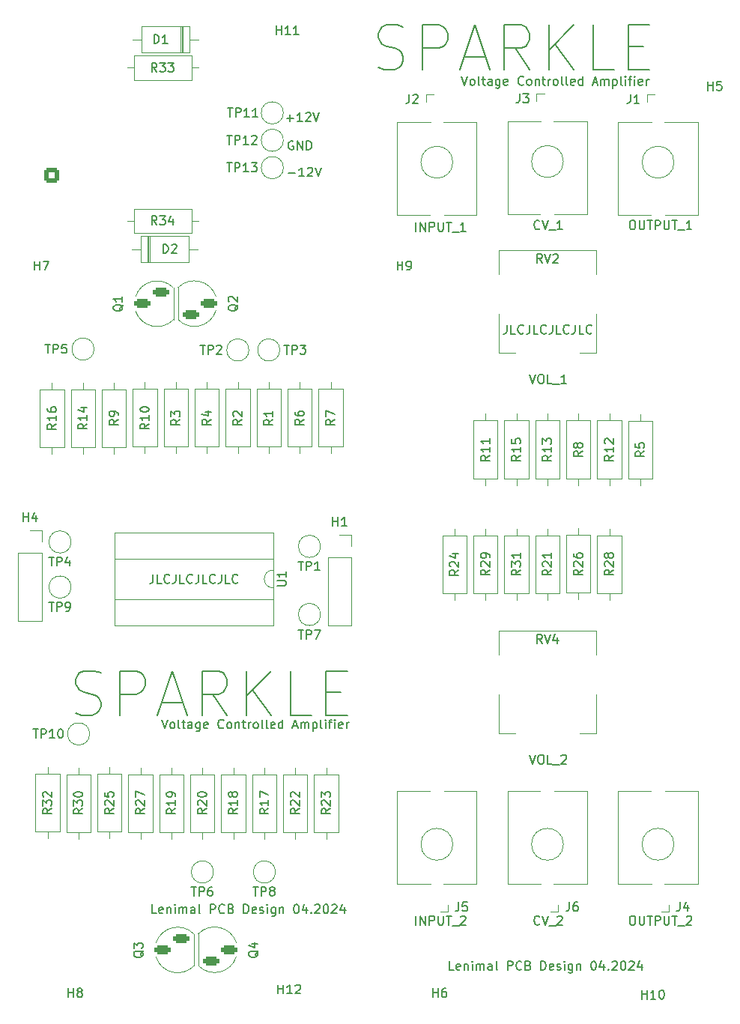
<source format=gto>
G04 #@! TF.GenerationSoftware,KiCad,Pcbnew,8.0.2-1*
G04 #@! TF.CreationDate,2024-05-07T18:20:14+02:00*
G04 #@! TF.ProjectId,sparkle,73706172-6b6c-4652-9e6b-696361645f70,rev?*
G04 #@! TF.SameCoordinates,Original*
G04 #@! TF.FileFunction,Legend,Top*
G04 #@! TF.FilePolarity,Positive*
%FSLAX46Y46*%
G04 Gerber Fmt 4.6, Leading zero omitted, Abs format (unit mm)*
G04 Created by KiCad (PCBNEW 8.0.2-1) date 2024-05-07 18:20:14*
%MOMM*%
%LPD*%
G01*
G04 APERTURE LIST*
G04 Aperture macros list*
%AMRoundRect*
0 Rectangle with rounded corners*
0 $1 Rounding radius*
0 $2 $3 $4 $5 $6 $7 $8 $9 X,Y pos of 4 corners*
0 Add a 4 corners polygon primitive as box body*
4,1,4,$2,$3,$4,$5,$6,$7,$8,$9,$2,$3,0*
0 Add four circle primitives for the rounded corners*
1,1,$1+$1,$2,$3*
1,1,$1+$1,$4,$5*
1,1,$1+$1,$6,$7*
1,1,$1+$1,$8,$9*
0 Add four rect primitives between the rounded corners*
20,1,$1+$1,$2,$3,$4,$5,0*
20,1,$1+$1,$4,$5,$6,$7,0*
20,1,$1+$1,$6,$7,$8,$9,0*
20,1,$1+$1,$8,$9,$2,$3,0*%
G04 Aperture macros list end*
%ADD10C,0.150000*%
%ADD11C,0.120000*%
%ADD12C,1.600000*%
%ADD13O,1.600000X1.600000*%
%ADD14C,3.200000*%
%ADD15R,1.930000X1.830000*%
%ADD16C,2.130000*%
%ADD17R,1.700000X1.700000*%
%ADD18O,1.700000X1.700000*%
%ADD19C,2.000000*%
%ADD20R,2.200000X2.200000*%
%ADD21O,2.200000X2.200000*%
%ADD22R,1.800000X1.100000*%
%ADD23RoundRect,0.275000X-0.625000X0.275000X-0.625000X-0.275000X0.625000X-0.275000X0.625000X0.275000X0*%
%ADD24O,4.000000X4.000000*%
%ADD25R,1.800000X1.800000*%
%ADD26C,1.800000*%
%ADD27RoundRect,0.275000X0.625000X-0.275000X0.625000X0.275000X-0.625000X0.275000X-0.625000X-0.275000X0*%
%ADD28R,1.600000X2.400000*%
%ADD29O,1.600000X2.400000*%
%ADD30RoundRect,0.250000X-0.600000X-0.600000X0.600000X-0.600000X0.600000X0.600000X-0.600000X0.600000X0*%
%ADD31C,1.700000*%
%ADD32R,1.200000X1.200000*%
%ADD33C,1.200000*%
%ADD34C,1.440000*%
%ADD35R,1.600000X1.600000*%
G04 APERTURE END LIST*
D10*
X101293922Y-56369819D02*
X101627255Y-57369819D01*
X101627255Y-57369819D02*
X101960588Y-56369819D01*
X102436779Y-57369819D02*
X102341541Y-57322200D01*
X102341541Y-57322200D02*
X102293922Y-57274580D01*
X102293922Y-57274580D02*
X102246303Y-57179342D01*
X102246303Y-57179342D02*
X102246303Y-56893628D01*
X102246303Y-56893628D02*
X102293922Y-56798390D01*
X102293922Y-56798390D02*
X102341541Y-56750771D01*
X102341541Y-56750771D02*
X102436779Y-56703152D01*
X102436779Y-56703152D02*
X102579636Y-56703152D01*
X102579636Y-56703152D02*
X102674874Y-56750771D01*
X102674874Y-56750771D02*
X102722493Y-56798390D01*
X102722493Y-56798390D02*
X102770112Y-56893628D01*
X102770112Y-56893628D02*
X102770112Y-57179342D01*
X102770112Y-57179342D02*
X102722493Y-57274580D01*
X102722493Y-57274580D02*
X102674874Y-57322200D01*
X102674874Y-57322200D02*
X102579636Y-57369819D01*
X102579636Y-57369819D02*
X102436779Y-57369819D01*
X103341541Y-57369819D02*
X103246303Y-57322200D01*
X103246303Y-57322200D02*
X103198684Y-57226961D01*
X103198684Y-57226961D02*
X103198684Y-56369819D01*
X103579637Y-56703152D02*
X103960589Y-56703152D01*
X103722494Y-56369819D02*
X103722494Y-57226961D01*
X103722494Y-57226961D02*
X103770113Y-57322200D01*
X103770113Y-57322200D02*
X103865351Y-57369819D01*
X103865351Y-57369819D02*
X103960589Y-57369819D01*
X104722494Y-57369819D02*
X104722494Y-56846009D01*
X104722494Y-56846009D02*
X104674875Y-56750771D01*
X104674875Y-56750771D02*
X104579637Y-56703152D01*
X104579637Y-56703152D02*
X104389161Y-56703152D01*
X104389161Y-56703152D02*
X104293923Y-56750771D01*
X104722494Y-57322200D02*
X104627256Y-57369819D01*
X104627256Y-57369819D02*
X104389161Y-57369819D01*
X104389161Y-57369819D02*
X104293923Y-57322200D01*
X104293923Y-57322200D02*
X104246304Y-57226961D01*
X104246304Y-57226961D02*
X104246304Y-57131723D01*
X104246304Y-57131723D02*
X104293923Y-57036485D01*
X104293923Y-57036485D02*
X104389161Y-56988866D01*
X104389161Y-56988866D02*
X104627256Y-56988866D01*
X104627256Y-56988866D02*
X104722494Y-56941247D01*
X105627256Y-56703152D02*
X105627256Y-57512676D01*
X105627256Y-57512676D02*
X105579637Y-57607914D01*
X105579637Y-57607914D02*
X105532018Y-57655533D01*
X105532018Y-57655533D02*
X105436780Y-57703152D01*
X105436780Y-57703152D02*
X105293923Y-57703152D01*
X105293923Y-57703152D02*
X105198685Y-57655533D01*
X105627256Y-57322200D02*
X105532018Y-57369819D01*
X105532018Y-57369819D02*
X105341542Y-57369819D01*
X105341542Y-57369819D02*
X105246304Y-57322200D01*
X105246304Y-57322200D02*
X105198685Y-57274580D01*
X105198685Y-57274580D02*
X105151066Y-57179342D01*
X105151066Y-57179342D02*
X105151066Y-56893628D01*
X105151066Y-56893628D02*
X105198685Y-56798390D01*
X105198685Y-56798390D02*
X105246304Y-56750771D01*
X105246304Y-56750771D02*
X105341542Y-56703152D01*
X105341542Y-56703152D02*
X105532018Y-56703152D01*
X105532018Y-56703152D02*
X105627256Y-56750771D01*
X106484399Y-57322200D02*
X106389161Y-57369819D01*
X106389161Y-57369819D02*
X106198685Y-57369819D01*
X106198685Y-57369819D02*
X106103447Y-57322200D01*
X106103447Y-57322200D02*
X106055828Y-57226961D01*
X106055828Y-57226961D02*
X106055828Y-56846009D01*
X106055828Y-56846009D02*
X106103447Y-56750771D01*
X106103447Y-56750771D02*
X106198685Y-56703152D01*
X106198685Y-56703152D02*
X106389161Y-56703152D01*
X106389161Y-56703152D02*
X106484399Y-56750771D01*
X106484399Y-56750771D02*
X106532018Y-56846009D01*
X106532018Y-56846009D02*
X106532018Y-56941247D01*
X106532018Y-56941247D02*
X106055828Y-57036485D01*
X108293923Y-57274580D02*
X108246304Y-57322200D01*
X108246304Y-57322200D02*
X108103447Y-57369819D01*
X108103447Y-57369819D02*
X108008209Y-57369819D01*
X108008209Y-57369819D02*
X107865352Y-57322200D01*
X107865352Y-57322200D02*
X107770114Y-57226961D01*
X107770114Y-57226961D02*
X107722495Y-57131723D01*
X107722495Y-57131723D02*
X107674876Y-56941247D01*
X107674876Y-56941247D02*
X107674876Y-56798390D01*
X107674876Y-56798390D02*
X107722495Y-56607914D01*
X107722495Y-56607914D02*
X107770114Y-56512676D01*
X107770114Y-56512676D02*
X107865352Y-56417438D01*
X107865352Y-56417438D02*
X108008209Y-56369819D01*
X108008209Y-56369819D02*
X108103447Y-56369819D01*
X108103447Y-56369819D02*
X108246304Y-56417438D01*
X108246304Y-56417438D02*
X108293923Y-56465057D01*
X108865352Y-57369819D02*
X108770114Y-57322200D01*
X108770114Y-57322200D02*
X108722495Y-57274580D01*
X108722495Y-57274580D02*
X108674876Y-57179342D01*
X108674876Y-57179342D02*
X108674876Y-56893628D01*
X108674876Y-56893628D02*
X108722495Y-56798390D01*
X108722495Y-56798390D02*
X108770114Y-56750771D01*
X108770114Y-56750771D02*
X108865352Y-56703152D01*
X108865352Y-56703152D02*
X109008209Y-56703152D01*
X109008209Y-56703152D02*
X109103447Y-56750771D01*
X109103447Y-56750771D02*
X109151066Y-56798390D01*
X109151066Y-56798390D02*
X109198685Y-56893628D01*
X109198685Y-56893628D02*
X109198685Y-57179342D01*
X109198685Y-57179342D02*
X109151066Y-57274580D01*
X109151066Y-57274580D02*
X109103447Y-57322200D01*
X109103447Y-57322200D02*
X109008209Y-57369819D01*
X109008209Y-57369819D02*
X108865352Y-57369819D01*
X109627257Y-56703152D02*
X109627257Y-57369819D01*
X109627257Y-56798390D02*
X109674876Y-56750771D01*
X109674876Y-56750771D02*
X109770114Y-56703152D01*
X109770114Y-56703152D02*
X109912971Y-56703152D01*
X109912971Y-56703152D02*
X110008209Y-56750771D01*
X110008209Y-56750771D02*
X110055828Y-56846009D01*
X110055828Y-56846009D02*
X110055828Y-57369819D01*
X110389162Y-56703152D02*
X110770114Y-56703152D01*
X110532019Y-56369819D02*
X110532019Y-57226961D01*
X110532019Y-57226961D02*
X110579638Y-57322200D01*
X110579638Y-57322200D02*
X110674876Y-57369819D01*
X110674876Y-57369819D02*
X110770114Y-57369819D01*
X111103448Y-57369819D02*
X111103448Y-56703152D01*
X111103448Y-56893628D02*
X111151067Y-56798390D01*
X111151067Y-56798390D02*
X111198686Y-56750771D01*
X111198686Y-56750771D02*
X111293924Y-56703152D01*
X111293924Y-56703152D02*
X111389162Y-56703152D01*
X111865353Y-57369819D02*
X111770115Y-57322200D01*
X111770115Y-57322200D02*
X111722496Y-57274580D01*
X111722496Y-57274580D02*
X111674877Y-57179342D01*
X111674877Y-57179342D02*
X111674877Y-56893628D01*
X111674877Y-56893628D02*
X111722496Y-56798390D01*
X111722496Y-56798390D02*
X111770115Y-56750771D01*
X111770115Y-56750771D02*
X111865353Y-56703152D01*
X111865353Y-56703152D02*
X112008210Y-56703152D01*
X112008210Y-56703152D02*
X112103448Y-56750771D01*
X112103448Y-56750771D02*
X112151067Y-56798390D01*
X112151067Y-56798390D02*
X112198686Y-56893628D01*
X112198686Y-56893628D02*
X112198686Y-57179342D01*
X112198686Y-57179342D02*
X112151067Y-57274580D01*
X112151067Y-57274580D02*
X112103448Y-57322200D01*
X112103448Y-57322200D02*
X112008210Y-57369819D01*
X112008210Y-57369819D02*
X111865353Y-57369819D01*
X112770115Y-57369819D02*
X112674877Y-57322200D01*
X112674877Y-57322200D02*
X112627258Y-57226961D01*
X112627258Y-57226961D02*
X112627258Y-56369819D01*
X113293925Y-57369819D02*
X113198687Y-57322200D01*
X113198687Y-57322200D02*
X113151068Y-57226961D01*
X113151068Y-57226961D02*
X113151068Y-56369819D01*
X114055830Y-57322200D02*
X113960592Y-57369819D01*
X113960592Y-57369819D02*
X113770116Y-57369819D01*
X113770116Y-57369819D02*
X113674878Y-57322200D01*
X113674878Y-57322200D02*
X113627259Y-57226961D01*
X113627259Y-57226961D02*
X113627259Y-56846009D01*
X113627259Y-56846009D02*
X113674878Y-56750771D01*
X113674878Y-56750771D02*
X113770116Y-56703152D01*
X113770116Y-56703152D02*
X113960592Y-56703152D01*
X113960592Y-56703152D02*
X114055830Y-56750771D01*
X114055830Y-56750771D02*
X114103449Y-56846009D01*
X114103449Y-56846009D02*
X114103449Y-56941247D01*
X114103449Y-56941247D02*
X113627259Y-57036485D01*
X114960592Y-57369819D02*
X114960592Y-56369819D01*
X114960592Y-57322200D02*
X114865354Y-57369819D01*
X114865354Y-57369819D02*
X114674878Y-57369819D01*
X114674878Y-57369819D02*
X114579640Y-57322200D01*
X114579640Y-57322200D02*
X114532021Y-57274580D01*
X114532021Y-57274580D02*
X114484402Y-57179342D01*
X114484402Y-57179342D02*
X114484402Y-56893628D01*
X114484402Y-56893628D02*
X114532021Y-56798390D01*
X114532021Y-56798390D02*
X114579640Y-56750771D01*
X114579640Y-56750771D02*
X114674878Y-56703152D01*
X114674878Y-56703152D02*
X114865354Y-56703152D01*
X114865354Y-56703152D02*
X114960592Y-56750771D01*
X116151069Y-57084104D02*
X116627259Y-57084104D01*
X116055831Y-57369819D02*
X116389164Y-56369819D01*
X116389164Y-56369819D02*
X116722497Y-57369819D01*
X117055831Y-57369819D02*
X117055831Y-56703152D01*
X117055831Y-56798390D02*
X117103450Y-56750771D01*
X117103450Y-56750771D02*
X117198688Y-56703152D01*
X117198688Y-56703152D02*
X117341545Y-56703152D01*
X117341545Y-56703152D02*
X117436783Y-56750771D01*
X117436783Y-56750771D02*
X117484402Y-56846009D01*
X117484402Y-56846009D02*
X117484402Y-57369819D01*
X117484402Y-56846009D02*
X117532021Y-56750771D01*
X117532021Y-56750771D02*
X117627259Y-56703152D01*
X117627259Y-56703152D02*
X117770116Y-56703152D01*
X117770116Y-56703152D02*
X117865355Y-56750771D01*
X117865355Y-56750771D02*
X117912974Y-56846009D01*
X117912974Y-56846009D02*
X117912974Y-57369819D01*
X118389164Y-56703152D02*
X118389164Y-57703152D01*
X118389164Y-56750771D02*
X118484402Y-56703152D01*
X118484402Y-56703152D02*
X118674878Y-56703152D01*
X118674878Y-56703152D02*
X118770116Y-56750771D01*
X118770116Y-56750771D02*
X118817735Y-56798390D01*
X118817735Y-56798390D02*
X118865354Y-56893628D01*
X118865354Y-56893628D02*
X118865354Y-57179342D01*
X118865354Y-57179342D02*
X118817735Y-57274580D01*
X118817735Y-57274580D02*
X118770116Y-57322200D01*
X118770116Y-57322200D02*
X118674878Y-57369819D01*
X118674878Y-57369819D02*
X118484402Y-57369819D01*
X118484402Y-57369819D02*
X118389164Y-57322200D01*
X119436783Y-57369819D02*
X119341545Y-57322200D01*
X119341545Y-57322200D02*
X119293926Y-57226961D01*
X119293926Y-57226961D02*
X119293926Y-56369819D01*
X119817736Y-57369819D02*
X119817736Y-56703152D01*
X119817736Y-56369819D02*
X119770117Y-56417438D01*
X119770117Y-56417438D02*
X119817736Y-56465057D01*
X119817736Y-56465057D02*
X119865355Y-56417438D01*
X119865355Y-56417438D02*
X119817736Y-56369819D01*
X119817736Y-56369819D02*
X119817736Y-56465057D01*
X120151069Y-56703152D02*
X120532021Y-56703152D01*
X120293926Y-57369819D02*
X120293926Y-56512676D01*
X120293926Y-56512676D02*
X120341545Y-56417438D01*
X120341545Y-56417438D02*
X120436783Y-56369819D01*
X120436783Y-56369819D02*
X120532021Y-56369819D01*
X120865355Y-57369819D02*
X120865355Y-56703152D01*
X120865355Y-56369819D02*
X120817736Y-56417438D01*
X120817736Y-56417438D02*
X120865355Y-56465057D01*
X120865355Y-56465057D02*
X120912974Y-56417438D01*
X120912974Y-56417438D02*
X120865355Y-56369819D01*
X120865355Y-56369819D02*
X120865355Y-56465057D01*
X121722497Y-57322200D02*
X121627259Y-57369819D01*
X121627259Y-57369819D02*
X121436783Y-57369819D01*
X121436783Y-57369819D02*
X121341545Y-57322200D01*
X121341545Y-57322200D02*
X121293926Y-57226961D01*
X121293926Y-57226961D02*
X121293926Y-56846009D01*
X121293926Y-56846009D02*
X121341545Y-56750771D01*
X121341545Y-56750771D02*
X121436783Y-56703152D01*
X121436783Y-56703152D02*
X121627259Y-56703152D01*
X121627259Y-56703152D02*
X121722497Y-56750771D01*
X121722497Y-56750771D02*
X121770116Y-56846009D01*
X121770116Y-56846009D02*
X121770116Y-56941247D01*
X121770116Y-56941247D02*
X121293926Y-57036485D01*
X122198688Y-57369819D02*
X122198688Y-56703152D01*
X122198688Y-56893628D02*
X122246307Y-56798390D01*
X122246307Y-56798390D02*
X122293926Y-56750771D01*
X122293926Y-56750771D02*
X122389164Y-56703152D01*
X122389164Y-56703152D02*
X122484402Y-56703152D01*
X96136779Y-152269819D02*
X96136779Y-151269819D01*
X96612969Y-152269819D02*
X96612969Y-151269819D01*
X96612969Y-151269819D02*
X97184397Y-152269819D01*
X97184397Y-152269819D02*
X97184397Y-151269819D01*
X97660588Y-152269819D02*
X97660588Y-151269819D01*
X97660588Y-151269819D02*
X98041540Y-151269819D01*
X98041540Y-151269819D02*
X98136778Y-151317438D01*
X98136778Y-151317438D02*
X98184397Y-151365057D01*
X98184397Y-151365057D02*
X98232016Y-151460295D01*
X98232016Y-151460295D02*
X98232016Y-151603152D01*
X98232016Y-151603152D02*
X98184397Y-151698390D01*
X98184397Y-151698390D02*
X98136778Y-151746009D01*
X98136778Y-151746009D02*
X98041540Y-151793628D01*
X98041540Y-151793628D02*
X97660588Y-151793628D01*
X98660588Y-151269819D02*
X98660588Y-152079342D01*
X98660588Y-152079342D02*
X98708207Y-152174580D01*
X98708207Y-152174580D02*
X98755826Y-152222200D01*
X98755826Y-152222200D02*
X98851064Y-152269819D01*
X98851064Y-152269819D02*
X99041540Y-152269819D01*
X99041540Y-152269819D02*
X99136778Y-152222200D01*
X99136778Y-152222200D02*
X99184397Y-152174580D01*
X99184397Y-152174580D02*
X99232016Y-152079342D01*
X99232016Y-152079342D02*
X99232016Y-151269819D01*
X99565350Y-151269819D02*
X100136778Y-151269819D01*
X99851064Y-152269819D02*
X99851064Y-151269819D01*
X100232017Y-152365057D02*
X100993921Y-152365057D01*
X101184398Y-151365057D02*
X101232017Y-151317438D01*
X101232017Y-151317438D02*
X101327255Y-151269819D01*
X101327255Y-151269819D02*
X101565350Y-151269819D01*
X101565350Y-151269819D02*
X101660588Y-151317438D01*
X101660588Y-151317438D02*
X101708207Y-151365057D01*
X101708207Y-151365057D02*
X101755826Y-151460295D01*
X101755826Y-151460295D02*
X101755826Y-151555533D01*
X101755826Y-151555533D02*
X101708207Y-151698390D01*
X101708207Y-151698390D02*
X101136779Y-152269819D01*
X101136779Y-152269819D02*
X101755826Y-152269819D01*
X91851064Y-55342200D02*
X92565350Y-55580295D01*
X92565350Y-55580295D02*
X93755826Y-55580295D01*
X93755826Y-55580295D02*
X94232017Y-55342200D01*
X94232017Y-55342200D02*
X94470112Y-55104104D01*
X94470112Y-55104104D02*
X94708207Y-54627914D01*
X94708207Y-54627914D02*
X94708207Y-54151723D01*
X94708207Y-54151723D02*
X94470112Y-53675533D01*
X94470112Y-53675533D02*
X94232017Y-53437438D01*
X94232017Y-53437438D02*
X93755826Y-53199342D01*
X93755826Y-53199342D02*
X92803445Y-52961247D01*
X92803445Y-52961247D02*
X92327255Y-52723152D01*
X92327255Y-52723152D02*
X92089160Y-52485057D01*
X92089160Y-52485057D02*
X91851064Y-52008866D01*
X91851064Y-52008866D02*
X91851064Y-51532676D01*
X91851064Y-51532676D02*
X92089160Y-51056485D01*
X92089160Y-51056485D02*
X92327255Y-50818390D01*
X92327255Y-50818390D02*
X92803445Y-50580295D01*
X92803445Y-50580295D02*
X93993922Y-50580295D01*
X93993922Y-50580295D02*
X94708207Y-50818390D01*
X96851065Y-55580295D02*
X96851065Y-50580295D01*
X96851065Y-50580295D02*
X98755827Y-50580295D01*
X98755827Y-50580295D02*
X99232017Y-50818390D01*
X99232017Y-50818390D02*
X99470112Y-51056485D01*
X99470112Y-51056485D02*
X99708208Y-51532676D01*
X99708208Y-51532676D02*
X99708208Y-52246961D01*
X99708208Y-52246961D02*
X99470112Y-52723152D01*
X99470112Y-52723152D02*
X99232017Y-52961247D01*
X99232017Y-52961247D02*
X98755827Y-53199342D01*
X98755827Y-53199342D02*
X96851065Y-53199342D01*
X101612969Y-54151723D02*
X103993922Y-54151723D01*
X101136779Y-55580295D02*
X102803446Y-50580295D01*
X102803446Y-50580295D02*
X104470112Y-55580295D01*
X108993922Y-55580295D02*
X107327255Y-53199342D01*
X106136779Y-55580295D02*
X106136779Y-50580295D01*
X106136779Y-50580295D02*
X108041541Y-50580295D01*
X108041541Y-50580295D02*
X108517731Y-50818390D01*
X108517731Y-50818390D02*
X108755826Y-51056485D01*
X108755826Y-51056485D02*
X108993922Y-51532676D01*
X108993922Y-51532676D02*
X108993922Y-52246961D01*
X108993922Y-52246961D02*
X108755826Y-52723152D01*
X108755826Y-52723152D02*
X108517731Y-52961247D01*
X108517731Y-52961247D02*
X108041541Y-53199342D01*
X108041541Y-53199342D02*
X106136779Y-53199342D01*
X111136779Y-55580295D02*
X111136779Y-50580295D01*
X113993922Y-55580295D02*
X111851064Y-52723152D01*
X113993922Y-50580295D02*
X111136779Y-53437438D01*
X118517731Y-55580295D02*
X116136779Y-55580295D01*
X116136779Y-55580295D02*
X116136779Y-50580295D01*
X120184398Y-52961247D02*
X121851064Y-52961247D01*
X122565350Y-55580295D02*
X120184398Y-55580295D01*
X120184398Y-55580295D02*
X120184398Y-50580295D01*
X120184398Y-50580295D02*
X122565350Y-50580295D01*
X82260588Y-63717438D02*
X82165350Y-63669819D01*
X82165350Y-63669819D02*
X82022493Y-63669819D01*
X82022493Y-63669819D02*
X81879636Y-63717438D01*
X81879636Y-63717438D02*
X81784398Y-63812676D01*
X81784398Y-63812676D02*
X81736779Y-63907914D01*
X81736779Y-63907914D02*
X81689160Y-64098390D01*
X81689160Y-64098390D02*
X81689160Y-64241247D01*
X81689160Y-64241247D02*
X81736779Y-64431723D01*
X81736779Y-64431723D02*
X81784398Y-64526961D01*
X81784398Y-64526961D02*
X81879636Y-64622200D01*
X81879636Y-64622200D02*
X82022493Y-64669819D01*
X82022493Y-64669819D02*
X82117731Y-64669819D01*
X82117731Y-64669819D02*
X82260588Y-64622200D01*
X82260588Y-64622200D02*
X82308207Y-64574580D01*
X82308207Y-64574580D02*
X82308207Y-64241247D01*
X82308207Y-64241247D02*
X82117731Y-64241247D01*
X82736779Y-64669819D02*
X82736779Y-63669819D01*
X82736779Y-63669819D02*
X83308207Y-64669819D01*
X83308207Y-64669819D02*
X83308207Y-63669819D01*
X83784398Y-64669819D02*
X83784398Y-63669819D01*
X83784398Y-63669819D02*
X84022493Y-63669819D01*
X84022493Y-63669819D02*
X84165350Y-63717438D01*
X84165350Y-63717438D02*
X84260588Y-63812676D01*
X84260588Y-63812676D02*
X84308207Y-63907914D01*
X84308207Y-63907914D02*
X84355826Y-64098390D01*
X84355826Y-64098390D02*
X84355826Y-64241247D01*
X84355826Y-64241247D02*
X84308207Y-64431723D01*
X84308207Y-64431723D02*
X84260588Y-64526961D01*
X84260588Y-64526961D02*
X84165350Y-64622200D01*
X84165350Y-64622200D02*
X84022493Y-64669819D01*
X84022493Y-64669819D02*
X83784398Y-64669819D01*
X66422493Y-112669819D02*
X66422493Y-113384104D01*
X66422493Y-113384104D02*
X66374874Y-113526961D01*
X66374874Y-113526961D02*
X66279636Y-113622200D01*
X66279636Y-113622200D02*
X66136779Y-113669819D01*
X66136779Y-113669819D02*
X66041541Y-113669819D01*
X67374874Y-113669819D02*
X66898684Y-113669819D01*
X66898684Y-113669819D02*
X66898684Y-112669819D01*
X68279636Y-113574580D02*
X68232017Y-113622200D01*
X68232017Y-113622200D02*
X68089160Y-113669819D01*
X68089160Y-113669819D02*
X67993922Y-113669819D01*
X67993922Y-113669819D02*
X67851065Y-113622200D01*
X67851065Y-113622200D02*
X67755827Y-113526961D01*
X67755827Y-113526961D02*
X67708208Y-113431723D01*
X67708208Y-113431723D02*
X67660589Y-113241247D01*
X67660589Y-113241247D02*
X67660589Y-113098390D01*
X67660589Y-113098390D02*
X67708208Y-112907914D01*
X67708208Y-112907914D02*
X67755827Y-112812676D01*
X67755827Y-112812676D02*
X67851065Y-112717438D01*
X67851065Y-112717438D02*
X67993922Y-112669819D01*
X67993922Y-112669819D02*
X68089160Y-112669819D01*
X68089160Y-112669819D02*
X68232017Y-112717438D01*
X68232017Y-112717438D02*
X68279636Y-112765057D01*
X68993922Y-112669819D02*
X68993922Y-113384104D01*
X68993922Y-113384104D02*
X68946303Y-113526961D01*
X68946303Y-113526961D02*
X68851065Y-113622200D01*
X68851065Y-113622200D02*
X68708208Y-113669819D01*
X68708208Y-113669819D02*
X68612970Y-113669819D01*
X69946303Y-113669819D02*
X69470113Y-113669819D01*
X69470113Y-113669819D02*
X69470113Y-112669819D01*
X70851065Y-113574580D02*
X70803446Y-113622200D01*
X70803446Y-113622200D02*
X70660589Y-113669819D01*
X70660589Y-113669819D02*
X70565351Y-113669819D01*
X70565351Y-113669819D02*
X70422494Y-113622200D01*
X70422494Y-113622200D02*
X70327256Y-113526961D01*
X70327256Y-113526961D02*
X70279637Y-113431723D01*
X70279637Y-113431723D02*
X70232018Y-113241247D01*
X70232018Y-113241247D02*
X70232018Y-113098390D01*
X70232018Y-113098390D02*
X70279637Y-112907914D01*
X70279637Y-112907914D02*
X70327256Y-112812676D01*
X70327256Y-112812676D02*
X70422494Y-112717438D01*
X70422494Y-112717438D02*
X70565351Y-112669819D01*
X70565351Y-112669819D02*
X70660589Y-112669819D01*
X70660589Y-112669819D02*
X70803446Y-112717438D01*
X70803446Y-112717438D02*
X70851065Y-112765057D01*
X71565351Y-112669819D02*
X71565351Y-113384104D01*
X71565351Y-113384104D02*
X71517732Y-113526961D01*
X71517732Y-113526961D02*
X71422494Y-113622200D01*
X71422494Y-113622200D02*
X71279637Y-113669819D01*
X71279637Y-113669819D02*
X71184399Y-113669819D01*
X72517732Y-113669819D02*
X72041542Y-113669819D01*
X72041542Y-113669819D02*
X72041542Y-112669819D01*
X73422494Y-113574580D02*
X73374875Y-113622200D01*
X73374875Y-113622200D02*
X73232018Y-113669819D01*
X73232018Y-113669819D02*
X73136780Y-113669819D01*
X73136780Y-113669819D02*
X72993923Y-113622200D01*
X72993923Y-113622200D02*
X72898685Y-113526961D01*
X72898685Y-113526961D02*
X72851066Y-113431723D01*
X72851066Y-113431723D02*
X72803447Y-113241247D01*
X72803447Y-113241247D02*
X72803447Y-113098390D01*
X72803447Y-113098390D02*
X72851066Y-112907914D01*
X72851066Y-112907914D02*
X72898685Y-112812676D01*
X72898685Y-112812676D02*
X72993923Y-112717438D01*
X72993923Y-112717438D02*
X73136780Y-112669819D01*
X73136780Y-112669819D02*
X73232018Y-112669819D01*
X73232018Y-112669819D02*
X73374875Y-112717438D01*
X73374875Y-112717438D02*
X73422494Y-112765057D01*
X74136780Y-112669819D02*
X74136780Y-113384104D01*
X74136780Y-113384104D02*
X74089161Y-113526961D01*
X74089161Y-113526961D02*
X73993923Y-113622200D01*
X73993923Y-113622200D02*
X73851066Y-113669819D01*
X73851066Y-113669819D02*
X73755828Y-113669819D01*
X75089161Y-113669819D02*
X74612971Y-113669819D01*
X74612971Y-113669819D02*
X74612971Y-112669819D01*
X75993923Y-113574580D02*
X75946304Y-113622200D01*
X75946304Y-113622200D02*
X75803447Y-113669819D01*
X75803447Y-113669819D02*
X75708209Y-113669819D01*
X75708209Y-113669819D02*
X75565352Y-113622200D01*
X75565352Y-113622200D02*
X75470114Y-113526961D01*
X75470114Y-113526961D02*
X75422495Y-113431723D01*
X75422495Y-113431723D02*
X75374876Y-113241247D01*
X75374876Y-113241247D02*
X75374876Y-113098390D01*
X75374876Y-113098390D02*
X75422495Y-112907914D01*
X75422495Y-112907914D02*
X75470114Y-112812676D01*
X75470114Y-112812676D02*
X75565352Y-112717438D01*
X75565352Y-112717438D02*
X75708209Y-112669819D01*
X75708209Y-112669819D02*
X75803447Y-112669819D01*
X75803447Y-112669819D02*
X75946304Y-112717438D01*
X75946304Y-112717438D02*
X75993923Y-112765057D01*
X100412969Y-157369819D02*
X99936779Y-157369819D01*
X99936779Y-157369819D02*
X99936779Y-156369819D01*
X101127255Y-157322200D02*
X101032017Y-157369819D01*
X101032017Y-157369819D02*
X100841541Y-157369819D01*
X100841541Y-157369819D02*
X100746303Y-157322200D01*
X100746303Y-157322200D02*
X100698684Y-157226961D01*
X100698684Y-157226961D02*
X100698684Y-156846009D01*
X100698684Y-156846009D02*
X100746303Y-156750771D01*
X100746303Y-156750771D02*
X100841541Y-156703152D01*
X100841541Y-156703152D02*
X101032017Y-156703152D01*
X101032017Y-156703152D02*
X101127255Y-156750771D01*
X101127255Y-156750771D02*
X101174874Y-156846009D01*
X101174874Y-156846009D02*
X101174874Y-156941247D01*
X101174874Y-156941247D02*
X100698684Y-157036485D01*
X101603446Y-156703152D02*
X101603446Y-157369819D01*
X101603446Y-156798390D02*
X101651065Y-156750771D01*
X101651065Y-156750771D02*
X101746303Y-156703152D01*
X101746303Y-156703152D02*
X101889160Y-156703152D01*
X101889160Y-156703152D02*
X101984398Y-156750771D01*
X101984398Y-156750771D02*
X102032017Y-156846009D01*
X102032017Y-156846009D02*
X102032017Y-157369819D01*
X102508208Y-157369819D02*
X102508208Y-156703152D01*
X102508208Y-156369819D02*
X102460589Y-156417438D01*
X102460589Y-156417438D02*
X102508208Y-156465057D01*
X102508208Y-156465057D02*
X102555827Y-156417438D01*
X102555827Y-156417438D02*
X102508208Y-156369819D01*
X102508208Y-156369819D02*
X102508208Y-156465057D01*
X102984398Y-157369819D02*
X102984398Y-156703152D01*
X102984398Y-156798390D02*
X103032017Y-156750771D01*
X103032017Y-156750771D02*
X103127255Y-156703152D01*
X103127255Y-156703152D02*
X103270112Y-156703152D01*
X103270112Y-156703152D02*
X103365350Y-156750771D01*
X103365350Y-156750771D02*
X103412969Y-156846009D01*
X103412969Y-156846009D02*
X103412969Y-157369819D01*
X103412969Y-156846009D02*
X103460588Y-156750771D01*
X103460588Y-156750771D02*
X103555826Y-156703152D01*
X103555826Y-156703152D02*
X103698683Y-156703152D01*
X103698683Y-156703152D02*
X103793922Y-156750771D01*
X103793922Y-156750771D02*
X103841541Y-156846009D01*
X103841541Y-156846009D02*
X103841541Y-157369819D01*
X104746302Y-157369819D02*
X104746302Y-156846009D01*
X104746302Y-156846009D02*
X104698683Y-156750771D01*
X104698683Y-156750771D02*
X104603445Y-156703152D01*
X104603445Y-156703152D02*
X104412969Y-156703152D01*
X104412969Y-156703152D02*
X104317731Y-156750771D01*
X104746302Y-157322200D02*
X104651064Y-157369819D01*
X104651064Y-157369819D02*
X104412969Y-157369819D01*
X104412969Y-157369819D02*
X104317731Y-157322200D01*
X104317731Y-157322200D02*
X104270112Y-157226961D01*
X104270112Y-157226961D02*
X104270112Y-157131723D01*
X104270112Y-157131723D02*
X104317731Y-157036485D01*
X104317731Y-157036485D02*
X104412969Y-156988866D01*
X104412969Y-156988866D02*
X104651064Y-156988866D01*
X104651064Y-156988866D02*
X104746302Y-156941247D01*
X105365350Y-157369819D02*
X105270112Y-157322200D01*
X105270112Y-157322200D02*
X105222493Y-157226961D01*
X105222493Y-157226961D02*
X105222493Y-156369819D01*
X106508208Y-157369819D02*
X106508208Y-156369819D01*
X106508208Y-156369819D02*
X106889160Y-156369819D01*
X106889160Y-156369819D02*
X106984398Y-156417438D01*
X106984398Y-156417438D02*
X107032017Y-156465057D01*
X107032017Y-156465057D02*
X107079636Y-156560295D01*
X107079636Y-156560295D02*
X107079636Y-156703152D01*
X107079636Y-156703152D02*
X107032017Y-156798390D01*
X107032017Y-156798390D02*
X106984398Y-156846009D01*
X106984398Y-156846009D02*
X106889160Y-156893628D01*
X106889160Y-156893628D02*
X106508208Y-156893628D01*
X108079636Y-157274580D02*
X108032017Y-157322200D01*
X108032017Y-157322200D02*
X107889160Y-157369819D01*
X107889160Y-157369819D02*
X107793922Y-157369819D01*
X107793922Y-157369819D02*
X107651065Y-157322200D01*
X107651065Y-157322200D02*
X107555827Y-157226961D01*
X107555827Y-157226961D02*
X107508208Y-157131723D01*
X107508208Y-157131723D02*
X107460589Y-156941247D01*
X107460589Y-156941247D02*
X107460589Y-156798390D01*
X107460589Y-156798390D02*
X107508208Y-156607914D01*
X107508208Y-156607914D02*
X107555827Y-156512676D01*
X107555827Y-156512676D02*
X107651065Y-156417438D01*
X107651065Y-156417438D02*
X107793922Y-156369819D01*
X107793922Y-156369819D02*
X107889160Y-156369819D01*
X107889160Y-156369819D02*
X108032017Y-156417438D01*
X108032017Y-156417438D02*
X108079636Y-156465057D01*
X108841541Y-156846009D02*
X108984398Y-156893628D01*
X108984398Y-156893628D02*
X109032017Y-156941247D01*
X109032017Y-156941247D02*
X109079636Y-157036485D01*
X109079636Y-157036485D02*
X109079636Y-157179342D01*
X109079636Y-157179342D02*
X109032017Y-157274580D01*
X109032017Y-157274580D02*
X108984398Y-157322200D01*
X108984398Y-157322200D02*
X108889160Y-157369819D01*
X108889160Y-157369819D02*
X108508208Y-157369819D01*
X108508208Y-157369819D02*
X108508208Y-156369819D01*
X108508208Y-156369819D02*
X108841541Y-156369819D01*
X108841541Y-156369819D02*
X108936779Y-156417438D01*
X108936779Y-156417438D02*
X108984398Y-156465057D01*
X108984398Y-156465057D02*
X109032017Y-156560295D01*
X109032017Y-156560295D02*
X109032017Y-156655533D01*
X109032017Y-156655533D02*
X108984398Y-156750771D01*
X108984398Y-156750771D02*
X108936779Y-156798390D01*
X108936779Y-156798390D02*
X108841541Y-156846009D01*
X108841541Y-156846009D02*
X108508208Y-156846009D01*
X110270113Y-157369819D02*
X110270113Y-156369819D01*
X110270113Y-156369819D02*
X110508208Y-156369819D01*
X110508208Y-156369819D02*
X110651065Y-156417438D01*
X110651065Y-156417438D02*
X110746303Y-156512676D01*
X110746303Y-156512676D02*
X110793922Y-156607914D01*
X110793922Y-156607914D02*
X110841541Y-156798390D01*
X110841541Y-156798390D02*
X110841541Y-156941247D01*
X110841541Y-156941247D02*
X110793922Y-157131723D01*
X110793922Y-157131723D02*
X110746303Y-157226961D01*
X110746303Y-157226961D02*
X110651065Y-157322200D01*
X110651065Y-157322200D02*
X110508208Y-157369819D01*
X110508208Y-157369819D02*
X110270113Y-157369819D01*
X111651065Y-157322200D02*
X111555827Y-157369819D01*
X111555827Y-157369819D02*
X111365351Y-157369819D01*
X111365351Y-157369819D02*
X111270113Y-157322200D01*
X111270113Y-157322200D02*
X111222494Y-157226961D01*
X111222494Y-157226961D02*
X111222494Y-156846009D01*
X111222494Y-156846009D02*
X111270113Y-156750771D01*
X111270113Y-156750771D02*
X111365351Y-156703152D01*
X111365351Y-156703152D02*
X111555827Y-156703152D01*
X111555827Y-156703152D02*
X111651065Y-156750771D01*
X111651065Y-156750771D02*
X111698684Y-156846009D01*
X111698684Y-156846009D02*
X111698684Y-156941247D01*
X111698684Y-156941247D02*
X111222494Y-157036485D01*
X112079637Y-157322200D02*
X112174875Y-157369819D01*
X112174875Y-157369819D02*
X112365351Y-157369819D01*
X112365351Y-157369819D02*
X112460589Y-157322200D01*
X112460589Y-157322200D02*
X112508208Y-157226961D01*
X112508208Y-157226961D02*
X112508208Y-157179342D01*
X112508208Y-157179342D02*
X112460589Y-157084104D01*
X112460589Y-157084104D02*
X112365351Y-157036485D01*
X112365351Y-157036485D02*
X112222494Y-157036485D01*
X112222494Y-157036485D02*
X112127256Y-156988866D01*
X112127256Y-156988866D02*
X112079637Y-156893628D01*
X112079637Y-156893628D02*
X112079637Y-156846009D01*
X112079637Y-156846009D02*
X112127256Y-156750771D01*
X112127256Y-156750771D02*
X112222494Y-156703152D01*
X112222494Y-156703152D02*
X112365351Y-156703152D01*
X112365351Y-156703152D02*
X112460589Y-156750771D01*
X112936780Y-157369819D02*
X112936780Y-156703152D01*
X112936780Y-156369819D02*
X112889161Y-156417438D01*
X112889161Y-156417438D02*
X112936780Y-156465057D01*
X112936780Y-156465057D02*
X112984399Y-156417438D01*
X112984399Y-156417438D02*
X112936780Y-156369819D01*
X112936780Y-156369819D02*
X112936780Y-156465057D01*
X113841541Y-156703152D02*
X113841541Y-157512676D01*
X113841541Y-157512676D02*
X113793922Y-157607914D01*
X113793922Y-157607914D02*
X113746303Y-157655533D01*
X113746303Y-157655533D02*
X113651065Y-157703152D01*
X113651065Y-157703152D02*
X113508208Y-157703152D01*
X113508208Y-157703152D02*
X113412970Y-157655533D01*
X113841541Y-157322200D02*
X113746303Y-157369819D01*
X113746303Y-157369819D02*
X113555827Y-157369819D01*
X113555827Y-157369819D02*
X113460589Y-157322200D01*
X113460589Y-157322200D02*
X113412970Y-157274580D01*
X113412970Y-157274580D02*
X113365351Y-157179342D01*
X113365351Y-157179342D02*
X113365351Y-156893628D01*
X113365351Y-156893628D02*
X113412970Y-156798390D01*
X113412970Y-156798390D02*
X113460589Y-156750771D01*
X113460589Y-156750771D02*
X113555827Y-156703152D01*
X113555827Y-156703152D02*
X113746303Y-156703152D01*
X113746303Y-156703152D02*
X113841541Y-156750771D01*
X114317732Y-156703152D02*
X114317732Y-157369819D01*
X114317732Y-156798390D02*
X114365351Y-156750771D01*
X114365351Y-156750771D02*
X114460589Y-156703152D01*
X114460589Y-156703152D02*
X114603446Y-156703152D01*
X114603446Y-156703152D02*
X114698684Y-156750771D01*
X114698684Y-156750771D02*
X114746303Y-156846009D01*
X114746303Y-156846009D02*
X114746303Y-157369819D01*
X116174875Y-156369819D02*
X116270113Y-156369819D01*
X116270113Y-156369819D02*
X116365351Y-156417438D01*
X116365351Y-156417438D02*
X116412970Y-156465057D01*
X116412970Y-156465057D02*
X116460589Y-156560295D01*
X116460589Y-156560295D02*
X116508208Y-156750771D01*
X116508208Y-156750771D02*
X116508208Y-156988866D01*
X116508208Y-156988866D02*
X116460589Y-157179342D01*
X116460589Y-157179342D02*
X116412970Y-157274580D01*
X116412970Y-157274580D02*
X116365351Y-157322200D01*
X116365351Y-157322200D02*
X116270113Y-157369819D01*
X116270113Y-157369819D02*
X116174875Y-157369819D01*
X116174875Y-157369819D02*
X116079637Y-157322200D01*
X116079637Y-157322200D02*
X116032018Y-157274580D01*
X116032018Y-157274580D02*
X115984399Y-157179342D01*
X115984399Y-157179342D02*
X115936780Y-156988866D01*
X115936780Y-156988866D02*
X115936780Y-156750771D01*
X115936780Y-156750771D02*
X115984399Y-156560295D01*
X115984399Y-156560295D02*
X116032018Y-156465057D01*
X116032018Y-156465057D02*
X116079637Y-156417438D01*
X116079637Y-156417438D02*
X116174875Y-156369819D01*
X117365351Y-156703152D02*
X117365351Y-157369819D01*
X117127256Y-156322200D02*
X116889161Y-157036485D01*
X116889161Y-157036485D02*
X117508208Y-157036485D01*
X117889161Y-157274580D02*
X117936780Y-157322200D01*
X117936780Y-157322200D02*
X117889161Y-157369819D01*
X117889161Y-157369819D02*
X117841542Y-157322200D01*
X117841542Y-157322200D02*
X117889161Y-157274580D01*
X117889161Y-157274580D02*
X117889161Y-157369819D01*
X118317732Y-156465057D02*
X118365351Y-156417438D01*
X118365351Y-156417438D02*
X118460589Y-156369819D01*
X118460589Y-156369819D02*
X118698684Y-156369819D01*
X118698684Y-156369819D02*
X118793922Y-156417438D01*
X118793922Y-156417438D02*
X118841541Y-156465057D01*
X118841541Y-156465057D02*
X118889160Y-156560295D01*
X118889160Y-156560295D02*
X118889160Y-156655533D01*
X118889160Y-156655533D02*
X118841541Y-156798390D01*
X118841541Y-156798390D02*
X118270113Y-157369819D01*
X118270113Y-157369819D02*
X118889160Y-157369819D01*
X119508208Y-156369819D02*
X119603446Y-156369819D01*
X119603446Y-156369819D02*
X119698684Y-156417438D01*
X119698684Y-156417438D02*
X119746303Y-156465057D01*
X119746303Y-156465057D02*
X119793922Y-156560295D01*
X119793922Y-156560295D02*
X119841541Y-156750771D01*
X119841541Y-156750771D02*
X119841541Y-156988866D01*
X119841541Y-156988866D02*
X119793922Y-157179342D01*
X119793922Y-157179342D02*
X119746303Y-157274580D01*
X119746303Y-157274580D02*
X119698684Y-157322200D01*
X119698684Y-157322200D02*
X119603446Y-157369819D01*
X119603446Y-157369819D02*
X119508208Y-157369819D01*
X119508208Y-157369819D02*
X119412970Y-157322200D01*
X119412970Y-157322200D02*
X119365351Y-157274580D01*
X119365351Y-157274580D02*
X119317732Y-157179342D01*
X119317732Y-157179342D02*
X119270113Y-156988866D01*
X119270113Y-156988866D02*
X119270113Y-156750771D01*
X119270113Y-156750771D02*
X119317732Y-156560295D01*
X119317732Y-156560295D02*
X119365351Y-156465057D01*
X119365351Y-156465057D02*
X119412970Y-156417438D01*
X119412970Y-156417438D02*
X119508208Y-156369819D01*
X120222494Y-156465057D02*
X120270113Y-156417438D01*
X120270113Y-156417438D02*
X120365351Y-156369819D01*
X120365351Y-156369819D02*
X120603446Y-156369819D01*
X120603446Y-156369819D02*
X120698684Y-156417438D01*
X120698684Y-156417438D02*
X120746303Y-156465057D01*
X120746303Y-156465057D02*
X120793922Y-156560295D01*
X120793922Y-156560295D02*
X120793922Y-156655533D01*
X120793922Y-156655533D02*
X120746303Y-156798390D01*
X120746303Y-156798390D02*
X120174875Y-157369819D01*
X120174875Y-157369819D02*
X120793922Y-157369819D01*
X121651065Y-156703152D02*
X121651065Y-157369819D01*
X121412970Y-156322200D02*
X121174875Y-157036485D01*
X121174875Y-157036485D02*
X121793922Y-157036485D01*
X110108207Y-152174580D02*
X110060588Y-152222200D01*
X110060588Y-152222200D02*
X109917731Y-152269819D01*
X109917731Y-152269819D02*
X109822493Y-152269819D01*
X109822493Y-152269819D02*
X109679636Y-152222200D01*
X109679636Y-152222200D02*
X109584398Y-152126961D01*
X109584398Y-152126961D02*
X109536779Y-152031723D01*
X109536779Y-152031723D02*
X109489160Y-151841247D01*
X109489160Y-151841247D02*
X109489160Y-151698390D01*
X109489160Y-151698390D02*
X109536779Y-151507914D01*
X109536779Y-151507914D02*
X109584398Y-151412676D01*
X109584398Y-151412676D02*
X109679636Y-151317438D01*
X109679636Y-151317438D02*
X109822493Y-151269819D01*
X109822493Y-151269819D02*
X109917731Y-151269819D01*
X109917731Y-151269819D02*
X110060588Y-151317438D01*
X110060588Y-151317438D02*
X110108207Y-151365057D01*
X110393922Y-151269819D02*
X110727255Y-152269819D01*
X110727255Y-152269819D02*
X111060588Y-151269819D01*
X111155827Y-152365057D02*
X111917731Y-152365057D01*
X112108208Y-151365057D02*
X112155827Y-151317438D01*
X112155827Y-151317438D02*
X112251065Y-151269819D01*
X112251065Y-151269819D02*
X112489160Y-151269819D01*
X112489160Y-151269819D02*
X112584398Y-151317438D01*
X112584398Y-151317438D02*
X112632017Y-151365057D01*
X112632017Y-151365057D02*
X112679636Y-151460295D01*
X112679636Y-151460295D02*
X112679636Y-151555533D01*
X112679636Y-151555533D02*
X112632017Y-151698390D01*
X112632017Y-151698390D02*
X112060589Y-152269819D01*
X112060589Y-152269819D02*
X112679636Y-152269819D01*
X67393922Y-129069819D02*
X67727255Y-130069819D01*
X67727255Y-130069819D02*
X68060588Y-129069819D01*
X68536779Y-130069819D02*
X68441541Y-130022200D01*
X68441541Y-130022200D02*
X68393922Y-129974580D01*
X68393922Y-129974580D02*
X68346303Y-129879342D01*
X68346303Y-129879342D02*
X68346303Y-129593628D01*
X68346303Y-129593628D02*
X68393922Y-129498390D01*
X68393922Y-129498390D02*
X68441541Y-129450771D01*
X68441541Y-129450771D02*
X68536779Y-129403152D01*
X68536779Y-129403152D02*
X68679636Y-129403152D01*
X68679636Y-129403152D02*
X68774874Y-129450771D01*
X68774874Y-129450771D02*
X68822493Y-129498390D01*
X68822493Y-129498390D02*
X68870112Y-129593628D01*
X68870112Y-129593628D02*
X68870112Y-129879342D01*
X68870112Y-129879342D02*
X68822493Y-129974580D01*
X68822493Y-129974580D02*
X68774874Y-130022200D01*
X68774874Y-130022200D02*
X68679636Y-130069819D01*
X68679636Y-130069819D02*
X68536779Y-130069819D01*
X69441541Y-130069819D02*
X69346303Y-130022200D01*
X69346303Y-130022200D02*
X69298684Y-129926961D01*
X69298684Y-129926961D02*
X69298684Y-129069819D01*
X69679637Y-129403152D02*
X70060589Y-129403152D01*
X69822494Y-129069819D02*
X69822494Y-129926961D01*
X69822494Y-129926961D02*
X69870113Y-130022200D01*
X69870113Y-130022200D02*
X69965351Y-130069819D01*
X69965351Y-130069819D02*
X70060589Y-130069819D01*
X70822494Y-130069819D02*
X70822494Y-129546009D01*
X70822494Y-129546009D02*
X70774875Y-129450771D01*
X70774875Y-129450771D02*
X70679637Y-129403152D01*
X70679637Y-129403152D02*
X70489161Y-129403152D01*
X70489161Y-129403152D02*
X70393923Y-129450771D01*
X70822494Y-130022200D02*
X70727256Y-130069819D01*
X70727256Y-130069819D02*
X70489161Y-130069819D01*
X70489161Y-130069819D02*
X70393923Y-130022200D01*
X70393923Y-130022200D02*
X70346304Y-129926961D01*
X70346304Y-129926961D02*
X70346304Y-129831723D01*
X70346304Y-129831723D02*
X70393923Y-129736485D01*
X70393923Y-129736485D02*
X70489161Y-129688866D01*
X70489161Y-129688866D02*
X70727256Y-129688866D01*
X70727256Y-129688866D02*
X70822494Y-129641247D01*
X71727256Y-129403152D02*
X71727256Y-130212676D01*
X71727256Y-130212676D02*
X71679637Y-130307914D01*
X71679637Y-130307914D02*
X71632018Y-130355533D01*
X71632018Y-130355533D02*
X71536780Y-130403152D01*
X71536780Y-130403152D02*
X71393923Y-130403152D01*
X71393923Y-130403152D02*
X71298685Y-130355533D01*
X71727256Y-130022200D02*
X71632018Y-130069819D01*
X71632018Y-130069819D02*
X71441542Y-130069819D01*
X71441542Y-130069819D02*
X71346304Y-130022200D01*
X71346304Y-130022200D02*
X71298685Y-129974580D01*
X71298685Y-129974580D02*
X71251066Y-129879342D01*
X71251066Y-129879342D02*
X71251066Y-129593628D01*
X71251066Y-129593628D02*
X71298685Y-129498390D01*
X71298685Y-129498390D02*
X71346304Y-129450771D01*
X71346304Y-129450771D02*
X71441542Y-129403152D01*
X71441542Y-129403152D02*
X71632018Y-129403152D01*
X71632018Y-129403152D02*
X71727256Y-129450771D01*
X72584399Y-130022200D02*
X72489161Y-130069819D01*
X72489161Y-130069819D02*
X72298685Y-130069819D01*
X72298685Y-130069819D02*
X72203447Y-130022200D01*
X72203447Y-130022200D02*
X72155828Y-129926961D01*
X72155828Y-129926961D02*
X72155828Y-129546009D01*
X72155828Y-129546009D02*
X72203447Y-129450771D01*
X72203447Y-129450771D02*
X72298685Y-129403152D01*
X72298685Y-129403152D02*
X72489161Y-129403152D01*
X72489161Y-129403152D02*
X72584399Y-129450771D01*
X72584399Y-129450771D02*
X72632018Y-129546009D01*
X72632018Y-129546009D02*
X72632018Y-129641247D01*
X72632018Y-129641247D02*
X72155828Y-129736485D01*
X74393923Y-129974580D02*
X74346304Y-130022200D01*
X74346304Y-130022200D02*
X74203447Y-130069819D01*
X74203447Y-130069819D02*
X74108209Y-130069819D01*
X74108209Y-130069819D02*
X73965352Y-130022200D01*
X73965352Y-130022200D02*
X73870114Y-129926961D01*
X73870114Y-129926961D02*
X73822495Y-129831723D01*
X73822495Y-129831723D02*
X73774876Y-129641247D01*
X73774876Y-129641247D02*
X73774876Y-129498390D01*
X73774876Y-129498390D02*
X73822495Y-129307914D01*
X73822495Y-129307914D02*
X73870114Y-129212676D01*
X73870114Y-129212676D02*
X73965352Y-129117438D01*
X73965352Y-129117438D02*
X74108209Y-129069819D01*
X74108209Y-129069819D02*
X74203447Y-129069819D01*
X74203447Y-129069819D02*
X74346304Y-129117438D01*
X74346304Y-129117438D02*
X74393923Y-129165057D01*
X74965352Y-130069819D02*
X74870114Y-130022200D01*
X74870114Y-130022200D02*
X74822495Y-129974580D01*
X74822495Y-129974580D02*
X74774876Y-129879342D01*
X74774876Y-129879342D02*
X74774876Y-129593628D01*
X74774876Y-129593628D02*
X74822495Y-129498390D01*
X74822495Y-129498390D02*
X74870114Y-129450771D01*
X74870114Y-129450771D02*
X74965352Y-129403152D01*
X74965352Y-129403152D02*
X75108209Y-129403152D01*
X75108209Y-129403152D02*
X75203447Y-129450771D01*
X75203447Y-129450771D02*
X75251066Y-129498390D01*
X75251066Y-129498390D02*
X75298685Y-129593628D01*
X75298685Y-129593628D02*
X75298685Y-129879342D01*
X75298685Y-129879342D02*
X75251066Y-129974580D01*
X75251066Y-129974580D02*
X75203447Y-130022200D01*
X75203447Y-130022200D02*
X75108209Y-130069819D01*
X75108209Y-130069819D02*
X74965352Y-130069819D01*
X75727257Y-129403152D02*
X75727257Y-130069819D01*
X75727257Y-129498390D02*
X75774876Y-129450771D01*
X75774876Y-129450771D02*
X75870114Y-129403152D01*
X75870114Y-129403152D02*
X76012971Y-129403152D01*
X76012971Y-129403152D02*
X76108209Y-129450771D01*
X76108209Y-129450771D02*
X76155828Y-129546009D01*
X76155828Y-129546009D02*
X76155828Y-130069819D01*
X76489162Y-129403152D02*
X76870114Y-129403152D01*
X76632019Y-129069819D02*
X76632019Y-129926961D01*
X76632019Y-129926961D02*
X76679638Y-130022200D01*
X76679638Y-130022200D02*
X76774876Y-130069819D01*
X76774876Y-130069819D02*
X76870114Y-130069819D01*
X77203448Y-130069819D02*
X77203448Y-129403152D01*
X77203448Y-129593628D02*
X77251067Y-129498390D01*
X77251067Y-129498390D02*
X77298686Y-129450771D01*
X77298686Y-129450771D02*
X77393924Y-129403152D01*
X77393924Y-129403152D02*
X77489162Y-129403152D01*
X77965353Y-130069819D02*
X77870115Y-130022200D01*
X77870115Y-130022200D02*
X77822496Y-129974580D01*
X77822496Y-129974580D02*
X77774877Y-129879342D01*
X77774877Y-129879342D02*
X77774877Y-129593628D01*
X77774877Y-129593628D02*
X77822496Y-129498390D01*
X77822496Y-129498390D02*
X77870115Y-129450771D01*
X77870115Y-129450771D02*
X77965353Y-129403152D01*
X77965353Y-129403152D02*
X78108210Y-129403152D01*
X78108210Y-129403152D02*
X78203448Y-129450771D01*
X78203448Y-129450771D02*
X78251067Y-129498390D01*
X78251067Y-129498390D02*
X78298686Y-129593628D01*
X78298686Y-129593628D02*
X78298686Y-129879342D01*
X78298686Y-129879342D02*
X78251067Y-129974580D01*
X78251067Y-129974580D02*
X78203448Y-130022200D01*
X78203448Y-130022200D02*
X78108210Y-130069819D01*
X78108210Y-130069819D02*
X77965353Y-130069819D01*
X78870115Y-130069819D02*
X78774877Y-130022200D01*
X78774877Y-130022200D02*
X78727258Y-129926961D01*
X78727258Y-129926961D02*
X78727258Y-129069819D01*
X79393925Y-130069819D02*
X79298687Y-130022200D01*
X79298687Y-130022200D02*
X79251068Y-129926961D01*
X79251068Y-129926961D02*
X79251068Y-129069819D01*
X80155830Y-130022200D02*
X80060592Y-130069819D01*
X80060592Y-130069819D02*
X79870116Y-130069819D01*
X79870116Y-130069819D02*
X79774878Y-130022200D01*
X79774878Y-130022200D02*
X79727259Y-129926961D01*
X79727259Y-129926961D02*
X79727259Y-129546009D01*
X79727259Y-129546009D02*
X79774878Y-129450771D01*
X79774878Y-129450771D02*
X79870116Y-129403152D01*
X79870116Y-129403152D02*
X80060592Y-129403152D01*
X80060592Y-129403152D02*
X80155830Y-129450771D01*
X80155830Y-129450771D02*
X80203449Y-129546009D01*
X80203449Y-129546009D02*
X80203449Y-129641247D01*
X80203449Y-129641247D02*
X79727259Y-129736485D01*
X81060592Y-130069819D02*
X81060592Y-129069819D01*
X81060592Y-130022200D02*
X80965354Y-130069819D01*
X80965354Y-130069819D02*
X80774878Y-130069819D01*
X80774878Y-130069819D02*
X80679640Y-130022200D01*
X80679640Y-130022200D02*
X80632021Y-129974580D01*
X80632021Y-129974580D02*
X80584402Y-129879342D01*
X80584402Y-129879342D02*
X80584402Y-129593628D01*
X80584402Y-129593628D02*
X80632021Y-129498390D01*
X80632021Y-129498390D02*
X80679640Y-129450771D01*
X80679640Y-129450771D02*
X80774878Y-129403152D01*
X80774878Y-129403152D02*
X80965354Y-129403152D01*
X80965354Y-129403152D02*
X81060592Y-129450771D01*
X82251069Y-129784104D02*
X82727259Y-129784104D01*
X82155831Y-130069819D02*
X82489164Y-129069819D01*
X82489164Y-129069819D02*
X82822497Y-130069819D01*
X83155831Y-130069819D02*
X83155831Y-129403152D01*
X83155831Y-129498390D02*
X83203450Y-129450771D01*
X83203450Y-129450771D02*
X83298688Y-129403152D01*
X83298688Y-129403152D02*
X83441545Y-129403152D01*
X83441545Y-129403152D02*
X83536783Y-129450771D01*
X83536783Y-129450771D02*
X83584402Y-129546009D01*
X83584402Y-129546009D02*
X83584402Y-130069819D01*
X83584402Y-129546009D02*
X83632021Y-129450771D01*
X83632021Y-129450771D02*
X83727259Y-129403152D01*
X83727259Y-129403152D02*
X83870116Y-129403152D01*
X83870116Y-129403152D02*
X83965355Y-129450771D01*
X83965355Y-129450771D02*
X84012974Y-129546009D01*
X84012974Y-129546009D02*
X84012974Y-130069819D01*
X84489164Y-129403152D02*
X84489164Y-130403152D01*
X84489164Y-129450771D02*
X84584402Y-129403152D01*
X84584402Y-129403152D02*
X84774878Y-129403152D01*
X84774878Y-129403152D02*
X84870116Y-129450771D01*
X84870116Y-129450771D02*
X84917735Y-129498390D01*
X84917735Y-129498390D02*
X84965354Y-129593628D01*
X84965354Y-129593628D02*
X84965354Y-129879342D01*
X84965354Y-129879342D02*
X84917735Y-129974580D01*
X84917735Y-129974580D02*
X84870116Y-130022200D01*
X84870116Y-130022200D02*
X84774878Y-130069819D01*
X84774878Y-130069819D02*
X84584402Y-130069819D01*
X84584402Y-130069819D02*
X84489164Y-130022200D01*
X85536783Y-130069819D02*
X85441545Y-130022200D01*
X85441545Y-130022200D02*
X85393926Y-129926961D01*
X85393926Y-129926961D02*
X85393926Y-129069819D01*
X85917736Y-130069819D02*
X85917736Y-129403152D01*
X85917736Y-129069819D02*
X85870117Y-129117438D01*
X85870117Y-129117438D02*
X85917736Y-129165057D01*
X85917736Y-129165057D02*
X85965355Y-129117438D01*
X85965355Y-129117438D02*
X85917736Y-129069819D01*
X85917736Y-129069819D02*
X85917736Y-129165057D01*
X86251069Y-129403152D02*
X86632021Y-129403152D01*
X86393926Y-130069819D02*
X86393926Y-129212676D01*
X86393926Y-129212676D02*
X86441545Y-129117438D01*
X86441545Y-129117438D02*
X86536783Y-129069819D01*
X86536783Y-129069819D02*
X86632021Y-129069819D01*
X86965355Y-130069819D02*
X86965355Y-129403152D01*
X86965355Y-129069819D02*
X86917736Y-129117438D01*
X86917736Y-129117438D02*
X86965355Y-129165057D01*
X86965355Y-129165057D02*
X87012974Y-129117438D01*
X87012974Y-129117438D02*
X86965355Y-129069819D01*
X86965355Y-129069819D02*
X86965355Y-129165057D01*
X87822497Y-130022200D02*
X87727259Y-130069819D01*
X87727259Y-130069819D02*
X87536783Y-130069819D01*
X87536783Y-130069819D02*
X87441545Y-130022200D01*
X87441545Y-130022200D02*
X87393926Y-129926961D01*
X87393926Y-129926961D02*
X87393926Y-129546009D01*
X87393926Y-129546009D02*
X87441545Y-129450771D01*
X87441545Y-129450771D02*
X87536783Y-129403152D01*
X87536783Y-129403152D02*
X87727259Y-129403152D01*
X87727259Y-129403152D02*
X87822497Y-129450771D01*
X87822497Y-129450771D02*
X87870116Y-129546009D01*
X87870116Y-129546009D02*
X87870116Y-129641247D01*
X87870116Y-129641247D02*
X87393926Y-129736485D01*
X88298688Y-130069819D02*
X88298688Y-129403152D01*
X88298688Y-129593628D02*
X88346307Y-129498390D01*
X88346307Y-129498390D02*
X88393926Y-129450771D01*
X88393926Y-129450771D02*
X88489164Y-129403152D01*
X88489164Y-129403152D02*
X88584402Y-129403152D01*
X120527255Y-151269819D02*
X120717731Y-151269819D01*
X120717731Y-151269819D02*
X120812969Y-151317438D01*
X120812969Y-151317438D02*
X120908207Y-151412676D01*
X120908207Y-151412676D02*
X120955826Y-151603152D01*
X120955826Y-151603152D02*
X120955826Y-151936485D01*
X120955826Y-151936485D02*
X120908207Y-152126961D01*
X120908207Y-152126961D02*
X120812969Y-152222200D01*
X120812969Y-152222200D02*
X120717731Y-152269819D01*
X120717731Y-152269819D02*
X120527255Y-152269819D01*
X120527255Y-152269819D02*
X120432017Y-152222200D01*
X120432017Y-152222200D02*
X120336779Y-152126961D01*
X120336779Y-152126961D02*
X120289160Y-151936485D01*
X120289160Y-151936485D02*
X120289160Y-151603152D01*
X120289160Y-151603152D02*
X120336779Y-151412676D01*
X120336779Y-151412676D02*
X120432017Y-151317438D01*
X120432017Y-151317438D02*
X120527255Y-151269819D01*
X121384398Y-151269819D02*
X121384398Y-152079342D01*
X121384398Y-152079342D02*
X121432017Y-152174580D01*
X121432017Y-152174580D02*
X121479636Y-152222200D01*
X121479636Y-152222200D02*
X121574874Y-152269819D01*
X121574874Y-152269819D02*
X121765350Y-152269819D01*
X121765350Y-152269819D02*
X121860588Y-152222200D01*
X121860588Y-152222200D02*
X121908207Y-152174580D01*
X121908207Y-152174580D02*
X121955826Y-152079342D01*
X121955826Y-152079342D02*
X121955826Y-151269819D01*
X122289160Y-151269819D02*
X122860588Y-151269819D01*
X122574874Y-152269819D02*
X122574874Y-151269819D01*
X123193922Y-152269819D02*
X123193922Y-151269819D01*
X123193922Y-151269819D02*
X123574874Y-151269819D01*
X123574874Y-151269819D02*
X123670112Y-151317438D01*
X123670112Y-151317438D02*
X123717731Y-151365057D01*
X123717731Y-151365057D02*
X123765350Y-151460295D01*
X123765350Y-151460295D02*
X123765350Y-151603152D01*
X123765350Y-151603152D02*
X123717731Y-151698390D01*
X123717731Y-151698390D02*
X123670112Y-151746009D01*
X123670112Y-151746009D02*
X123574874Y-151793628D01*
X123574874Y-151793628D02*
X123193922Y-151793628D01*
X124193922Y-151269819D02*
X124193922Y-152079342D01*
X124193922Y-152079342D02*
X124241541Y-152174580D01*
X124241541Y-152174580D02*
X124289160Y-152222200D01*
X124289160Y-152222200D02*
X124384398Y-152269819D01*
X124384398Y-152269819D02*
X124574874Y-152269819D01*
X124574874Y-152269819D02*
X124670112Y-152222200D01*
X124670112Y-152222200D02*
X124717731Y-152174580D01*
X124717731Y-152174580D02*
X124765350Y-152079342D01*
X124765350Y-152079342D02*
X124765350Y-151269819D01*
X125098684Y-151269819D02*
X125670112Y-151269819D01*
X125384398Y-152269819D02*
X125384398Y-151269819D01*
X125765351Y-152365057D02*
X126527255Y-152365057D01*
X126717732Y-151365057D02*
X126765351Y-151317438D01*
X126765351Y-151317438D02*
X126860589Y-151269819D01*
X126860589Y-151269819D02*
X127098684Y-151269819D01*
X127098684Y-151269819D02*
X127193922Y-151317438D01*
X127193922Y-151317438D02*
X127241541Y-151365057D01*
X127241541Y-151365057D02*
X127289160Y-151460295D01*
X127289160Y-151460295D02*
X127289160Y-151555533D01*
X127289160Y-151555533D02*
X127241541Y-151698390D01*
X127241541Y-151698390D02*
X126670113Y-152269819D01*
X126670113Y-152269819D02*
X127289160Y-152269819D01*
X81736779Y-67288866D02*
X82498684Y-67288866D01*
X83498683Y-67669819D02*
X82927255Y-67669819D01*
X83212969Y-67669819D02*
X83212969Y-66669819D01*
X83212969Y-66669819D02*
X83117731Y-66812676D01*
X83117731Y-66812676D02*
X83022493Y-66907914D01*
X83022493Y-66907914D02*
X82927255Y-66955533D01*
X83879636Y-66765057D02*
X83927255Y-66717438D01*
X83927255Y-66717438D02*
X84022493Y-66669819D01*
X84022493Y-66669819D02*
X84260588Y-66669819D01*
X84260588Y-66669819D02*
X84355826Y-66717438D01*
X84355826Y-66717438D02*
X84403445Y-66765057D01*
X84403445Y-66765057D02*
X84451064Y-66860295D01*
X84451064Y-66860295D02*
X84451064Y-66955533D01*
X84451064Y-66955533D02*
X84403445Y-67098390D01*
X84403445Y-67098390D02*
X83832017Y-67669819D01*
X83832017Y-67669819D02*
X84451064Y-67669819D01*
X84736779Y-66669819D02*
X85070112Y-67669819D01*
X85070112Y-67669819D02*
X85403445Y-66669819D01*
X108993922Y-90069819D02*
X109327255Y-91069819D01*
X109327255Y-91069819D02*
X109660588Y-90069819D01*
X110184398Y-90069819D02*
X110374874Y-90069819D01*
X110374874Y-90069819D02*
X110470112Y-90117438D01*
X110470112Y-90117438D02*
X110565350Y-90212676D01*
X110565350Y-90212676D02*
X110612969Y-90403152D01*
X110612969Y-90403152D02*
X110612969Y-90736485D01*
X110612969Y-90736485D02*
X110565350Y-90926961D01*
X110565350Y-90926961D02*
X110470112Y-91022200D01*
X110470112Y-91022200D02*
X110374874Y-91069819D01*
X110374874Y-91069819D02*
X110184398Y-91069819D01*
X110184398Y-91069819D02*
X110089160Y-91022200D01*
X110089160Y-91022200D02*
X109993922Y-90926961D01*
X109993922Y-90926961D02*
X109946303Y-90736485D01*
X109946303Y-90736485D02*
X109946303Y-90403152D01*
X109946303Y-90403152D02*
X109993922Y-90212676D01*
X109993922Y-90212676D02*
X110089160Y-90117438D01*
X110089160Y-90117438D02*
X110184398Y-90069819D01*
X111517731Y-91069819D02*
X111041541Y-91069819D01*
X111041541Y-91069819D02*
X111041541Y-90069819D01*
X111612970Y-91165057D02*
X112374874Y-91165057D01*
X113136779Y-91069819D02*
X112565351Y-91069819D01*
X112851065Y-91069819D02*
X112851065Y-90069819D01*
X112851065Y-90069819D02*
X112755827Y-90212676D01*
X112755827Y-90212676D02*
X112660589Y-90307914D01*
X112660589Y-90307914D02*
X112565351Y-90355533D01*
X96136779Y-73869819D02*
X96136779Y-72869819D01*
X96612969Y-73869819D02*
X96612969Y-72869819D01*
X96612969Y-72869819D02*
X97184397Y-73869819D01*
X97184397Y-73869819D02*
X97184397Y-72869819D01*
X97660588Y-73869819D02*
X97660588Y-72869819D01*
X97660588Y-72869819D02*
X98041540Y-72869819D01*
X98041540Y-72869819D02*
X98136778Y-72917438D01*
X98136778Y-72917438D02*
X98184397Y-72965057D01*
X98184397Y-72965057D02*
X98232016Y-73060295D01*
X98232016Y-73060295D02*
X98232016Y-73203152D01*
X98232016Y-73203152D02*
X98184397Y-73298390D01*
X98184397Y-73298390D02*
X98136778Y-73346009D01*
X98136778Y-73346009D02*
X98041540Y-73393628D01*
X98041540Y-73393628D02*
X97660588Y-73393628D01*
X98660588Y-72869819D02*
X98660588Y-73679342D01*
X98660588Y-73679342D02*
X98708207Y-73774580D01*
X98708207Y-73774580D02*
X98755826Y-73822200D01*
X98755826Y-73822200D02*
X98851064Y-73869819D01*
X98851064Y-73869819D02*
X99041540Y-73869819D01*
X99041540Y-73869819D02*
X99136778Y-73822200D01*
X99136778Y-73822200D02*
X99184397Y-73774580D01*
X99184397Y-73774580D02*
X99232016Y-73679342D01*
X99232016Y-73679342D02*
X99232016Y-72869819D01*
X99565350Y-72869819D02*
X100136778Y-72869819D01*
X99851064Y-73869819D02*
X99851064Y-72869819D01*
X100232017Y-73965057D02*
X100993921Y-73965057D01*
X101755826Y-73869819D02*
X101184398Y-73869819D01*
X101470112Y-73869819D02*
X101470112Y-72869819D01*
X101470112Y-72869819D02*
X101374874Y-73012676D01*
X101374874Y-73012676D02*
X101279636Y-73107914D01*
X101279636Y-73107914D02*
X101184398Y-73155533D01*
X108993922Y-133069819D02*
X109327255Y-134069819D01*
X109327255Y-134069819D02*
X109660588Y-133069819D01*
X110184398Y-133069819D02*
X110374874Y-133069819D01*
X110374874Y-133069819D02*
X110470112Y-133117438D01*
X110470112Y-133117438D02*
X110565350Y-133212676D01*
X110565350Y-133212676D02*
X110612969Y-133403152D01*
X110612969Y-133403152D02*
X110612969Y-133736485D01*
X110612969Y-133736485D02*
X110565350Y-133926961D01*
X110565350Y-133926961D02*
X110470112Y-134022200D01*
X110470112Y-134022200D02*
X110374874Y-134069819D01*
X110374874Y-134069819D02*
X110184398Y-134069819D01*
X110184398Y-134069819D02*
X110089160Y-134022200D01*
X110089160Y-134022200D02*
X109993922Y-133926961D01*
X109993922Y-133926961D02*
X109946303Y-133736485D01*
X109946303Y-133736485D02*
X109946303Y-133403152D01*
X109946303Y-133403152D02*
X109993922Y-133212676D01*
X109993922Y-133212676D02*
X110089160Y-133117438D01*
X110089160Y-133117438D02*
X110184398Y-133069819D01*
X111517731Y-134069819D02*
X111041541Y-134069819D01*
X111041541Y-134069819D02*
X111041541Y-133069819D01*
X111612970Y-134165057D02*
X112374874Y-134165057D01*
X112565351Y-133165057D02*
X112612970Y-133117438D01*
X112612970Y-133117438D02*
X112708208Y-133069819D01*
X112708208Y-133069819D02*
X112946303Y-133069819D01*
X112946303Y-133069819D02*
X113041541Y-133117438D01*
X113041541Y-133117438D02*
X113089160Y-133165057D01*
X113089160Y-133165057D02*
X113136779Y-133260295D01*
X113136779Y-133260295D02*
X113136779Y-133355533D01*
X113136779Y-133355533D02*
X113089160Y-133498390D01*
X113089160Y-133498390D02*
X112517732Y-134069819D01*
X112517732Y-134069819D02*
X113136779Y-134069819D01*
X110108207Y-73574580D02*
X110060588Y-73622200D01*
X110060588Y-73622200D02*
X109917731Y-73669819D01*
X109917731Y-73669819D02*
X109822493Y-73669819D01*
X109822493Y-73669819D02*
X109679636Y-73622200D01*
X109679636Y-73622200D02*
X109584398Y-73526961D01*
X109584398Y-73526961D02*
X109536779Y-73431723D01*
X109536779Y-73431723D02*
X109489160Y-73241247D01*
X109489160Y-73241247D02*
X109489160Y-73098390D01*
X109489160Y-73098390D02*
X109536779Y-72907914D01*
X109536779Y-72907914D02*
X109584398Y-72812676D01*
X109584398Y-72812676D02*
X109679636Y-72717438D01*
X109679636Y-72717438D02*
X109822493Y-72669819D01*
X109822493Y-72669819D02*
X109917731Y-72669819D01*
X109917731Y-72669819D02*
X110060588Y-72717438D01*
X110060588Y-72717438D02*
X110108207Y-72765057D01*
X110393922Y-72669819D02*
X110727255Y-73669819D01*
X110727255Y-73669819D02*
X111060588Y-72669819D01*
X111155827Y-73765057D02*
X111917731Y-73765057D01*
X112679636Y-73669819D02*
X112108208Y-73669819D01*
X112393922Y-73669819D02*
X112393922Y-72669819D01*
X112393922Y-72669819D02*
X112298684Y-72812676D01*
X112298684Y-72812676D02*
X112203446Y-72907914D01*
X112203446Y-72907914D02*
X112108208Y-72955533D01*
X66812969Y-150969819D02*
X66336779Y-150969819D01*
X66336779Y-150969819D02*
X66336779Y-149969819D01*
X67527255Y-150922200D02*
X67432017Y-150969819D01*
X67432017Y-150969819D02*
X67241541Y-150969819D01*
X67241541Y-150969819D02*
X67146303Y-150922200D01*
X67146303Y-150922200D02*
X67098684Y-150826961D01*
X67098684Y-150826961D02*
X67098684Y-150446009D01*
X67098684Y-150446009D02*
X67146303Y-150350771D01*
X67146303Y-150350771D02*
X67241541Y-150303152D01*
X67241541Y-150303152D02*
X67432017Y-150303152D01*
X67432017Y-150303152D02*
X67527255Y-150350771D01*
X67527255Y-150350771D02*
X67574874Y-150446009D01*
X67574874Y-150446009D02*
X67574874Y-150541247D01*
X67574874Y-150541247D02*
X67098684Y-150636485D01*
X68003446Y-150303152D02*
X68003446Y-150969819D01*
X68003446Y-150398390D02*
X68051065Y-150350771D01*
X68051065Y-150350771D02*
X68146303Y-150303152D01*
X68146303Y-150303152D02*
X68289160Y-150303152D01*
X68289160Y-150303152D02*
X68384398Y-150350771D01*
X68384398Y-150350771D02*
X68432017Y-150446009D01*
X68432017Y-150446009D02*
X68432017Y-150969819D01*
X68908208Y-150969819D02*
X68908208Y-150303152D01*
X68908208Y-149969819D02*
X68860589Y-150017438D01*
X68860589Y-150017438D02*
X68908208Y-150065057D01*
X68908208Y-150065057D02*
X68955827Y-150017438D01*
X68955827Y-150017438D02*
X68908208Y-149969819D01*
X68908208Y-149969819D02*
X68908208Y-150065057D01*
X69384398Y-150969819D02*
X69384398Y-150303152D01*
X69384398Y-150398390D02*
X69432017Y-150350771D01*
X69432017Y-150350771D02*
X69527255Y-150303152D01*
X69527255Y-150303152D02*
X69670112Y-150303152D01*
X69670112Y-150303152D02*
X69765350Y-150350771D01*
X69765350Y-150350771D02*
X69812969Y-150446009D01*
X69812969Y-150446009D02*
X69812969Y-150969819D01*
X69812969Y-150446009D02*
X69860588Y-150350771D01*
X69860588Y-150350771D02*
X69955826Y-150303152D01*
X69955826Y-150303152D02*
X70098683Y-150303152D01*
X70098683Y-150303152D02*
X70193922Y-150350771D01*
X70193922Y-150350771D02*
X70241541Y-150446009D01*
X70241541Y-150446009D02*
X70241541Y-150969819D01*
X71146302Y-150969819D02*
X71146302Y-150446009D01*
X71146302Y-150446009D02*
X71098683Y-150350771D01*
X71098683Y-150350771D02*
X71003445Y-150303152D01*
X71003445Y-150303152D02*
X70812969Y-150303152D01*
X70812969Y-150303152D02*
X70717731Y-150350771D01*
X71146302Y-150922200D02*
X71051064Y-150969819D01*
X71051064Y-150969819D02*
X70812969Y-150969819D01*
X70812969Y-150969819D02*
X70717731Y-150922200D01*
X70717731Y-150922200D02*
X70670112Y-150826961D01*
X70670112Y-150826961D02*
X70670112Y-150731723D01*
X70670112Y-150731723D02*
X70717731Y-150636485D01*
X70717731Y-150636485D02*
X70812969Y-150588866D01*
X70812969Y-150588866D02*
X71051064Y-150588866D01*
X71051064Y-150588866D02*
X71146302Y-150541247D01*
X71765350Y-150969819D02*
X71670112Y-150922200D01*
X71670112Y-150922200D02*
X71622493Y-150826961D01*
X71622493Y-150826961D02*
X71622493Y-149969819D01*
X72908208Y-150969819D02*
X72908208Y-149969819D01*
X72908208Y-149969819D02*
X73289160Y-149969819D01*
X73289160Y-149969819D02*
X73384398Y-150017438D01*
X73384398Y-150017438D02*
X73432017Y-150065057D01*
X73432017Y-150065057D02*
X73479636Y-150160295D01*
X73479636Y-150160295D02*
X73479636Y-150303152D01*
X73479636Y-150303152D02*
X73432017Y-150398390D01*
X73432017Y-150398390D02*
X73384398Y-150446009D01*
X73384398Y-150446009D02*
X73289160Y-150493628D01*
X73289160Y-150493628D02*
X72908208Y-150493628D01*
X74479636Y-150874580D02*
X74432017Y-150922200D01*
X74432017Y-150922200D02*
X74289160Y-150969819D01*
X74289160Y-150969819D02*
X74193922Y-150969819D01*
X74193922Y-150969819D02*
X74051065Y-150922200D01*
X74051065Y-150922200D02*
X73955827Y-150826961D01*
X73955827Y-150826961D02*
X73908208Y-150731723D01*
X73908208Y-150731723D02*
X73860589Y-150541247D01*
X73860589Y-150541247D02*
X73860589Y-150398390D01*
X73860589Y-150398390D02*
X73908208Y-150207914D01*
X73908208Y-150207914D02*
X73955827Y-150112676D01*
X73955827Y-150112676D02*
X74051065Y-150017438D01*
X74051065Y-150017438D02*
X74193922Y-149969819D01*
X74193922Y-149969819D02*
X74289160Y-149969819D01*
X74289160Y-149969819D02*
X74432017Y-150017438D01*
X74432017Y-150017438D02*
X74479636Y-150065057D01*
X75241541Y-150446009D02*
X75384398Y-150493628D01*
X75384398Y-150493628D02*
X75432017Y-150541247D01*
X75432017Y-150541247D02*
X75479636Y-150636485D01*
X75479636Y-150636485D02*
X75479636Y-150779342D01*
X75479636Y-150779342D02*
X75432017Y-150874580D01*
X75432017Y-150874580D02*
X75384398Y-150922200D01*
X75384398Y-150922200D02*
X75289160Y-150969819D01*
X75289160Y-150969819D02*
X74908208Y-150969819D01*
X74908208Y-150969819D02*
X74908208Y-149969819D01*
X74908208Y-149969819D02*
X75241541Y-149969819D01*
X75241541Y-149969819D02*
X75336779Y-150017438D01*
X75336779Y-150017438D02*
X75384398Y-150065057D01*
X75384398Y-150065057D02*
X75432017Y-150160295D01*
X75432017Y-150160295D02*
X75432017Y-150255533D01*
X75432017Y-150255533D02*
X75384398Y-150350771D01*
X75384398Y-150350771D02*
X75336779Y-150398390D01*
X75336779Y-150398390D02*
X75241541Y-150446009D01*
X75241541Y-150446009D02*
X74908208Y-150446009D01*
X76670113Y-150969819D02*
X76670113Y-149969819D01*
X76670113Y-149969819D02*
X76908208Y-149969819D01*
X76908208Y-149969819D02*
X77051065Y-150017438D01*
X77051065Y-150017438D02*
X77146303Y-150112676D01*
X77146303Y-150112676D02*
X77193922Y-150207914D01*
X77193922Y-150207914D02*
X77241541Y-150398390D01*
X77241541Y-150398390D02*
X77241541Y-150541247D01*
X77241541Y-150541247D02*
X77193922Y-150731723D01*
X77193922Y-150731723D02*
X77146303Y-150826961D01*
X77146303Y-150826961D02*
X77051065Y-150922200D01*
X77051065Y-150922200D02*
X76908208Y-150969819D01*
X76908208Y-150969819D02*
X76670113Y-150969819D01*
X78051065Y-150922200D02*
X77955827Y-150969819D01*
X77955827Y-150969819D02*
X77765351Y-150969819D01*
X77765351Y-150969819D02*
X77670113Y-150922200D01*
X77670113Y-150922200D02*
X77622494Y-150826961D01*
X77622494Y-150826961D02*
X77622494Y-150446009D01*
X77622494Y-150446009D02*
X77670113Y-150350771D01*
X77670113Y-150350771D02*
X77765351Y-150303152D01*
X77765351Y-150303152D02*
X77955827Y-150303152D01*
X77955827Y-150303152D02*
X78051065Y-150350771D01*
X78051065Y-150350771D02*
X78098684Y-150446009D01*
X78098684Y-150446009D02*
X78098684Y-150541247D01*
X78098684Y-150541247D02*
X77622494Y-150636485D01*
X78479637Y-150922200D02*
X78574875Y-150969819D01*
X78574875Y-150969819D02*
X78765351Y-150969819D01*
X78765351Y-150969819D02*
X78860589Y-150922200D01*
X78860589Y-150922200D02*
X78908208Y-150826961D01*
X78908208Y-150826961D02*
X78908208Y-150779342D01*
X78908208Y-150779342D02*
X78860589Y-150684104D01*
X78860589Y-150684104D02*
X78765351Y-150636485D01*
X78765351Y-150636485D02*
X78622494Y-150636485D01*
X78622494Y-150636485D02*
X78527256Y-150588866D01*
X78527256Y-150588866D02*
X78479637Y-150493628D01*
X78479637Y-150493628D02*
X78479637Y-150446009D01*
X78479637Y-150446009D02*
X78527256Y-150350771D01*
X78527256Y-150350771D02*
X78622494Y-150303152D01*
X78622494Y-150303152D02*
X78765351Y-150303152D01*
X78765351Y-150303152D02*
X78860589Y-150350771D01*
X79336780Y-150969819D02*
X79336780Y-150303152D01*
X79336780Y-149969819D02*
X79289161Y-150017438D01*
X79289161Y-150017438D02*
X79336780Y-150065057D01*
X79336780Y-150065057D02*
X79384399Y-150017438D01*
X79384399Y-150017438D02*
X79336780Y-149969819D01*
X79336780Y-149969819D02*
X79336780Y-150065057D01*
X80241541Y-150303152D02*
X80241541Y-151112676D01*
X80241541Y-151112676D02*
X80193922Y-151207914D01*
X80193922Y-151207914D02*
X80146303Y-151255533D01*
X80146303Y-151255533D02*
X80051065Y-151303152D01*
X80051065Y-151303152D02*
X79908208Y-151303152D01*
X79908208Y-151303152D02*
X79812970Y-151255533D01*
X80241541Y-150922200D02*
X80146303Y-150969819D01*
X80146303Y-150969819D02*
X79955827Y-150969819D01*
X79955827Y-150969819D02*
X79860589Y-150922200D01*
X79860589Y-150922200D02*
X79812970Y-150874580D01*
X79812970Y-150874580D02*
X79765351Y-150779342D01*
X79765351Y-150779342D02*
X79765351Y-150493628D01*
X79765351Y-150493628D02*
X79812970Y-150398390D01*
X79812970Y-150398390D02*
X79860589Y-150350771D01*
X79860589Y-150350771D02*
X79955827Y-150303152D01*
X79955827Y-150303152D02*
X80146303Y-150303152D01*
X80146303Y-150303152D02*
X80241541Y-150350771D01*
X80717732Y-150303152D02*
X80717732Y-150969819D01*
X80717732Y-150398390D02*
X80765351Y-150350771D01*
X80765351Y-150350771D02*
X80860589Y-150303152D01*
X80860589Y-150303152D02*
X81003446Y-150303152D01*
X81003446Y-150303152D02*
X81098684Y-150350771D01*
X81098684Y-150350771D02*
X81146303Y-150446009D01*
X81146303Y-150446009D02*
X81146303Y-150969819D01*
X82574875Y-149969819D02*
X82670113Y-149969819D01*
X82670113Y-149969819D02*
X82765351Y-150017438D01*
X82765351Y-150017438D02*
X82812970Y-150065057D01*
X82812970Y-150065057D02*
X82860589Y-150160295D01*
X82860589Y-150160295D02*
X82908208Y-150350771D01*
X82908208Y-150350771D02*
X82908208Y-150588866D01*
X82908208Y-150588866D02*
X82860589Y-150779342D01*
X82860589Y-150779342D02*
X82812970Y-150874580D01*
X82812970Y-150874580D02*
X82765351Y-150922200D01*
X82765351Y-150922200D02*
X82670113Y-150969819D01*
X82670113Y-150969819D02*
X82574875Y-150969819D01*
X82574875Y-150969819D02*
X82479637Y-150922200D01*
X82479637Y-150922200D02*
X82432018Y-150874580D01*
X82432018Y-150874580D02*
X82384399Y-150779342D01*
X82384399Y-150779342D02*
X82336780Y-150588866D01*
X82336780Y-150588866D02*
X82336780Y-150350771D01*
X82336780Y-150350771D02*
X82384399Y-150160295D01*
X82384399Y-150160295D02*
X82432018Y-150065057D01*
X82432018Y-150065057D02*
X82479637Y-150017438D01*
X82479637Y-150017438D02*
X82574875Y-149969819D01*
X83765351Y-150303152D02*
X83765351Y-150969819D01*
X83527256Y-149922200D02*
X83289161Y-150636485D01*
X83289161Y-150636485D02*
X83908208Y-150636485D01*
X84289161Y-150874580D02*
X84336780Y-150922200D01*
X84336780Y-150922200D02*
X84289161Y-150969819D01*
X84289161Y-150969819D02*
X84241542Y-150922200D01*
X84241542Y-150922200D02*
X84289161Y-150874580D01*
X84289161Y-150874580D02*
X84289161Y-150969819D01*
X84717732Y-150065057D02*
X84765351Y-150017438D01*
X84765351Y-150017438D02*
X84860589Y-149969819D01*
X84860589Y-149969819D02*
X85098684Y-149969819D01*
X85098684Y-149969819D02*
X85193922Y-150017438D01*
X85193922Y-150017438D02*
X85241541Y-150065057D01*
X85241541Y-150065057D02*
X85289160Y-150160295D01*
X85289160Y-150160295D02*
X85289160Y-150255533D01*
X85289160Y-150255533D02*
X85241541Y-150398390D01*
X85241541Y-150398390D02*
X84670113Y-150969819D01*
X84670113Y-150969819D02*
X85289160Y-150969819D01*
X85908208Y-149969819D02*
X86003446Y-149969819D01*
X86003446Y-149969819D02*
X86098684Y-150017438D01*
X86098684Y-150017438D02*
X86146303Y-150065057D01*
X86146303Y-150065057D02*
X86193922Y-150160295D01*
X86193922Y-150160295D02*
X86241541Y-150350771D01*
X86241541Y-150350771D02*
X86241541Y-150588866D01*
X86241541Y-150588866D02*
X86193922Y-150779342D01*
X86193922Y-150779342D02*
X86146303Y-150874580D01*
X86146303Y-150874580D02*
X86098684Y-150922200D01*
X86098684Y-150922200D02*
X86003446Y-150969819D01*
X86003446Y-150969819D02*
X85908208Y-150969819D01*
X85908208Y-150969819D02*
X85812970Y-150922200D01*
X85812970Y-150922200D02*
X85765351Y-150874580D01*
X85765351Y-150874580D02*
X85717732Y-150779342D01*
X85717732Y-150779342D02*
X85670113Y-150588866D01*
X85670113Y-150588866D02*
X85670113Y-150350771D01*
X85670113Y-150350771D02*
X85717732Y-150160295D01*
X85717732Y-150160295D02*
X85765351Y-150065057D01*
X85765351Y-150065057D02*
X85812970Y-150017438D01*
X85812970Y-150017438D02*
X85908208Y-149969819D01*
X86622494Y-150065057D02*
X86670113Y-150017438D01*
X86670113Y-150017438D02*
X86765351Y-149969819D01*
X86765351Y-149969819D02*
X87003446Y-149969819D01*
X87003446Y-149969819D02*
X87098684Y-150017438D01*
X87098684Y-150017438D02*
X87146303Y-150065057D01*
X87146303Y-150065057D02*
X87193922Y-150160295D01*
X87193922Y-150160295D02*
X87193922Y-150255533D01*
X87193922Y-150255533D02*
X87146303Y-150398390D01*
X87146303Y-150398390D02*
X86574875Y-150969819D01*
X86574875Y-150969819D02*
X87193922Y-150969819D01*
X88051065Y-150303152D02*
X88051065Y-150969819D01*
X87812970Y-149922200D02*
X87574875Y-150636485D01*
X87574875Y-150636485D02*
X88193922Y-150636485D01*
X57651064Y-128342200D02*
X58365350Y-128580295D01*
X58365350Y-128580295D02*
X59555826Y-128580295D01*
X59555826Y-128580295D02*
X60032017Y-128342200D01*
X60032017Y-128342200D02*
X60270112Y-128104104D01*
X60270112Y-128104104D02*
X60508207Y-127627914D01*
X60508207Y-127627914D02*
X60508207Y-127151723D01*
X60508207Y-127151723D02*
X60270112Y-126675533D01*
X60270112Y-126675533D02*
X60032017Y-126437438D01*
X60032017Y-126437438D02*
X59555826Y-126199342D01*
X59555826Y-126199342D02*
X58603445Y-125961247D01*
X58603445Y-125961247D02*
X58127255Y-125723152D01*
X58127255Y-125723152D02*
X57889160Y-125485057D01*
X57889160Y-125485057D02*
X57651064Y-125008866D01*
X57651064Y-125008866D02*
X57651064Y-124532676D01*
X57651064Y-124532676D02*
X57889160Y-124056485D01*
X57889160Y-124056485D02*
X58127255Y-123818390D01*
X58127255Y-123818390D02*
X58603445Y-123580295D01*
X58603445Y-123580295D02*
X59793922Y-123580295D01*
X59793922Y-123580295D02*
X60508207Y-123818390D01*
X62651065Y-128580295D02*
X62651065Y-123580295D01*
X62651065Y-123580295D02*
X64555827Y-123580295D01*
X64555827Y-123580295D02*
X65032017Y-123818390D01*
X65032017Y-123818390D02*
X65270112Y-124056485D01*
X65270112Y-124056485D02*
X65508208Y-124532676D01*
X65508208Y-124532676D02*
X65508208Y-125246961D01*
X65508208Y-125246961D02*
X65270112Y-125723152D01*
X65270112Y-125723152D02*
X65032017Y-125961247D01*
X65032017Y-125961247D02*
X64555827Y-126199342D01*
X64555827Y-126199342D02*
X62651065Y-126199342D01*
X67412969Y-127151723D02*
X69793922Y-127151723D01*
X66936779Y-128580295D02*
X68603446Y-123580295D01*
X68603446Y-123580295D02*
X70270112Y-128580295D01*
X74793922Y-128580295D02*
X73127255Y-126199342D01*
X71936779Y-128580295D02*
X71936779Y-123580295D01*
X71936779Y-123580295D02*
X73841541Y-123580295D01*
X73841541Y-123580295D02*
X74317731Y-123818390D01*
X74317731Y-123818390D02*
X74555826Y-124056485D01*
X74555826Y-124056485D02*
X74793922Y-124532676D01*
X74793922Y-124532676D02*
X74793922Y-125246961D01*
X74793922Y-125246961D02*
X74555826Y-125723152D01*
X74555826Y-125723152D02*
X74317731Y-125961247D01*
X74317731Y-125961247D02*
X73841541Y-126199342D01*
X73841541Y-126199342D02*
X71936779Y-126199342D01*
X76936779Y-128580295D02*
X76936779Y-123580295D01*
X79793922Y-128580295D02*
X77651064Y-125723152D01*
X79793922Y-123580295D02*
X76936779Y-126437438D01*
X84317731Y-128580295D02*
X81936779Y-128580295D01*
X81936779Y-128580295D02*
X81936779Y-123580295D01*
X85984398Y-125961247D02*
X87651064Y-125961247D01*
X88365350Y-128580295D02*
X85984398Y-128580295D01*
X85984398Y-128580295D02*
X85984398Y-123580295D01*
X85984398Y-123580295D02*
X88365350Y-123580295D01*
X106422493Y-84469819D02*
X106422493Y-85184104D01*
X106422493Y-85184104D02*
X106374874Y-85326961D01*
X106374874Y-85326961D02*
X106279636Y-85422200D01*
X106279636Y-85422200D02*
X106136779Y-85469819D01*
X106136779Y-85469819D02*
X106041541Y-85469819D01*
X107374874Y-85469819D02*
X106898684Y-85469819D01*
X106898684Y-85469819D02*
X106898684Y-84469819D01*
X108279636Y-85374580D02*
X108232017Y-85422200D01*
X108232017Y-85422200D02*
X108089160Y-85469819D01*
X108089160Y-85469819D02*
X107993922Y-85469819D01*
X107993922Y-85469819D02*
X107851065Y-85422200D01*
X107851065Y-85422200D02*
X107755827Y-85326961D01*
X107755827Y-85326961D02*
X107708208Y-85231723D01*
X107708208Y-85231723D02*
X107660589Y-85041247D01*
X107660589Y-85041247D02*
X107660589Y-84898390D01*
X107660589Y-84898390D02*
X107708208Y-84707914D01*
X107708208Y-84707914D02*
X107755827Y-84612676D01*
X107755827Y-84612676D02*
X107851065Y-84517438D01*
X107851065Y-84517438D02*
X107993922Y-84469819D01*
X107993922Y-84469819D02*
X108089160Y-84469819D01*
X108089160Y-84469819D02*
X108232017Y-84517438D01*
X108232017Y-84517438D02*
X108279636Y-84565057D01*
X108993922Y-84469819D02*
X108993922Y-85184104D01*
X108993922Y-85184104D02*
X108946303Y-85326961D01*
X108946303Y-85326961D02*
X108851065Y-85422200D01*
X108851065Y-85422200D02*
X108708208Y-85469819D01*
X108708208Y-85469819D02*
X108612970Y-85469819D01*
X109946303Y-85469819D02*
X109470113Y-85469819D01*
X109470113Y-85469819D02*
X109470113Y-84469819D01*
X110851065Y-85374580D02*
X110803446Y-85422200D01*
X110803446Y-85422200D02*
X110660589Y-85469819D01*
X110660589Y-85469819D02*
X110565351Y-85469819D01*
X110565351Y-85469819D02*
X110422494Y-85422200D01*
X110422494Y-85422200D02*
X110327256Y-85326961D01*
X110327256Y-85326961D02*
X110279637Y-85231723D01*
X110279637Y-85231723D02*
X110232018Y-85041247D01*
X110232018Y-85041247D02*
X110232018Y-84898390D01*
X110232018Y-84898390D02*
X110279637Y-84707914D01*
X110279637Y-84707914D02*
X110327256Y-84612676D01*
X110327256Y-84612676D02*
X110422494Y-84517438D01*
X110422494Y-84517438D02*
X110565351Y-84469819D01*
X110565351Y-84469819D02*
X110660589Y-84469819D01*
X110660589Y-84469819D02*
X110803446Y-84517438D01*
X110803446Y-84517438D02*
X110851065Y-84565057D01*
X111565351Y-84469819D02*
X111565351Y-85184104D01*
X111565351Y-85184104D02*
X111517732Y-85326961D01*
X111517732Y-85326961D02*
X111422494Y-85422200D01*
X111422494Y-85422200D02*
X111279637Y-85469819D01*
X111279637Y-85469819D02*
X111184399Y-85469819D01*
X112517732Y-85469819D02*
X112041542Y-85469819D01*
X112041542Y-85469819D02*
X112041542Y-84469819D01*
X113422494Y-85374580D02*
X113374875Y-85422200D01*
X113374875Y-85422200D02*
X113232018Y-85469819D01*
X113232018Y-85469819D02*
X113136780Y-85469819D01*
X113136780Y-85469819D02*
X112993923Y-85422200D01*
X112993923Y-85422200D02*
X112898685Y-85326961D01*
X112898685Y-85326961D02*
X112851066Y-85231723D01*
X112851066Y-85231723D02*
X112803447Y-85041247D01*
X112803447Y-85041247D02*
X112803447Y-84898390D01*
X112803447Y-84898390D02*
X112851066Y-84707914D01*
X112851066Y-84707914D02*
X112898685Y-84612676D01*
X112898685Y-84612676D02*
X112993923Y-84517438D01*
X112993923Y-84517438D02*
X113136780Y-84469819D01*
X113136780Y-84469819D02*
X113232018Y-84469819D01*
X113232018Y-84469819D02*
X113374875Y-84517438D01*
X113374875Y-84517438D02*
X113422494Y-84565057D01*
X114136780Y-84469819D02*
X114136780Y-85184104D01*
X114136780Y-85184104D02*
X114089161Y-85326961D01*
X114089161Y-85326961D02*
X113993923Y-85422200D01*
X113993923Y-85422200D02*
X113851066Y-85469819D01*
X113851066Y-85469819D02*
X113755828Y-85469819D01*
X115089161Y-85469819D02*
X114612971Y-85469819D01*
X114612971Y-85469819D02*
X114612971Y-84469819D01*
X115993923Y-85374580D02*
X115946304Y-85422200D01*
X115946304Y-85422200D02*
X115803447Y-85469819D01*
X115803447Y-85469819D02*
X115708209Y-85469819D01*
X115708209Y-85469819D02*
X115565352Y-85422200D01*
X115565352Y-85422200D02*
X115470114Y-85326961D01*
X115470114Y-85326961D02*
X115422495Y-85231723D01*
X115422495Y-85231723D02*
X115374876Y-85041247D01*
X115374876Y-85041247D02*
X115374876Y-84898390D01*
X115374876Y-84898390D02*
X115422495Y-84707914D01*
X115422495Y-84707914D02*
X115470114Y-84612676D01*
X115470114Y-84612676D02*
X115565352Y-84517438D01*
X115565352Y-84517438D02*
X115708209Y-84469819D01*
X115708209Y-84469819D02*
X115803447Y-84469819D01*
X115803447Y-84469819D02*
X115946304Y-84517438D01*
X115946304Y-84517438D02*
X115993923Y-84565057D01*
X81536779Y-61088866D02*
X82298684Y-61088866D01*
X81917731Y-61469819D02*
X81917731Y-60707914D01*
X83298683Y-61469819D02*
X82727255Y-61469819D01*
X83012969Y-61469819D02*
X83012969Y-60469819D01*
X83012969Y-60469819D02*
X82917731Y-60612676D01*
X82917731Y-60612676D02*
X82822493Y-60707914D01*
X82822493Y-60707914D02*
X82727255Y-60755533D01*
X83679636Y-60565057D02*
X83727255Y-60517438D01*
X83727255Y-60517438D02*
X83822493Y-60469819D01*
X83822493Y-60469819D02*
X84060588Y-60469819D01*
X84060588Y-60469819D02*
X84155826Y-60517438D01*
X84155826Y-60517438D02*
X84203445Y-60565057D01*
X84203445Y-60565057D02*
X84251064Y-60660295D01*
X84251064Y-60660295D02*
X84251064Y-60755533D01*
X84251064Y-60755533D02*
X84203445Y-60898390D01*
X84203445Y-60898390D02*
X83632017Y-61469819D01*
X83632017Y-61469819D02*
X84251064Y-61469819D01*
X84536779Y-60469819D02*
X84870112Y-61469819D01*
X84870112Y-61469819D02*
X85203445Y-60469819D01*
X120527255Y-72669819D02*
X120717731Y-72669819D01*
X120717731Y-72669819D02*
X120812969Y-72717438D01*
X120812969Y-72717438D02*
X120908207Y-72812676D01*
X120908207Y-72812676D02*
X120955826Y-73003152D01*
X120955826Y-73003152D02*
X120955826Y-73336485D01*
X120955826Y-73336485D02*
X120908207Y-73526961D01*
X120908207Y-73526961D02*
X120812969Y-73622200D01*
X120812969Y-73622200D02*
X120717731Y-73669819D01*
X120717731Y-73669819D02*
X120527255Y-73669819D01*
X120527255Y-73669819D02*
X120432017Y-73622200D01*
X120432017Y-73622200D02*
X120336779Y-73526961D01*
X120336779Y-73526961D02*
X120289160Y-73336485D01*
X120289160Y-73336485D02*
X120289160Y-73003152D01*
X120289160Y-73003152D02*
X120336779Y-72812676D01*
X120336779Y-72812676D02*
X120432017Y-72717438D01*
X120432017Y-72717438D02*
X120527255Y-72669819D01*
X121384398Y-72669819D02*
X121384398Y-73479342D01*
X121384398Y-73479342D02*
X121432017Y-73574580D01*
X121432017Y-73574580D02*
X121479636Y-73622200D01*
X121479636Y-73622200D02*
X121574874Y-73669819D01*
X121574874Y-73669819D02*
X121765350Y-73669819D01*
X121765350Y-73669819D02*
X121860588Y-73622200D01*
X121860588Y-73622200D02*
X121908207Y-73574580D01*
X121908207Y-73574580D02*
X121955826Y-73479342D01*
X121955826Y-73479342D02*
X121955826Y-72669819D01*
X122289160Y-72669819D02*
X122860588Y-72669819D01*
X122574874Y-73669819D02*
X122574874Y-72669819D01*
X123193922Y-73669819D02*
X123193922Y-72669819D01*
X123193922Y-72669819D02*
X123574874Y-72669819D01*
X123574874Y-72669819D02*
X123670112Y-72717438D01*
X123670112Y-72717438D02*
X123717731Y-72765057D01*
X123717731Y-72765057D02*
X123765350Y-72860295D01*
X123765350Y-72860295D02*
X123765350Y-73003152D01*
X123765350Y-73003152D02*
X123717731Y-73098390D01*
X123717731Y-73098390D02*
X123670112Y-73146009D01*
X123670112Y-73146009D02*
X123574874Y-73193628D01*
X123574874Y-73193628D02*
X123193922Y-73193628D01*
X124193922Y-72669819D02*
X124193922Y-73479342D01*
X124193922Y-73479342D02*
X124241541Y-73574580D01*
X124241541Y-73574580D02*
X124289160Y-73622200D01*
X124289160Y-73622200D02*
X124384398Y-73669819D01*
X124384398Y-73669819D02*
X124574874Y-73669819D01*
X124574874Y-73669819D02*
X124670112Y-73622200D01*
X124670112Y-73622200D02*
X124717731Y-73574580D01*
X124717731Y-73574580D02*
X124765350Y-73479342D01*
X124765350Y-73479342D02*
X124765350Y-72669819D01*
X125098684Y-72669819D02*
X125670112Y-72669819D01*
X125384398Y-73669819D02*
X125384398Y-72669819D01*
X125765351Y-73765057D02*
X126527255Y-73765057D01*
X127289160Y-73669819D02*
X126717732Y-73669819D01*
X127003446Y-73669819D02*
X127003446Y-72669819D01*
X127003446Y-72669819D02*
X126908208Y-72812676D01*
X126908208Y-72812676D02*
X126812970Y-72907914D01*
X126812970Y-72907914D02*
X126717732Y-72955533D01*
X104454819Y-99222857D02*
X103978628Y-99556190D01*
X104454819Y-99794285D02*
X103454819Y-99794285D01*
X103454819Y-99794285D02*
X103454819Y-99413333D01*
X103454819Y-99413333D02*
X103502438Y-99318095D01*
X103502438Y-99318095D02*
X103550057Y-99270476D01*
X103550057Y-99270476D02*
X103645295Y-99222857D01*
X103645295Y-99222857D02*
X103788152Y-99222857D01*
X103788152Y-99222857D02*
X103883390Y-99270476D01*
X103883390Y-99270476D02*
X103931009Y-99318095D01*
X103931009Y-99318095D02*
X103978628Y-99413333D01*
X103978628Y-99413333D02*
X103978628Y-99794285D01*
X104454819Y-98270476D02*
X104454819Y-98841904D01*
X104454819Y-98556190D02*
X103454819Y-98556190D01*
X103454819Y-98556190D02*
X103597676Y-98651428D01*
X103597676Y-98651428D02*
X103692914Y-98746666D01*
X103692914Y-98746666D02*
X103740533Y-98841904D01*
X104454819Y-97318095D02*
X104454819Y-97889523D01*
X104454819Y-97603809D02*
X103454819Y-97603809D01*
X103454819Y-97603809D02*
X103597676Y-97699047D01*
X103597676Y-97699047D02*
X103692914Y-97794285D01*
X103692914Y-97794285D02*
X103740533Y-97889523D01*
X129138095Y-57954819D02*
X129138095Y-56954819D01*
X129138095Y-57431009D02*
X129709523Y-57431009D01*
X129709523Y-57954819D02*
X129709523Y-56954819D01*
X130661904Y-56954819D02*
X130185714Y-56954819D01*
X130185714Y-56954819D02*
X130138095Y-57431009D01*
X130138095Y-57431009D02*
X130185714Y-57383390D01*
X130185714Y-57383390D02*
X130280952Y-57335771D01*
X130280952Y-57335771D02*
X130519047Y-57335771D01*
X130519047Y-57335771D02*
X130614285Y-57383390D01*
X130614285Y-57383390D02*
X130661904Y-57431009D01*
X130661904Y-57431009D02*
X130709523Y-57526247D01*
X130709523Y-57526247D02*
X130709523Y-57764342D01*
X130709523Y-57764342D02*
X130661904Y-57859580D01*
X130661904Y-57859580D02*
X130614285Y-57907200D01*
X130614285Y-57907200D02*
X130519047Y-57954819D01*
X130519047Y-57954819D02*
X130280952Y-57954819D01*
X130280952Y-57954819D02*
X130185714Y-57907200D01*
X130185714Y-57907200D02*
X130138095Y-57859580D01*
X58954819Y-95642857D02*
X58478628Y-95976190D01*
X58954819Y-96214285D02*
X57954819Y-96214285D01*
X57954819Y-96214285D02*
X57954819Y-95833333D01*
X57954819Y-95833333D02*
X58002438Y-95738095D01*
X58002438Y-95738095D02*
X58050057Y-95690476D01*
X58050057Y-95690476D02*
X58145295Y-95642857D01*
X58145295Y-95642857D02*
X58288152Y-95642857D01*
X58288152Y-95642857D02*
X58383390Y-95690476D01*
X58383390Y-95690476D02*
X58431009Y-95738095D01*
X58431009Y-95738095D02*
X58478628Y-95833333D01*
X58478628Y-95833333D02*
X58478628Y-96214285D01*
X58954819Y-94690476D02*
X58954819Y-95261904D01*
X58954819Y-94976190D02*
X57954819Y-94976190D01*
X57954819Y-94976190D02*
X58097676Y-95071428D01*
X58097676Y-95071428D02*
X58192914Y-95166666D01*
X58192914Y-95166666D02*
X58240533Y-95261904D01*
X58288152Y-93833333D02*
X58954819Y-93833333D01*
X57907200Y-94071428D02*
X58621485Y-94309523D01*
X58621485Y-94309523D02*
X58621485Y-93690476D01*
X86454819Y-139142857D02*
X85978628Y-139476190D01*
X86454819Y-139714285D02*
X85454819Y-139714285D01*
X85454819Y-139714285D02*
X85454819Y-139333333D01*
X85454819Y-139333333D02*
X85502438Y-139238095D01*
X85502438Y-139238095D02*
X85550057Y-139190476D01*
X85550057Y-139190476D02*
X85645295Y-139142857D01*
X85645295Y-139142857D02*
X85788152Y-139142857D01*
X85788152Y-139142857D02*
X85883390Y-139190476D01*
X85883390Y-139190476D02*
X85931009Y-139238095D01*
X85931009Y-139238095D02*
X85978628Y-139333333D01*
X85978628Y-139333333D02*
X85978628Y-139714285D01*
X85550057Y-138761904D02*
X85502438Y-138714285D01*
X85502438Y-138714285D02*
X85454819Y-138619047D01*
X85454819Y-138619047D02*
X85454819Y-138380952D01*
X85454819Y-138380952D02*
X85502438Y-138285714D01*
X85502438Y-138285714D02*
X85550057Y-138238095D01*
X85550057Y-138238095D02*
X85645295Y-138190476D01*
X85645295Y-138190476D02*
X85740533Y-138190476D01*
X85740533Y-138190476D02*
X85883390Y-138238095D01*
X85883390Y-138238095D02*
X86454819Y-138809523D01*
X86454819Y-138809523D02*
X86454819Y-138190476D01*
X85454819Y-137857142D02*
X85454819Y-137238095D01*
X85454819Y-137238095D02*
X85835771Y-137571428D01*
X85835771Y-137571428D02*
X85835771Y-137428571D01*
X85835771Y-137428571D02*
X85883390Y-137333333D01*
X85883390Y-137333333D02*
X85931009Y-137285714D01*
X85931009Y-137285714D02*
X86026247Y-137238095D01*
X86026247Y-137238095D02*
X86264342Y-137238095D01*
X86264342Y-137238095D02*
X86359580Y-137285714D01*
X86359580Y-137285714D02*
X86407200Y-137333333D01*
X86407200Y-137333333D02*
X86454819Y-137428571D01*
X86454819Y-137428571D02*
X86454819Y-137714285D01*
X86454819Y-137714285D02*
X86407200Y-137809523D01*
X86407200Y-137809523D02*
X86359580Y-137857142D01*
X113466666Y-149724819D02*
X113466666Y-150439104D01*
X113466666Y-150439104D02*
X113419047Y-150581961D01*
X113419047Y-150581961D02*
X113323809Y-150677200D01*
X113323809Y-150677200D02*
X113180952Y-150724819D01*
X113180952Y-150724819D02*
X113085714Y-150724819D01*
X114371428Y-149724819D02*
X114180952Y-149724819D01*
X114180952Y-149724819D02*
X114085714Y-149772438D01*
X114085714Y-149772438D02*
X114038095Y-149820057D01*
X114038095Y-149820057D02*
X113942857Y-149962914D01*
X113942857Y-149962914D02*
X113895238Y-150153390D01*
X113895238Y-150153390D02*
X113895238Y-150534342D01*
X113895238Y-150534342D02*
X113942857Y-150629580D01*
X113942857Y-150629580D02*
X113990476Y-150677200D01*
X113990476Y-150677200D02*
X114085714Y-150724819D01*
X114085714Y-150724819D02*
X114276190Y-150724819D01*
X114276190Y-150724819D02*
X114371428Y-150677200D01*
X114371428Y-150677200D02*
X114419047Y-150629580D01*
X114419047Y-150629580D02*
X114466666Y-150534342D01*
X114466666Y-150534342D02*
X114466666Y-150296247D01*
X114466666Y-150296247D02*
X114419047Y-150201009D01*
X114419047Y-150201009D02*
X114371428Y-150153390D01*
X114371428Y-150153390D02*
X114276190Y-150105771D01*
X114276190Y-150105771D02*
X114085714Y-150105771D01*
X114085714Y-150105771D02*
X113990476Y-150153390D01*
X113990476Y-150153390D02*
X113942857Y-150201009D01*
X113942857Y-150201009D02*
X113895238Y-150296247D01*
X76454819Y-95166666D02*
X75978628Y-95499999D01*
X76454819Y-95738094D02*
X75454819Y-95738094D01*
X75454819Y-95738094D02*
X75454819Y-95357142D01*
X75454819Y-95357142D02*
X75502438Y-95261904D01*
X75502438Y-95261904D02*
X75550057Y-95214285D01*
X75550057Y-95214285D02*
X75645295Y-95166666D01*
X75645295Y-95166666D02*
X75788152Y-95166666D01*
X75788152Y-95166666D02*
X75883390Y-95214285D01*
X75883390Y-95214285D02*
X75931009Y-95261904D01*
X75931009Y-95261904D02*
X75978628Y-95357142D01*
X75978628Y-95357142D02*
X75978628Y-95738094D01*
X75550057Y-94785713D02*
X75502438Y-94738094D01*
X75502438Y-94738094D02*
X75454819Y-94642856D01*
X75454819Y-94642856D02*
X75454819Y-94404761D01*
X75454819Y-94404761D02*
X75502438Y-94309523D01*
X75502438Y-94309523D02*
X75550057Y-94261904D01*
X75550057Y-94261904D02*
X75645295Y-94214285D01*
X75645295Y-94214285D02*
X75740533Y-94214285D01*
X75740533Y-94214285D02*
X75883390Y-94261904D01*
X75883390Y-94261904D02*
X76454819Y-94833332D01*
X76454819Y-94833332D02*
X76454819Y-94214285D01*
X79954819Y-95166666D02*
X79478628Y-95499999D01*
X79954819Y-95738094D02*
X78954819Y-95738094D01*
X78954819Y-95738094D02*
X78954819Y-95357142D01*
X78954819Y-95357142D02*
X79002438Y-95261904D01*
X79002438Y-95261904D02*
X79050057Y-95214285D01*
X79050057Y-95214285D02*
X79145295Y-95166666D01*
X79145295Y-95166666D02*
X79288152Y-95166666D01*
X79288152Y-95166666D02*
X79383390Y-95214285D01*
X79383390Y-95214285D02*
X79431009Y-95261904D01*
X79431009Y-95261904D02*
X79478628Y-95357142D01*
X79478628Y-95357142D02*
X79478628Y-95738094D01*
X79954819Y-94214285D02*
X79954819Y-94785713D01*
X79954819Y-94499999D02*
X78954819Y-94499999D01*
X78954819Y-94499999D02*
X79097676Y-94595237D01*
X79097676Y-94595237D02*
X79192914Y-94690475D01*
X79192914Y-94690475D02*
X79240533Y-94785713D01*
X72954819Y-95146666D02*
X72478628Y-95479999D01*
X72954819Y-95718094D02*
X71954819Y-95718094D01*
X71954819Y-95718094D02*
X71954819Y-95337142D01*
X71954819Y-95337142D02*
X72002438Y-95241904D01*
X72002438Y-95241904D02*
X72050057Y-95194285D01*
X72050057Y-95194285D02*
X72145295Y-95146666D01*
X72145295Y-95146666D02*
X72288152Y-95146666D01*
X72288152Y-95146666D02*
X72383390Y-95194285D01*
X72383390Y-95194285D02*
X72431009Y-95241904D01*
X72431009Y-95241904D02*
X72478628Y-95337142D01*
X72478628Y-95337142D02*
X72478628Y-95718094D01*
X72288152Y-94289523D02*
X72954819Y-94289523D01*
X71907200Y-94527618D02*
X72621485Y-94765713D01*
X72621485Y-94765713D02*
X72621485Y-94146666D01*
X79454819Y-139142857D02*
X78978628Y-139476190D01*
X79454819Y-139714285D02*
X78454819Y-139714285D01*
X78454819Y-139714285D02*
X78454819Y-139333333D01*
X78454819Y-139333333D02*
X78502438Y-139238095D01*
X78502438Y-139238095D02*
X78550057Y-139190476D01*
X78550057Y-139190476D02*
X78645295Y-139142857D01*
X78645295Y-139142857D02*
X78788152Y-139142857D01*
X78788152Y-139142857D02*
X78883390Y-139190476D01*
X78883390Y-139190476D02*
X78931009Y-139238095D01*
X78931009Y-139238095D02*
X78978628Y-139333333D01*
X78978628Y-139333333D02*
X78978628Y-139714285D01*
X79454819Y-138190476D02*
X79454819Y-138761904D01*
X79454819Y-138476190D02*
X78454819Y-138476190D01*
X78454819Y-138476190D02*
X78597676Y-138571428D01*
X78597676Y-138571428D02*
X78692914Y-138666666D01*
X78692914Y-138666666D02*
X78740533Y-138761904D01*
X78454819Y-137857142D02*
X78454819Y-137190476D01*
X78454819Y-137190476D02*
X79454819Y-137619047D01*
X107866666Y-58354819D02*
X107866666Y-59069104D01*
X107866666Y-59069104D02*
X107819047Y-59211961D01*
X107819047Y-59211961D02*
X107723809Y-59307200D01*
X107723809Y-59307200D02*
X107580952Y-59354819D01*
X107580952Y-59354819D02*
X107485714Y-59354819D01*
X108247619Y-58354819D02*
X108866666Y-58354819D01*
X108866666Y-58354819D02*
X108533333Y-58735771D01*
X108533333Y-58735771D02*
X108676190Y-58735771D01*
X108676190Y-58735771D02*
X108771428Y-58783390D01*
X108771428Y-58783390D02*
X108819047Y-58831009D01*
X108819047Y-58831009D02*
X108866666Y-58926247D01*
X108866666Y-58926247D02*
X108866666Y-59164342D01*
X108866666Y-59164342D02*
X108819047Y-59259580D01*
X108819047Y-59259580D02*
X108771428Y-59307200D01*
X108771428Y-59307200D02*
X108676190Y-59354819D01*
X108676190Y-59354819D02*
X108390476Y-59354819D01*
X108390476Y-59354819D02*
X108295238Y-59307200D01*
X108295238Y-59307200D02*
X108247619Y-59259580D01*
X104454819Y-112142857D02*
X103978628Y-112476190D01*
X104454819Y-112714285D02*
X103454819Y-112714285D01*
X103454819Y-112714285D02*
X103454819Y-112333333D01*
X103454819Y-112333333D02*
X103502438Y-112238095D01*
X103502438Y-112238095D02*
X103550057Y-112190476D01*
X103550057Y-112190476D02*
X103645295Y-112142857D01*
X103645295Y-112142857D02*
X103788152Y-112142857D01*
X103788152Y-112142857D02*
X103883390Y-112190476D01*
X103883390Y-112190476D02*
X103931009Y-112238095D01*
X103931009Y-112238095D02*
X103978628Y-112333333D01*
X103978628Y-112333333D02*
X103978628Y-112714285D01*
X103550057Y-111761904D02*
X103502438Y-111714285D01*
X103502438Y-111714285D02*
X103454819Y-111619047D01*
X103454819Y-111619047D02*
X103454819Y-111380952D01*
X103454819Y-111380952D02*
X103502438Y-111285714D01*
X103502438Y-111285714D02*
X103550057Y-111238095D01*
X103550057Y-111238095D02*
X103645295Y-111190476D01*
X103645295Y-111190476D02*
X103740533Y-111190476D01*
X103740533Y-111190476D02*
X103883390Y-111238095D01*
X103883390Y-111238095D02*
X104454819Y-111809523D01*
X104454819Y-111809523D02*
X104454819Y-111190476D01*
X104454819Y-110714285D02*
X104454819Y-110523809D01*
X104454819Y-110523809D02*
X104407200Y-110428571D01*
X104407200Y-110428571D02*
X104359580Y-110380952D01*
X104359580Y-110380952D02*
X104216723Y-110285714D01*
X104216723Y-110285714D02*
X104026247Y-110238095D01*
X104026247Y-110238095D02*
X103645295Y-110238095D01*
X103645295Y-110238095D02*
X103550057Y-110285714D01*
X103550057Y-110285714D02*
X103502438Y-110333333D01*
X103502438Y-110333333D02*
X103454819Y-110428571D01*
X103454819Y-110428571D02*
X103454819Y-110619047D01*
X103454819Y-110619047D02*
X103502438Y-110714285D01*
X103502438Y-110714285D02*
X103550057Y-110761904D01*
X103550057Y-110761904D02*
X103645295Y-110809523D01*
X103645295Y-110809523D02*
X103883390Y-110809523D01*
X103883390Y-110809523D02*
X103978628Y-110761904D01*
X103978628Y-110761904D02*
X104026247Y-110714285D01*
X104026247Y-110714285D02*
X104073866Y-110619047D01*
X104073866Y-110619047D02*
X104073866Y-110428571D01*
X104073866Y-110428571D02*
X104026247Y-110333333D01*
X104026247Y-110333333D02*
X103978628Y-110285714D01*
X103978628Y-110285714D02*
X103883390Y-110238095D01*
X114954819Y-112142857D02*
X114478628Y-112476190D01*
X114954819Y-112714285D02*
X113954819Y-112714285D01*
X113954819Y-112714285D02*
X113954819Y-112333333D01*
X113954819Y-112333333D02*
X114002438Y-112238095D01*
X114002438Y-112238095D02*
X114050057Y-112190476D01*
X114050057Y-112190476D02*
X114145295Y-112142857D01*
X114145295Y-112142857D02*
X114288152Y-112142857D01*
X114288152Y-112142857D02*
X114383390Y-112190476D01*
X114383390Y-112190476D02*
X114431009Y-112238095D01*
X114431009Y-112238095D02*
X114478628Y-112333333D01*
X114478628Y-112333333D02*
X114478628Y-112714285D01*
X114050057Y-111761904D02*
X114002438Y-111714285D01*
X114002438Y-111714285D02*
X113954819Y-111619047D01*
X113954819Y-111619047D02*
X113954819Y-111380952D01*
X113954819Y-111380952D02*
X114002438Y-111285714D01*
X114002438Y-111285714D02*
X114050057Y-111238095D01*
X114050057Y-111238095D02*
X114145295Y-111190476D01*
X114145295Y-111190476D02*
X114240533Y-111190476D01*
X114240533Y-111190476D02*
X114383390Y-111238095D01*
X114383390Y-111238095D02*
X114954819Y-111809523D01*
X114954819Y-111809523D02*
X114954819Y-111190476D01*
X113954819Y-110333333D02*
X113954819Y-110523809D01*
X113954819Y-110523809D02*
X114002438Y-110619047D01*
X114002438Y-110619047D02*
X114050057Y-110666666D01*
X114050057Y-110666666D02*
X114192914Y-110761904D01*
X114192914Y-110761904D02*
X114383390Y-110809523D01*
X114383390Y-110809523D02*
X114764342Y-110809523D01*
X114764342Y-110809523D02*
X114859580Y-110761904D01*
X114859580Y-110761904D02*
X114907200Y-110714285D01*
X114907200Y-110714285D02*
X114954819Y-110619047D01*
X114954819Y-110619047D02*
X114954819Y-110428571D01*
X114954819Y-110428571D02*
X114907200Y-110333333D01*
X114907200Y-110333333D02*
X114859580Y-110285714D01*
X114859580Y-110285714D02*
X114764342Y-110238095D01*
X114764342Y-110238095D02*
X114526247Y-110238095D01*
X114526247Y-110238095D02*
X114431009Y-110285714D01*
X114431009Y-110285714D02*
X114383390Y-110333333D01*
X114383390Y-110333333D02*
X114335771Y-110428571D01*
X114335771Y-110428571D02*
X114335771Y-110619047D01*
X114335771Y-110619047D02*
X114383390Y-110714285D01*
X114383390Y-110714285D02*
X114431009Y-110761904D01*
X114431009Y-110761904D02*
X114526247Y-110809523D01*
X72454819Y-139142857D02*
X71978628Y-139476190D01*
X72454819Y-139714285D02*
X71454819Y-139714285D01*
X71454819Y-139714285D02*
X71454819Y-139333333D01*
X71454819Y-139333333D02*
X71502438Y-139238095D01*
X71502438Y-139238095D02*
X71550057Y-139190476D01*
X71550057Y-139190476D02*
X71645295Y-139142857D01*
X71645295Y-139142857D02*
X71788152Y-139142857D01*
X71788152Y-139142857D02*
X71883390Y-139190476D01*
X71883390Y-139190476D02*
X71931009Y-139238095D01*
X71931009Y-139238095D02*
X71978628Y-139333333D01*
X71978628Y-139333333D02*
X71978628Y-139714285D01*
X71550057Y-138761904D02*
X71502438Y-138714285D01*
X71502438Y-138714285D02*
X71454819Y-138619047D01*
X71454819Y-138619047D02*
X71454819Y-138380952D01*
X71454819Y-138380952D02*
X71502438Y-138285714D01*
X71502438Y-138285714D02*
X71550057Y-138238095D01*
X71550057Y-138238095D02*
X71645295Y-138190476D01*
X71645295Y-138190476D02*
X71740533Y-138190476D01*
X71740533Y-138190476D02*
X71883390Y-138238095D01*
X71883390Y-138238095D02*
X72454819Y-138809523D01*
X72454819Y-138809523D02*
X72454819Y-138190476D01*
X71454819Y-137571428D02*
X71454819Y-137476190D01*
X71454819Y-137476190D02*
X71502438Y-137380952D01*
X71502438Y-137380952D02*
X71550057Y-137333333D01*
X71550057Y-137333333D02*
X71645295Y-137285714D01*
X71645295Y-137285714D02*
X71835771Y-137238095D01*
X71835771Y-137238095D02*
X72073866Y-137238095D01*
X72073866Y-137238095D02*
X72264342Y-137285714D01*
X72264342Y-137285714D02*
X72359580Y-137333333D01*
X72359580Y-137333333D02*
X72407200Y-137380952D01*
X72407200Y-137380952D02*
X72454819Y-137476190D01*
X72454819Y-137476190D02*
X72454819Y-137571428D01*
X72454819Y-137571428D02*
X72407200Y-137666666D01*
X72407200Y-137666666D02*
X72359580Y-137714285D01*
X72359580Y-137714285D02*
X72264342Y-137761904D01*
X72264342Y-137761904D02*
X72073866Y-137809523D01*
X72073866Y-137809523D02*
X71835771Y-137809523D01*
X71835771Y-137809523D02*
X71645295Y-137761904D01*
X71645295Y-137761904D02*
X71550057Y-137714285D01*
X71550057Y-137714285D02*
X71502438Y-137666666D01*
X71502438Y-137666666D02*
X71454819Y-137571428D01*
X65954819Y-95642857D02*
X65478628Y-95976190D01*
X65954819Y-96214285D02*
X64954819Y-96214285D01*
X64954819Y-96214285D02*
X64954819Y-95833333D01*
X64954819Y-95833333D02*
X65002438Y-95738095D01*
X65002438Y-95738095D02*
X65050057Y-95690476D01*
X65050057Y-95690476D02*
X65145295Y-95642857D01*
X65145295Y-95642857D02*
X65288152Y-95642857D01*
X65288152Y-95642857D02*
X65383390Y-95690476D01*
X65383390Y-95690476D02*
X65431009Y-95738095D01*
X65431009Y-95738095D02*
X65478628Y-95833333D01*
X65478628Y-95833333D02*
X65478628Y-96214285D01*
X65954819Y-94690476D02*
X65954819Y-95261904D01*
X65954819Y-94976190D02*
X64954819Y-94976190D01*
X64954819Y-94976190D02*
X65097676Y-95071428D01*
X65097676Y-95071428D02*
X65192914Y-95166666D01*
X65192914Y-95166666D02*
X65240533Y-95261904D01*
X64954819Y-94071428D02*
X64954819Y-93976190D01*
X64954819Y-93976190D02*
X65002438Y-93880952D01*
X65002438Y-93880952D02*
X65050057Y-93833333D01*
X65050057Y-93833333D02*
X65145295Y-93785714D01*
X65145295Y-93785714D02*
X65335771Y-93738095D01*
X65335771Y-93738095D02*
X65573866Y-93738095D01*
X65573866Y-93738095D02*
X65764342Y-93785714D01*
X65764342Y-93785714D02*
X65859580Y-93833333D01*
X65859580Y-93833333D02*
X65907200Y-93880952D01*
X65907200Y-93880952D02*
X65954819Y-93976190D01*
X65954819Y-93976190D02*
X65954819Y-94071428D01*
X65954819Y-94071428D02*
X65907200Y-94166666D01*
X65907200Y-94166666D02*
X65859580Y-94214285D01*
X65859580Y-94214285D02*
X65764342Y-94261904D01*
X65764342Y-94261904D02*
X65573866Y-94309523D01*
X65573866Y-94309523D02*
X65335771Y-94309523D01*
X65335771Y-94309523D02*
X65145295Y-94261904D01*
X65145295Y-94261904D02*
X65050057Y-94214285D01*
X65050057Y-94214285D02*
X65002438Y-94166666D01*
X65002438Y-94166666D02*
X64954819Y-94071428D01*
X100954819Y-112162857D02*
X100478628Y-112496190D01*
X100954819Y-112734285D02*
X99954819Y-112734285D01*
X99954819Y-112734285D02*
X99954819Y-112353333D01*
X99954819Y-112353333D02*
X100002438Y-112258095D01*
X100002438Y-112258095D02*
X100050057Y-112210476D01*
X100050057Y-112210476D02*
X100145295Y-112162857D01*
X100145295Y-112162857D02*
X100288152Y-112162857D01*
X100288152Y-112162857D02*
X100383390Y-112210476D01*
X100383390Y-112210476D02*
X100431009Y-112258095D01*
X100431009Y-112258095D02*
X100478628Y-112353333D01*
X100478628Y-112353333D02*
X100478628Y-112734285D01*
X100050057Y-111781904D02*
X100002438Y-111734285D01*
X100002438Y-111734285D02*
X99954819Y-111639047D01*
X99954819Y-111639047D02*
X99954819Y-111400952D01*
X99954819Y-111400952D02*
X100002438Y-111305714D01*
X100002438Y-111305714D02*
X100050057Y-111258095D01*
X100050057Y-111258095D02*
X100145295Y-111210476D01*
X100145295Y-111210476D02*
X100240533Y-111210476D01*
X100240533Y-111210476D02*
X100383390Y-111258095D01*
X100383390Y-111258095D02*
X100954819Y-111829523D01*
X100954819Y-111829523D02*
X100954819Y-111210476D01*
X100288152Y-110353333D02*
X100954819Y-110353333D01*
X99907200Y-110591428D02*
X100621485Y-110829523D01*
X100621485Y-110829523D02*
X100621485Y-110210476D01*
X121661905Y-160654819D02*
X121661905Y-159654819D01*
X121661905Y-160131009D02*
X122233333Y-160131009D01*
X122233333Y-160654819D02*
X122233333Y-159654819D01*
X123233333Y-160654819D02*
X122661905Y-160654819D01*
X122947619Y-160654819D02*
X122947619Y-159654819D01*
X122947619Y-159654819D02*
X122852381Y-159797676D01*
X122852381Y-159797676D02*
X122757143Y-159892914D01*
X122757143Y-159892914D02*
X122661905Y-159940533D01*
X123852381Y-159654819D02*
X123947619Y-159654819D01*
X123947619Y-159654819D02*
X124042857Y-159702438D01*
X124042857Y-159702438D02*
X124090476Y-159750057D01*
X124090476Y-159750057D02*
X124138095Y-159845295D01*
X124138095Y-159845295D02*
X124185714Y-160035771D01*
X124185714Y-160035771D02*
X124185714Y-160273866D01*
X124185714Y-160273866D02*
X124138095Y-160464342D01*
X124138095Y-160464342D02*
X124090476Y-160559580D01*
X124090476Y-160559580D02*
X124042857Y-160607200D01*
X124042857Y-160607200D02*
X123947619Y-160654819D01*
X123947619Y-160654819D02*
X123852381Y-160654819D01*
X123852381Y-160654819D02*
X123757143Y-160607200D01*
X123757143Y-160607200D02*
X123709524Y-160559580D01*
X123709524Y-160559580D02*
X123661905Y-160464342D01*
X123661905Y-160464342D02*
X123614286Y-160273866D01*
X123614286Y-160273866D02*
X123614286Y-160035771D01*
X123614286Y-160035771D02*
X123661905Y-159845295D01*
X123661905Y-159845295D02*
X123709524Y-159750057D01*
X123709524Y-159750057D02*
X123757143Y-159702438D01*
X123757143Y-159702438D02*
X123852381Y-159654819D01*
X86738095Y-107184819D02*
X86738095Y-106184819D01*
X86738095Y-106661009D02*
X87309523Y-106661009D01*
X87309523Y-107184819D02*
X87309523Y-106184819D01*
X88309523Y-107184819D02*
X87738095Y-107184819D01*
X88023809Y-107184819D02*
X88023809Y-106184819D01*
X88023809Y-106184819D02*
X87928571Y-106327676D01*
X87928571Y-106327676D02*
X87833333Y-106422914D01*
X87833333Y-106422914D02*
X87738095Y-106470533D01*
X68954819Y-139142857D02*
X68478628Y-139476190D01*
X68954819Y-139714285D02*
X67954819Y-139714285D01*
X67954819Y-139714285D02*
X67954819Y-139333333D01*
X67954819Y-139333333D02*
X68002438Y-139238095D01*
X68002438Y-139238095D02*
X68050057Y-139190476D01*
X68050057Y-139190476D02*
X68145295Y-139142857D01*
X68145295Y-139142857D02*
X68288152Y-139142857D01*
X68288152Y-139142857D02*
X68383390Y-139190476D01*
X68383390Y-139190476D02*
X68431009Y-139238095D01*
X68431009Y-139238095D02*
X68478628Y-139333333D01*
X68478628Y-139333333D02*
X68478628Y-139714285D01*
X68954819Y-138190476D02*
X68954819Y-138761904D01*
X68954819Y-138476190D02*
X67954819Y-138476190D01*
X67954819Y-138476190D02*
X68097676Y-138571428D01*
X68097676Y-138571428D02*
X68192914Y-138666666D01*
X68192914Y-138666666D02*
X68240533Y-138761904D01*
X68954819Y-137714285D02*
X68954819Y-137523809D01*
X68954819Y-137523809D02*
X68907200Y-137428571D01*
X68907200Y-137428571D02*
X68859580Y-137380952D01*
X68859580Y-137380952D02*
X68716723Y-137285714D01*
X68716723Y-137285714D02*
X68526247Y-137238095D01*
X68526247Y-137238095D02*
X68145295Y-137238095D01*
X68145295Y-137238095D02*
X68050057Y-137285714D01*
X68050057Y-137285714D02*
X68002438Y-137333333D01*
X68002438Y-137333333D02*
X67954819Y-137428571D01*
X67954819Y-137428571D02*
X67954819Y-137619047D01*
X67954819Y-137619047D02*
X68002438Y-137714285D01*
X68002438Y-137714285D02*
X68050057Y-137761904D01*
X68050057Y-137761904D02*
X68145295Y-137809523D01*
X68145295Y-137809523D02*
X68383390Y-137809523D01*
X68383390Y-137809523D02*
X68478628Y-137761904D01*
X68478628Y-137761904D02*
X68526247Y-137714285D01*
X68526247Y-137714285D02*
X68573866Y-137619047D01*
X68573866Y-137619047D02*
X68573866Y-137428571D01*
X68573866Y-137428571D02*
X68526247Y-137333333D01*
X68526247Y-137333333D02*
X68478628Y-137285714D01*
X68478628Y-137285714D02*
X68383390Y-137238095D01*
X82954819Y-139142857D02*
X82478628Y-139476190D01*
X82954819Y-139714285D02*
X81954819Y-139714285D01*
X81954819Y-139714285D02*
X81954819Y-139333333D01*
X81954819Y-139333333D02*
X82002438Y-139238095D01*
X82002438Y-139238095D02*
X82050057Y-139190476D01*
X82050057Y-139190476D02*
X82145295Y-139142857D01*
X82145295Y-139142857D02*
X82288152Y-139142857D01*
X82288152Y-139142857D02*
X82383390Y-139190476D01*
X82383390Y-139190476D02*
X82431009Y-139238095D01*
X82431009Y-139238095D02*
X82478628Y-139333333D01*
X82478628Y-139333333D02*
X82478628Y-139714285D01*
X82050057Y-138761904D02*
X82002438Y-138714285D01*
X82002438Y-138714285D02*
X81954819Y-138619047D01*
X81954819Y-138619047D02*
X81954819Y-138380952D01*
X81954819Y-138380952D02*
X82002438Y-138285714D01*
X82002438Y-138285714D02*
X82050057Y-138238095D01*
X82050057Y-138238095D02*
X82145295Y-138190476D01*
X82145295Y-138190476D02*
X82240533Y-138190476D01*
X82240533Y-138190476D02*
X82383390Y-138238095D01*
X82383390Y-138238095D02*
X82954819Y-138809523D01*
X82954819Y-138809523D02*
X82954819Y-138190476D01*
X82050057Y-137809523D02*
X82002438Y-137761904D01*
X82002438Y-137761904D02*
X81954819Y-137666666D01*
X81954819Y-137666666D02*
X81954819Y-137428571D01*
X81954819Y-137428571D02*
X82002438Y-137333333D01*
X82002438Y-137333333D02*
X82050057Y-137285714D01*
X82050057Y-137285714D02*
X82145295Y-137238095D01*
X82145295Y-137238095D02*
X82240533Y-137238095D01*
X82240533Y-137238095D02*
X82383390Y-137285714D01*
X82383390Y-137285714D02*
X82954819Y-137857142D01*
X82954819Y-137857142D02*
X82954819Y-137238095D01*
X55454819Y-95662857D02*
X54978628Y-95996190D01*
X55454819Y-96234285D02*
X54454819Y-96234285D01*
X54454819Y-96234285D02*
X54454819Y-95853333D01*
X54454819Y-95853333D02*
X54502438Y-95758095D01*
X54502438Y-95758095D02*
X54550057Y-95710476D01*
X54550057Y-95710476D02*
X54645295Y-95662857D01*
X54645295Y-95662857D02*
X54788152Y-95662857D01*
X54788152Y-95662857D02*
X54883390Y-95710476D01*
X54883390Y-95710476D02*
X54931009Y-95758095D01*
X54931009Y-95758095D02*
X54978628Y-95853333D01*
X54978628Y-95853333D02*
X54978628Y-96234285D01*
X55454819Y-94710476D02*
X55454819Y-95281904D01*
X55454819Y-94996190D02*
X54454819Y-94996190D01*
X54454819Y-94996190D02*
X54597676Y-95091428D01*
X54597676Y-95091428D02*
X54692914Y-95186666D01*
X54692914Y-95186666D02*
X54740533Y-95281904D01*
X54454819Y-93853333D02*
X54454819Y-94043809D01*
X54454819Y-94043809D02*
X54502438Y-94139047D01*
X54502438Y-94139047D02*
X54550057Y-94186666D01*
X54550057Y-94186666D02*
X54692914Y-94281904D01*
X54692914Y-94281904D02*
X54883390Y-94329523D01*
X54883390Y-94329523D02*
X55264342Y-94329523D01*
X55264342Y-94329523D02*
X55359580Y-94281904D01*
X55359580Y-94281904D02*
X55407200Y-94234285D01*
X55407200Y-94234285D02*
X55454819Y-94139047D01*
X55454819Y-94139047D02*
X55454819Y-93948571D01*
X55454819Y-93948571D02*
X55407200Y-93853333D01*
X55407200Y-93853333D02*
X55359580Y-93805714D01*
X55359580Y-93805714D02*
X55264342Y-93758095D01*
X55264342Y-93758095D02*
X55026247Y-93758095D01*
X55026247Y-93758095D02*
X54931009Y-93805714D01*
X54931009Y-93805714D02*
X54883390Y-93853333D01*
X54883390Y-93853333D02*
X54835771Y-93948571D01*
X54835771Y-93948571D02*
X54835771Y-94139047D01*
X54835771Y-94139047D02*
X54883390Y-94234285D01*
X54883390Y-94234285D02*
X54931009Y-94281904D01*
X54931009Y-94281904D02*
X55026247Y-94329523D01*
X81238095Y-86754819D02*
X81809523Y-86754819D01*
X81523809Y-87754819D02*
X81523809Y-86754819D01*
X82142857Y-87754819D02*
X82142857Y-86754819D01*
X82142857Y-86754819D02*
X82523809Y-86754819D01*
X82523809Y-86754819D02*
X82619047Y-86802438D01*
X82619047Y-86802438D02*
X82666666Y-86850057D01*
X82666666Y-86850057D02*
X82714285Y-86945295D01*
X82714285Y-86945295D02*
X82714285Y-87088152D01*
X82714285Y-87088152D02*
X82666666Y-87183390D01*
X82666666Y-87183390D02*
X82619047Y-87231009D01*
X82619047Y-87231009D02*
X82523809Y-87278628D01*
X82523809Y-87278628D02*
X82142857Y-87278628D01*
X83047619Y-86754819D02*
X83666666Y-86754819D01*
X83666666Y-86754819D02*
X83333333Y-87135771D01*
X83333333Y-87135771D02*
X83476190Y-87135771D01*
X83476190Y-87135771D02*
X83571428Y-87183390D01*
X83571428Y-87183390D02*
X83619047Y-87231009D01*
X83619047Y-87231009D02*
X83666666Y-87326247D01*
X83666666Y-87326247D02*
X83666666Y-87564342D01*
X83666666Y-87564342D02*
X83619047Y-87659580D01*
X83619047Y-87659580D02*
X83571428Y-87707200D01*
X83571428Y-87707200D02*
X83476190Y-87754819D01*
X83476190Y-87754819D02*
X83190476Y-87754819D01*
X83190476Y-87754819D02*
X83095238Y-87707200D01*
X83095238Y-87707200D02*
X83047619Y-87659580D01*
X61954819Y-139142857D02*
X61478628Y-139476190D01*
X61954819Y-139714285D02*
X60954819Y-139714285D01*
X60954819Y-139714285D02*
X60954819Y-139333333D01*
X60954819Y-139333333D02*
X61002438Y-139238095D01*
X61002438Y-139238095D02*
X61050057Y-139190476D01*
X61050057Y-139190476D02*
X61145295Y-139142857D01*
X61145295Y-139142857D02*
X61288152Y-139142857D01*
X61288152Y-139142857D02*
X61383390Y-139190476D01*
X61383390Y-139190476D02*
X61431009Y-139238095D01*
X61431009Y-139238095D02*
X61478628Y-139333333D01*
X61478628Y-139333333D02*
X61478628Y-139714285D01*
X61050057Y-138761904D02*
X61002438Y-138714285D01*
X61002438Y-138714285D02*
X60954819Y-138619047D01*
X60954819Y-138619047D02*
X60954819Y-138380952D01*
X60954819Y-138380952D02*
X61002438Y-138285714D01*
X61002438Y-138285714D02*
X61050057Y-138238095D01*
X61050057Y-138238095D02*
X61145295Y-138190476D01*
X61145295Y-138190476D02*
X61240533Y-138190476D01*
X61240533Y-138190476D02*
X61383390Y-138238095D01*
X61383390Y-138238095D02*
X61954819Y-138809523D01*
X61954819Y-138809523D02*
X61954819Y-138190476D01*
X60954819Y-137285714D02*
X60954819Y-137761904D01*
X60954819Y-137761904D02*
X61431009Y-137809523D01*
X61431009Y-137809523D02*
X61383390Y-137761904D01*
X61383390Y-137761904D02*
X61335771Y-137666666D01*
X61335771Y-137666666D02*
X61335771Y-137428571D01*
X61335771Y-137428571D02*
X61383390Y-137333333D01*
X61383390Y-137333333D02*
X61431009Y-137285714D01*
X61431009Y-137285714D02*
X61526247Y-137238095D01*
X61526247Y-137238095D02*
X61764342Y-137238095D01*
X61764342Y-137238095D02*
X61859580Y-137285714D01*
X61859580Y-137285714D02*
X61907200Y-137333333D01*
X61907200Y-137333333D02*
X61954819Y-137428571D01*
X61954819Y-137428571D02*
X61954819Y-137666666D01*
X61954819Y-137666666D02*
X61907200Y-137761904D01*
X61907200Y-137761904D02*
X61859580Y-137809523D01*
X52861905Y-130154819D02*
X53433333Y-130154819D01*
X53147619Y-131154819D02*
X53147619Y-130154819D01*
X53766667Y-131154819D02*
X53766667Y-130154819D01*
X53766667Y-130154819D02*
X54147619Y-130154819D01*
X54147619Y-130154819D02*
X54242857Y-130202438D01*
X54242857Y-130202438D02*
X54290476Y-130250057D01*
X54290476Y-130250057D02*
X54338095Y-130345295D01*
X54338095Y-130345295D02*
X54338095Y-130488152D01*
X54338095Y-130488152D02*
X54290476Y-130583390D01*
X54290476Y-130583390D02*
X54242857Y-130631009D01*
X54242857Y-130631009D02*
X54147619Y-130678628D01*
X54147619Y-130678628D02*
X53766667Y-130678628D01*
X55290476Y-131154819D02*
X54719048Y-131154819D01*
X55004762Y-131154819D02*
X55004762Y-130154819D01*
X55004762Y-130154819D02*
X54909524Y-130297676D01*
X54909524Y-130297676D02*
X54814286Y-130392914D01*
X54814286Y-130392914D02*
X54719048Y-130440533D01*
X55909524Y-130154819D02*
X56004762Y-130154819D01*
X56004762Y-130154819D02*
X56100000Y-130202438D01*
X56100000Y-130202438D02*
X56147619Y-130250057D01*
X56147619Y-130250057D02*
X56195238Y-130345295D01*
X56195238Y-130345295D02*
X56242857Y-130535771D01*
X56242857Y-130535771D02*
X56242857Y-130773866D01*
X56242857Y-130773866D02*
X56195238Y-130964342D01*
X56195238Y-130964342D02*
X56147619Y-131059580D01*
X56147619Y-131059580D02*
X56100000Y-131107200D01*
X56100000Y-131107200D02*
X56004762Y-131154819D01*
X56004762Y-131154819D02*
X55909524Y-131154819D01*
X55909524Y-131154819D02*
X55814286Y-131107200D01*
X55814286Y-131107200D02*
X55766667Y-131059580D01*
X55766667Y-131059580D02*
X55719048Y-130964342D01*
X55719048Y-130964342D02*
X55671429Y-130773866D01*
X55671429Y-130773866D02*
X55671429Y-130535771D01*
X55671429Y-130535771D02*
X55719048Y-130345295D01*
X55719048Y-130345295D02*
X55766667Y-130250057D01*
X55766667Y-130250057D02*
X55814286Y-130202438D01*
X55814286Y-130202438D02*
X55909524Y-130154819D01*
X121954819Y-98746666D02*
X121478628Y-99079999D01*
X121954819Y-99318094D02*
X120954819Y-99318094D01*
X120954819Y-99318094D02*
X120954819Y-98937142D01*
X120954819Y-98937142D02*
X121002438Y-98841904D01*
X121002438Y-98841904D02*
X121050057Y-98794285D01*
X121050057Y-98794285D02*
X121145295Y-98746666D01*
X121145295Y-98746666D02*
X121288152Y-98746666D01*
X121288152Y-98746666D02*
X121383390Y-98794285D01*
X121383390Y-98794285D02*
X121431009Y-98841904D01*
X121431009Y-98841904D02*
X121478628Y-98937142D01*
X121478628Y-98937142D02*
X121478628Y-99318094D01*
X120954819Y-97841904D02*
X120954819Y-98318094D01*
X120954819Y-98318094D02*
X121431009Y-98365713D01*
X121431009Y-98365713D02*
X121383390Y-98318094D01*
X121383390Y-98318094D02*
X121335771Y-98222856D01*
X121335771Y-98222856D02*
X121335771Y-97984761D01*
X121335771Y-97984761D02*
X121383390Y-97889523D01*
X121383390Y-97889523D02*
X121431009Y-97841904D01*
X121431009Y-97841904D02*
X121526247Y-97794285D01*
X121526247Y-97794285D02*
X121764342Y-97794285D01*
X121764342Y-97794285D02*
X121859580Y-97841904D01*
X121859580Y-97841904D02*
X121907200Y-97889523D01*
X121907200Y-97889523D02*
X121954819Y-97984761D01*
X121954819Y-97984761D02*
X121954819Y-98222856D01*
X121954819Y-98222856D02*
X121907200Y-98318094D01*
X121907200Y-98318094D02*
X121859580Y-98365713D01*
X62454819Y-95166666D02*
X61978628Y-95499999D01*
X62454819Y-95738094D02*
X61454819Y-95738094D01*
X61454819Y-95738094D02*
X61454819Y-95357142D01*
X61454819Y-95357142D02*
X61502438Y-95261904D01*
X61502438Y-95261904D02*
X61550057Y-95214285D01*
X61550057Y-95214285D02*
X61645295Y-95166666D01*
X61645295Y-95166666D02*
X61788152Y-95166666D01*
X61788152Y-95166666D02*
X61883390Y-95214285D01*
X61883390Y-95214285D02*
X61931009Y-95261904D01*
X61931009Y-95261904D02*
X61978628Y-95357142D01*
X61978628Y-95357142D02*
X61978628Y-95738094D01*
X62454819Y-94690475D02*
X62454819Y-94499999D01*
X62454819Y-94499999D02*
X62407200Y-94404761D01*
X62407200Y-94404761D02*
X62359580Y-94357142D01*
X62359580Y-94357142D02*
X62216723Y-94261904D01*
X62216723Y-94261904D02*
X62026247Y-94214285D01*
X62026247Y-94214285D02*
X61645295Y-94214285D01*
X61645295Y-94214285D02*
X61550057Y-94261904D01*
X61550057Y-94261904D02*
X61502438Y-94309523D01*
X61502438Y-94309523D02*
X61454819Y-94404761D01*
X61454819Y-94404761D02*
X61454819Y-94595237D01*
X61454819Y-94595237D02*
X61502438Y-94690475D01*
X61502438Y-94690475D02*
X61550057Y-94738094D01*
X61550057Y-94738094D02*
X61645295Y-94785713D01*
X61645295Y-94785713D02*
X61883390Y-94785713D01*
X61883390Y-94785713D02*
X61978628Y-94738094D01*
X61978628Y-94738094D02*
X62026247Y-94690475D01*
X62026247Y-94690475D02*
X62073866Y-94595237D01*
X62073866Y-94595237D02*
X62073866Y-94404761D01*
X62073866Y-94404761D02*
X62026247Y-94309523D01*
X62026247Y-94309523D02*
X61978628Y-94261904D01*
X61978628Y-94261904D02*
X61883390Y-94214285D01*
X80361905Y-51654819D02*
X80361905Y-50654819D01*
X80361905Y-51131009D02*
X80933333Y-51131009D01*
X80933333Y-51654819D02*
X80933333Y-50654819D01*
X81933333Y-51654819D02*
X81361905Y-51654819D01*
X81647619Y-51654819D02*
X81647619Y-50654819D01*
X81647619Y-50654819D02*
X81552381Y-50797676D01*
X81552381Y-50797676D02*
X81457143Y-50892914D01*
X81457143Y-50892914D02*
X81361905Y-50940533D01*
X82885714Y-51654819D02*
X82314286Y-51654819D01*
X82600000Y-51654819D02*
X82600000Y-50654819D01*
X82600000Y-50654819D02*
X82504762Y-50797676D01*
X82504762Y-50797676D02*
X82409524Y-50892914D01*
X82409524Y-50892914D02*
X82314286Y-50940533D01*
X51738095Y-106684819D02*
X51738095Y-105684819D01*
X51738095Y-106161009D02*
X52309523Y-106161009D01*
X52309523Y-106684819D02*
X52309523Y-105684819D01*
X53214285Y-106018152D02*
X53214285Y-106684819D01*
X52976190Y-105637200D02*
X52738095Y-106351485D01*
X52738095Y-106351485D02*
X53357142Y-106351485D01*
X120366666Y-58434819D02*
X120366666Y-59149104D01*
X120366666Y-59149104D02*
X120319047Y-59291961D01*
X120319047Y-59291961D02*
X120223809Y-59387200D01*
X120223809Y-59387200D02*
X120080952Y-59434819D01*
X120080952Y-59434819D02*
X119985714Y-59434819D01*
X121366666Y-59434819D02*
X120795238Y-59434819D01*
X121080952Y-59434819D02*
X121080952Y-58434819D01*
X121080952Y-58434819D02*
X120985714Y-58577676D01*
X120985714Y-58577676D02*
X120890476Y-58672914D01*
X120890476Y-58672914D02*
X120795238Y-58720533D01*
X69454819Y-95166666D02*
X68978628Y-95499999D01*
X69454819Y-95738094D02*
X68454819Y-95738094D01*
X68454819Y-95738094D02*
X68454819Y-95357142D01*
X68454819Y-95357142D02*
X68502438Y-95261904D01*
X68502438Y-95261904D02*
X68550057Y-95214285D01*
X68550057Y-95214285D02*
X68645295Y-95166666D01*
X68645295Y-95166666D02*
X68788152Y-95166666D01*
X68788152Y-95166666D02*
X68883390Y-95214285D01*
X68883390Y-95214285D02*
X68931009Y-95261904D01*
X68931009Y-95261904D02*
X68978628Y-95357142D01*
X68978628Y-95357142D02*
X68978628Y-95738094D01*
X68454819Y-94833332D02*
X68454819Y-94214285D01*
X68454819Y-94214285D02*
X68835771Y-94547618D01*
X68835771Y-94547618D02*
X68835771Y-94404761D01*
X68835771Y-94404761D02*
X68883390Y-94309523D01*
X68883390Y-94309523D02*
X68931009Y-94261904D01*
X68931009Y-94261904D02*
X69026247Y-94214285D01*
X69026247Y-94214285D02*
X69264342Y-94214285D01*
X69264342Y-94214285D02*
X69359580Y-94261904D01*
X69359580Y-94261904D02*
X69407200Y-94309523D01*
X69407200Y-94309523D02*
X69454819Y-94404761D01*
X69454819Y-94404761D02*
X69454819Y-94690475D01*
X69454819Y-94690475D02*
X69407200Y-94785713D01*
X69407200Y-94785713D02*
X69359580Y-94833332D01*
X54638095Y-110704819D02*
X55209523Y-110704819D01*
X54923809Y-111704819D02*
X54923809Y-110704819D01*
X55542857Y-111704819D02*
X55542857Y-110704819D01*
X55542857Y-110704819D02*
X55923809Y-110704819D01*
X55923809Y-110704819D02*
X56019047Y-110752438D01*
X56019047Y-110752438D02*
X56066666Y-110800057D01*
X56066666Y-110800057D02*
X56114285Y-110895295D01*
X56114285Y-110895295D02*
X56114285Y-111038152D01*
X56114285Y-111038152D02*
X56066666Y-111133390D01*
X56066666Y-111133390D02*
X56019047Y-111181009D01*
X56019047Y-111181009D02*
X55923809Y-111228628D01*
X55923809Y-111228628D02*
X55542857Y-111228628D01*
X56971428Y-111038152D02*
X56971428Y-111704819D01*
X56733333Y-110657200D02*
X56495238Y-111371485D01*
X56495238Y-111371485D02*
X57114285Y-111371485D01*
X107954819Y-112142857D02*
X107478628Y-112476190D01*
X107954819Y-112714285D02*
X106954819Y-112714285D01*
X106954819Y-112714285D02*
X106954819Y-112333333D01*
X106954819Y-112333333D02*
X107002438Y-112238095D01*
X107002438Y-112238095D02*
X107050057Y-112190476D01*
X107050057Y-112190476D02*
X107145295Y-112142857D01*
X107145295Y-112142857D02*
X107288152Y-112142857D01*
X107288152Y-112142857D02*
X107383390Y-112190476D01*
X107383390Y-112190476D02*
X107431009Y-112238095D01*
X107431009Y-112238095D02*
X107478628Y-112333333D01*
X107478628Y-112333333D02*
X107478628Y-112714285D01*
X106954819Y-111809523D02*
X106954819Y-111190476D01*
X106954819Y-111190476D02*
X107335771Y-111523809D01*
X107335771Y-111523809D02*
X107335771Y-111380952D01*
X107335771Y-111380952D02*
X107383390Y-111285714D01*
X107383390Y-111285714D02*
X107431009Y-111238095D01*
X107431009Y-111238095D02*
X107526247Y-111190476D01*
X107526247Y-111190476D02*
X107764342Y-111190476D01*
X107764342Y-111190476D02*
X107859580Y-111238095D01*
X107859580Y-111238095D02*
X107907200Y-111285714D01*
X107907200Y-111285714D02*
X107954819Y-111380952D01*
X107954819Y-111380952D02*
X107954819Y-111666666D01*
X107954819Y-111666666D02*
X107907200Y-111761904D01*
X107907200Y-111761904D02*
X107859580Y-111809523D01*
X107954819Y-110238095D02*
X107954819Y-110809523D01*
X107954819Y-110523809D02*
X106954819Y-110523809D01*
X106954819Y-110523809D02*
X107097676Y-110619047D01*
X107097676Y-110619047D02*
X107192914Y-110714285D01*
X107192914Y-110714285D02*
X107240533Y-110809523D01*
X67561905Y-76354819D02*
X67561905Y-75354819D01*
X67561905Y-75354819D02*
X67800000Y-75354819D01*
X67800000Y-75354819D02*
X67942857Y-75402438D01*
X67942857Y-75402438D02*
X68038095Y-75497676D01*
X68038095Y-75497676D02*
X68085714Y-75592914D01*
X68085714Y-75592914D02*
X68133333Y-75783390D01*
X68133333Y-75783390D02*
X68133333Y-75926247D01*
X68133333Y-75926247D02*
X68085714Y-76116723D01*
X68085714Y-76116723D02*
X68038095Y-76211961D01*
X68038095Y-76211961D02*
X67942857Y-76307200D01*
X67942857Y-76307200D02*
X67800000Y-76354819D01*
X67800000Y-76354819D02*
X67561905Y-76354819D01*
X68514286Y-75450057D02*
X68561905Y-75402438D01*
X68561905Y-75402438D02*
X68657143Y-75354819D01*
X68657143Y-75354819D02*
X68895238Y-75354819D01*
X68895238Y-75354819D02*
X68990476Y-75402438D01*
X68990476Y-75402438D02*
X69038095Y-75450057D01*
X69038095Y-75450057D02*
X69085714Y-75545295D01*
X69085714Y-75545295D02*
X69085714Y-75640533D01*
X69085714Y-75640533D02*
X69038095Y-75783390D01*
X69038095Y-75783390D02*
X68466667Y-76354819D01*
X68466667Y-76354819D02*
X69085714Y-76354819D01*
X76030057Y-82165238D02*
X75982438Y-82260476D01*
X75982438Y-82260476D02*
X75887200Y-82355714D01*
X75887200Y-82355714D02*
X75744342Y-82498571D01*
X75744342Y-82498571D02*
X75696723Y-82593809D01*
X75696723Y-82593809D02*
X75696723Y-82689047D01*
X75934819Y-82641428D02*
X75887200Y-82736666D01*
X75887200Y-82736666D02*
X75791961Y-82831904D01*
X75791961Y-82831904D02*
X75601485Y-82879523D01*
X75601485Y-82879523D02*
X75268152Y-82879523D01*
X75268152Y-82879523D02*
X75077676Y-82831904D01*
X75077676Y-82831904D02*
X74982438Y-82736666D01*
X74982438Y-82736666D02*
X74934819Y-82641428D01*
X74934819Y-82641428D02*
X74934819Y-82450952D01*
X74934819Y-82450952D02*
X74982438Y-82355714D01*
X74982438Y-82355714D02*
X75077676Y-82260476D01*
X75077676Y-82260476D02*
X75268152Y-82212857D01*
X75268152Y-82212857D02*
X75601485Y-82212857D01*
X75601485Y-82212857D02*
X75791961Y-82260476D01*
X75791961Y-82260476D02*
X75887200Y-82355714D01*
X75887200Y-82355714D02*
X75934819Y-82450952D01*
X75934819Y-82450952D02*
X75934819Y-82641428D01*
X75030057Y-81831904D02*
X74982438Y-81784285D01*
X74982438Y-81784285D02*
X74934819Y-81689047D01*
X74934819Y-81689047D02*
X74934819Y-81450952D01*
X74934819Y-81450952D02*
X74982438Y-81355714D01*
X74982438Y-81355714D02*
X75030057Y-81308095D01*
X75030057Y-81308095D02*
X75125295Y-81260476D01*
X75125295Y-81260476D02*
X75220533Y-81260476D01*
X75220533Y-81260476D02*
X75363390Y-81308095D01*
X75363390Y-81308095D02*
X75934819Y-81879523D01*
X75934819Y-81879523D02*
X75934819Y-81260476D01*
X54638095Y-115804819D02*
X55209523Y-115804819D01*
X54923809Y-116804819D02*
X54923809Y-115804819D01*
X55542857Y-116804819D02*
X55542857Y-115804819D01*
X55542857Y-115804819D02*
X55923809Y-115804819D01*
X55923809Y-115804819D02*
X56019047Y-115852438D01*
X56019047Y-115852438D02*
X56066666Y-115900057D01*
X56066666Y-115900057D02*
X56114285Y-115995295D01*
X56114285Y-115995295D02*
X56114285Y-116138152D01*
X56114285Y-116138152D02*
X56066666Y-116233390D01*
X56066666Y-116233390D02*
X56019047Y-116281009D01*
X56019047Y-116281009D02*
X55923809Y-116328628D01*
X55923809Y-116328628D02*
X55542857Y-116328628D01*
X56590476Y-116804819D02*
X56780952Y-116804819D01*
X56780952Y-116804819D02*
X56876190Y-116757200D01*
X56876190Y-116757200D02*
X56923809Y-116709580D01*
X56923809Y-116709580D02*
X57019047Y-116566723D01*
X57019047Y-116566723D02*
X57066666Y-116376247D01*
X57066666Y-116376247D02*
X57066666Y-115995295D01*
X57066666Y-115995295D02*
X57019047Y-115900057D01*
X57019047Y-115900057D02*
X56971428Y-115852438D01*
X56971428Y-115852438D02*
X56876190Y-115804819D01*
X56876190Y-115804819D02*
X56685714Y-115804819D01*
X56685714Y-115804819D02*
X56590476Y-115852438D01*
X56590476Y-115852438D02*
X56542857Y-115900057D01*
X56542857Y-115900057D02*
X56495238Y-115995295D01*
X56495238Y-115995295D02*
X56495238Y-116233390D01*
X56495238Y-116233390D02*
X56542857Y-116328628D01*
X56542857Y-116328628D02*
X56590476Y-116376247D01*
X56590476Y-116376247D02*
X56685714Y-116423866D01*
X56685714Y-116423866D02*
X56876190Y-116423866D01*
X56876190Y-116423866D02*
X56971428Y-116376247D01*
X56971428Y-116376247D02*
X57019047Y-116328628D01*
X57019047Y-116328628D02*
X57066666Y-116233390D01*
X65454819Y-139142857D02*
X64978628Y-139476190D01*
X65454819Y-139714285D02*
X64454819Y-139714285D01*
X64454819Y-139714285D02*
X64454819Y-139333333D01*
X64454819Y-139333333D02*
X64502438Y-139238095D01*
X64502438Y-139238095D02*
X64550057Y-139190476D01*
X64550057Y-139190476D02*
X64645295Y-139142857D01*
X64645295Y-139142857D02*
X64788152Y-139142857D01*
X64788152Y-139142857D02*
X64883390Y-139190476D01*
X64883390Y-139190476D02*
X64931009Y-139238095D01*
X64931009Y-139238095D02*
X64978628Y-139333333D01*
X64978628Y-139333333D02*
X64978628Y-139714285D01*
X64550057Y-138761904D02*
X64502438Y-138714285D01*
X64502438Y-138714285D02*
X64454819Y-138619047D01*
X64454819Y-138619047D02*
X64454819Y-138380952D01*
X64454819Y-138380952D02*
X64502438Y-138285714D01*
X64502438Y-138285714D02*
X64550057Y-138238095D01*
X64550057Y-138238095D02*
X64645295Y-138190476D01*
X64645295Y-138190476D02*
X64740533Y-138190476D01*
X64740533Y-138190476D02*
X64883390Y-138238095D01*
X64883390Y-138238095D02*
X65454819Y-138809523D01*
X65454819Y-138809523D02*
X65454819Y-138190476D01*
X64454819Y-137857142D02*
X64454819Y-137190476D01*
X64454819Y-137190476D02*
X65454819Y-137619047D01*
X111454819Y-99222857D02*
X110978628Y-99556190D01*
X111454819Y-99794285D02*
X110454819Y-99794285D01*
X110454819Y-99794285D02*
X110454819Y-99413333D01*
X110454819Y-99413333D02*
X110502438Y-99318095D01*
X110502438Y-99318095D02*
X110550057Y-99270476D01*
X110550057Y-99270476D02*
X110645295Y-99222857D01*
X110645295Y-99222857D02*
X110788152Y-99222857D01*
X110788152Y-99222857D02*
X110883390Y-99270476D01*
X110883390Y-99270476D02*
X110931009Y-99318095D01*
X110931009Y-99318095D02*
X110978628Y-99413333D01*
X110978628Y-99413333D02*
X110978628Y-99794285D01*
X111454819Y-98270476D02*
X111454819Y-98841904D01*
X111454819Y-98556190D02*
X110454819Y-98556190D01*
X110454819Y-98556190D02*
X110597676Y-98651428D01*
X110597676Y-98651428D02*
X110692914Y-98746666D01*
X110692914Y-98746666D02*
X110740533Y-98841904D01*
X110454819Y-97937142D02*
X110454819Y-97318095D01*
X110454819Y-97318095D02*
X110835771Y-97651428D01*
X110835771Y-97651428D02*
X110835771Y-97508571D01*
X110835771Y-97508571D02*
X110883390Y-97413333D01*
X110883390Y-97413333D02*
X110931009Y-97365714D01*
X110931009Y-97365714D02*
X111026247Y-97318095D01*
X111026247Y-97318095D02*
X111264342Y-97318095D01*
X111264342Y-97318095D02*
X111359580Y-97365714D01*
X111359580Y-97365714D02*
X111407200Y-97413333D01*
X111407200Y-97413333D02*
X111454819Y-97508571D01*
X111454819Y-97508571D02*
X111454819Y-97794285D01*
X111454819Y-97794285D02*
X111407200Y-97889523D01*
X111407200Y-97889523D02*
X111359580Y-97937142D01*
X82838095Y-111204819D02*
X83409523Y-111204819D01*
X83123809Y-112204819D02*
X83123809Y-111204819D01*
X83742857Y-112204819D02*
X83742857Y-111204819D01*
X83742857Y-111204819D02*
X84123809Y-111204819D01*
X84123809Y-111204819D02*
X84219047Y-111252438D01*
X84219047Y-111252438D02*
X84266666Y-111300057D01*
X84266666Y-111300057D02*
X84314285Y-111395295D01*
X84314285Y-111395295D02*
X84314285Y-111538152D01*
X84314285Y-111538152D02*
X84266666Y-111633390D01*
X84266666Y-111633390D02*
X84219047Y-111681009D01*
X84219047Y-111681009D02*
X84123809Y-111728628D01*
X84123809Y-111728628D02*
X83742857Y-111728628D01*
X85266666Y-112204819D02*
X84695238Y-112204819D01*
X84980952Y-112204819D02*
X84980952Y-111204819D01*
X84980952Y-111204819D02*
X84885714Y-111347676D01*
X84885714Y-111347676D02*
X84790476Y-111442914D01*
X84790476Y-111442914D02*
X84695238Y-111490533D01*
X100966666Y-149724819D02*
X100966666Y-150439104D01*
X100966666Y-150439104D02*
X100919047Y-150581961D01*
X100919047Y-150581961D02*
X100823809Y-150677200D01*
X100823809Y-150677200D02*
X100680952Y-150724819D01*
X100680952Y-150724819D02*
X100585714Y-150724819D01*
X101919047Y-149724819D02*
X101442857Y-149724819D01*
X101442857Y-149724819D02*
X101395238Y-150201009D01*
X101395238Y-150201009D02*
X101442857Y-150153390D01*
X101442857Y-150153390D02*
X101538095Y-150105771D01*
X101538095Y-150105771D02*
X101776190Y-150105771D01*
X101776190Y-150105771D02*
X101871428Y-150153390D01*
X101871428Y-150153390D02*
X101919047Y-150201009D01*
X101919047Y-150201009D02*
X101966666Y-150296247D01*
X101966666Y-150296247D02*
X101966666Y-150534342D01*
X101966666Y-150534342D02*
X101919047Y-150629580D01*
X101919047Y-150629580D02*
X101871428Y-150677200D01*
X101871428Y-150677200D02*
X101776190Y-150724819D01*
X101776190Y-150724819D02*
X101538095Y-150724819D01*
X101538095Y-150724819D02*
X101442857Y-150677200D01*
X101442857Y-150677200D02*
X101395238Y-150629580D01*
X118454819Y-112142857D02*
X117978628Y-112476190D01*
X118454819Y-112714285D02*
X117454819Y-112714285D01*
X117454819Y-112714285D02*
X117454819Y-112333333D01*
X117454819Y-112333333D02*
X117502438Y-112238095D01*
X117502438Y-112238095D02*
X117550057Y-112190476D01*
X117550057Y-112190476D02*
X117645295Y-112142857D01*
X117645295Y-112142857D02*
X117788152Y-112142857D01*
X117788152Y-112142857D02*
X117883390Y-112190476D01*
X117883390Y-112190476D02*
X117931009Y-112238095D01*
X117931009Y-112238095D02*
X117978628Y-112333333D01*
X117978628Y-112333333D02*
X117978628Y-112714285D01*
X117550057Y-111761904D02*
X117502438Y-111714285D01*
X117502438Y-111714285D02*
X117454819Y-111619047D01*
X117454819Y-111619047D02*
X117454819Y-111380952D01*
X117454819Y-111380952D02*
X117502438Y-111285714D01*
X117502438Y-111285714D02*
X117550057Y-111238095D01*
X117550057Y-111238095D02*
X117645295Y-111190476D01*
X117645295Y-111190476D02*
X117740533Y-111190476D01*
X117740533Y-111190476D02*
X117883390Y-111238095D01*
X117883390Y-111238095D02*
X118454819Y-111809523D01*
X118454819Y-111809523D02*
X118454819Y-111190476D01*
X117883390Y-110619047D02*
X117835771Y-110714285D01*
X117835771Y-110714285D02*
X117788152Y-110761904D01*
X117788152Y-110761904D02*
X117692914Y-110809523D01*
X117692914Y-110809523D02*
X117645295Y-110809523D01*
X117645295Y-110809523D02*
X117550057Y-110761904D01*
X117550057Y-110761904D02*
X117502438Y-110714285D01*
X117502438Y-110714285D02*
X117454819Y-110619047D01*
X117454819Y-110619047D02*
X117454819Y-110428571D01*
X117454819Y-110428571D02*
X117502438Y-110333333D01*
X117502438Y-110333333D02*
X117550057Y-110285714D01*
X117550057Y-110285714D02*
X117645295Y-110238095D01*
X117645295Y-110238095D02*
X117692914Y-110238095D01*
X117692914Y-110238095D02*
X117788152Y-110285714D01*
X117788152Y-110285714D02*
X117835771Y-110333333D01*
X117835771Y-110333333D02*
X117883390Y-110428571D01*
X117883390Y-110428571D02*
X117883390Y-110619047D01*
X117883390Y-110619047D02*
X117931009Y-110714285D01*
X117931009Y-110714285D02*
X117978628Y-110761904D01*
X117978628Y-110761904D02*
X118073866Y-110809523D01*
X118073866Y-110809523D02*
X118264342Y-110809523D01*
X118264342Y-110809523D02*
X118359580Y-110761904D01*
X118359580Y-110761904D02*
X118407200Y-110714285D01*
X118407200Y-110714285D02*
X118454819Y-110619047D01*
X118454819Y-110619047D02*
X118454819Y-110428571D01*
X118454819Y-110428571D02*
X118407200Y-110333333D01*
X118407200Y-110333333D02*
X118359580Y-110285714D01*
X118359580Y-110285714D02*
X118264342Y-110238095D01*
X118264342Y-110238095D02*
X118073866Y-110238095D01*
X118073866Y-110238095D02*
X117978628Y-110285714D01*
X117978628Y-110285714D02*
X117931009Y-110333333D01*
X117931009Y-110333333D02*
X117883390Y-110428571D01*
X70738095Y-148004819D02*
X71309523Y-148004819D01*
X71023809Y-149004819D02*
X71023809Y-148004819D01*
X71642857Y-149004819D02*
X71642857Y-148004819D01*
X71642857Y-148004819D02*
X72023809Y-148004819D01*
X72023809Y-148004819D02*
X72119047Y-148052438D01*
X72119047Y-148052438D02*
X72166666Y-148100057D01*
X72166666Y-148100057D02*
X72214285Y-148195295D01*
X72214285Y-148195295D02*
X72214285Y-148338152D01*
X72214285Y-148338152D02*
X72166666Y-148433390D01*
X72166666Y-148433390D02*
X72119047Y-148481009D01*
X72119047Y-148481009D02*
X72023809Y-148528628D01*
X72023809Y-148528628D02*
X71642857Y-148528628D01*
X73071428Y-148004819D02*
X72880952Y-148004819D01*
X72880952Y-148004819D02*
X72785714Y-148052438D01*
X72785714Y-148052438D02*
X72738095Y-148100057D01*
X72738095Y-148100057D02*
X72642857Y-148242914D01*
X72642857Y-148242914D02*
X72595238Y-148433390D01*
X72595238Y-148433390D02*
X72595238Y-148814342D01*
X72595238Y-148814342D02*
X72642857Y-148909580D01*
X72642857Y-148909580D02*
X72690476Y-148957200D01*
X72690476Y-148957200D02*
X72785714Y-149004819D01*
X72785714Y-149004819D02*
X72976190Y-149004819D01*
X72976190Y-149004819D02*
X73071428Y-148957200D01*
X73071428Y-148957200D02*
X73119047Y-148909580D01*
X73119047Y-148909580D02*
X73166666Y-148814342D01*
X73166666Y-148814342D02*
X73166666Y-148576247D01*
X73166666Y-148576247D02*
X73119047Y-148481009D01*
X73119047Y-148481009D02*
X73071428Y-148433390D01*
X73071428Y-148433390D02*
X72976190Y-148385771D01*
X72976190Y-148385771D02*
X72785714Y-148385771D01*
X72785714Y-148385771D02*
X72690476Y-148433390D01*
X72690476Y-148433390D02*
X72642857Y-148481009D01*
X72642857Y-148481009D02*
X72595238Y-148576247D01*
X54954819Y-139142857D02*
X54478628Y-139476190D01*
X54954819Y-139714285D02*
X53954819Y-139714285D01*
X53954819Y-139714285D02*
X53954819Y-139333333D01*
X53954819Y-139333333D02*
X54002438Y-139238095D01*
X54002438Y-139238095D02*
X54050057Y-139190476D01*
X54050057Y-139190476D02*
X54145295Y-139142857D01*
X54145295Y-139142857D02*
X54288152Y-139142857D01*
X54288152Y-139142857D02*
X54383390Y-139190476D01*
X54383390Y-139190476D02*
X54431009Y-139238095D01*
X54431009Y-139238095D02*
X54478628Y-139333333D01*
X54478628Y-139333333D02*
X54478628Y-139714285D01*
X53954819Y-138809523D02*
X53954819Y-138190476D01*
X53954819Y-138190476D02*
X54335771Y-138523809D01*
X54335771Y-138523809D02*
X54335771Y-138380952D01*
X54335771Y-138380952D02*
X54383390Y-138285714D01*
X54383390Y-138285714D02*
X54431009Y-138238095D01*
X54431009Y-138238095D02*
X54526247Y-138190476D01*
X54526247Y-138190476D02*
X54764342Y-138190476D01*
X54764342Y-138190476D02*
X54859580Y-138238095D01*
X54859580Y-138238095D02*
X54907200Y-138285714D01*
X54907200Y-138285714D02*
X54954819Y-138380952D01*
X54954819Y-138380952D02*
X54954819Y-138666666D01*
X54954819Y-138666666D02*
X54907200Y-138761904D01*
X54907200Y-138761904D02*
X54859580Y-138809523D01*
X54050057Y-137809523D02*
X54002438Y-137761904D01*
X54002438Y-137761904D02*
X53954819Y-137666666D01*
X53954819Y-137666666D02*
X53954819Y-137428571D01*
X53954819Y-137428571D02*
X54002438Y-137333333D01*
X54002438Y-137333333D02*
X54050057Y-137285714D01*
X54050057Y-137285714D02*
X54145295Y-137238095D01*
X54145295Y-137238095D02*
X54240533Y-137238095D01*
X54240533Y-137238095D02*
X54383390Y-137285714D01*
X54383390Y-137285714D02*
X54954819Y-137857142D01*
X54954819Y-137857142D02*
X54954819Y-137238095D01*
X111454819Y-112142857D02*
X110978628Y-112476190D01*
X111454819Y-112714285D02*
X110454819Y-112714285D01*
X110454819Y-112714285D02*
X110454819Y-112333333D01*
X110454819Y-112333333D02*
X110502438Y-112238095D01*
X110502438Y-112238095D02*
X110550057Y-112190476D01*
X110550057Y-112190476D02*
X110645295Y-112142857D01*
X110645295Y-112142857D02*
X110788152Y-112142857D01*
X110788152Y-112142857D02*
X110883390Y-112190476D01*
X110883390Y-112190476D02*
X110931009Y-112238095D01*
X110931009Y-112238095D02*
X110978628Y-112333333D01*
X110978628Y-112333333D02*
X110978628Y-112714285D01*
X110550057Y-111761904D02*
X110502438Y-111714285D01*
X110502438Y-111714285D02*
X110454819Y-111619047D01*
X110454819Y-111619047D02*
X110454819Y-111380952D01*
X110454819Y-111380952D02*
X110502438Y-111285714D01*
X110502438Y-111285714D02*
X110550057Y-111238095D01*
X110550057Y-111238095D02*
X110645295Y-111190476D01*
X110645295Y-111190476D02*
X110740533Y-111190476D01*
X110740533Y-111190476D02*
X110883390Y-111238095D01*
X110883390Y-111238095D02*
X111454819Y-111809523D01*
X111454819Y-111809523D02*
X111454819Y-111190476D01*
X111454819Y-110238095D02*
X111454819Y-110809523D01*
X111454819Y-110523809D02*
X110454819Y-110523809D01*
X110454819Y-110523809D02*
X110597676Y-110619047D01*
X110597676Y-110619047D02*
X110692914Y-110714285D01*
X110692914Y-110714285D02*
X110740533Y-110809523D01*
X80561905Y-160054819D02*
X80561905Y-159054819D01*
X80561905Y-159531009D02*
X81133333Y-159531009D01*
X81133333Y-160054819D02*
X81133333Y-159054819D01*
X82133333Y-160054819D02*
X81561905Y-160054819D01*
X81847619Y-160054819D02*
X81847619Y-159054819D01*
X81847619Y-159054819D02*
X81752381Y-159197676D01*
X81752381Y-159197676D02*
X81657143Y-159292914D01*
X81657143Y-159292914D02*
X81561905Y-159340533D01*
X82514286Y-159150057D02*
X82561905Y-159102438D01*
X82561905Y-159102438D02*
X82657143Y-159054819D01*
X82657143Y-159054819D02*
X82895238Y-159054819D01*
X82895238Y-159054819D02*
X82990476Y-159102438D01*
X82990476Y-159102438D02*
X83038095Y-159150057D01*
X83038095Y-159150057D02*
X83085714Y-159245295D01*
X83085714Y-159245295D02*
X83085714Y-159340533D01*
X83085714Y-159340533D02*
X83038095Y-159483390D01*
X83038095Y-159483390D02*
X82466667Y-160054819D01*
X82466667Y-160054819D02*
X83085714Y-160054819D01*
X53038095Y-78254819D02*
X53038095Y-77254819D01*
X53038095Y-77731009D02*
X53609523Y-77731009D01*
X53609523Y-78254819D02*
X53609523Y-77254819D01*
X53990476Y-77254819D02*
X54657142Y-77254819D01*
X54657142Y-77254819D02*
X54228571Y-78254819D01*
X74761905Y-66154819D02*
X75333333Y-66154819D01*
X75047619Y-67154819D02*
X75047619Y-66154819D01*
X75666667Y-67154819D02*
X75666667Y-66154819D01*
X75666667Y-66154819D02*
X76047619Y-66154819D01*
X76047619Y-66154819D02*
X76142857Y-66202438D01*
X76142857Y-66202438D02*
X76190476Y-66250057D01*
X76190476Y-66250057D02*
X76238095Y-66345295D01*
X76238095Y-66345295D02*
X76238095Y-66488152D01*
X76238095Y-66488152D02*
X76190476Y-66583390D01*
X76190476Y-66583390D02*
X76142857Y-66631009D01*
X76142857Y-66631009D02*
X76047619Y-66678628D01*
X76047619Y-66678628D02*
X75666667Y-66678628D01*
X77190476Y-67154819D02*
X76619048Y-67154819D01*
X76904762Y-67154819D02*
X76904762Y-66154819D01*
X76904762Y-66154819D02*
X76809524Y-66297676D01*
X76809524Y-66297676D02*
X76714286Y-66392914D01*
X76714286Y-66392914D02*
X76619048Y-66440533D01*
X77523810Y-66154819D02*
X78142857Y-66154819D01*
X78142857Y-66154819D02*
X77809524Y-66535771D01*
X77809524Y-66535771D02*
X77952381Y-66535771D01*
X77952381Y-66535771D02*
X78047619Y-66583390D01*
X78047619Y-66583390D02*
X78095238Y-66631009D01*
X78095238Y-66631009D02*
X78142857Y-66726247D01*
X78142857Y-66726247D02*
X78142857Y-66964342D01*
X78142857Y-66964342D02*
X78095238Y-67059580D01*
X78095238Y-67059580D02*
X78047619Y-67107200D01*
X78047619Y-67107200D02*
X77952381Y-67154819D01*
X77952381Y-67154819D02*
X77666667Y-67154819D01*
X77666667Y-67154819D02*
X77571429Y-67107200D01*
X77571429Y-67107200D02*
X77523810Y-67059580D01*
X86954819Y-95166666D02*
X86478628Y-95499999D01*
X86954819Y-95738094D02*
X85954819Y-95738094D01*
X85954819Y-95738094D02*
X85954819Y-95357142D01*
X85954819Y-95357142D02*
X86002438Y-95261904D01*
X86002438Y-95261904D02*
X86050057Y-95214285D01*
X86050057Y-95214285D02*
X86145295Y-95166666D01*
X86145295Y-95166666D02*
X86288152Y-95166666D01*
X86288152Y-95166666D02*
X86383390Y-95214285D01*
X86383390Y-95214285D02*
X86431009Y-95261904D01*
X86431009Y-95261904D02*
X86478628Y-95357142D01*
X86478628Y-95357142D02*
X86478628Y-95738094D01*
X85954819Y-94833332D02*
X85954819Y-94166666D01*
X85954819Y-94166666D02*
X86954819Y-94595237D01*
X66837142Y-55854819D02*
X66503809Y-55378628D01*
X66265714Y-55854819D02*
X66265714Y-54854819D01*
X66265714Y-54854819D02*
X66646666Y-54854819D01*
X66646666Y-54854819D02*
X66741904Y-54902438D01*
X66741904Y-54902438D02*
X66789523Y-54950057D01*
X66789523Y-54950057D02*
X66837142Y-55045295D01*
X66837142Y-55045295D02*
X66837142Y-55188152D01*
X66837142Y-55188152D02*
X66789523Y-55283390D01*
X66789523Y-55283390D02*
X66741904Y-55331009D01*
X66741904Y-55331009D02*
X66646666Y-55378628D01*
X66646666Y-55378628D02*
X66265714Y-55378628D01*
X67170476Y-54854819D02*
X67789523Y-54854819D01*
X67789523Y-54854819D02*
X67456190Y-55235771D01*
X67456190Y-55235771D02*
X67599047Y-55235771D01*
X67599047Y-55235771D02*
X67694285Y-55283390D01*
X67694285Y-55283390D02*
X67741904Y-55331009D01*
X67741904Y-55331009D02*
X67789523Y-55426247D01*
X67789523Y-55426247D02*
X67789523Y-55664342D01*
X67789523Y-55664342D02*
X67741904Y-55759580D01*
X67741904Y-55759580D02*
X67694285Y-55807200D01*
X67694285Y-55807200D02*
X67599047Y-55854819D01*
X67599047Y-55854819D02*
X67313333Y-55854819D01*
X67313333Y-55854819D02*
X67218095Y-55807200D01*
X67218095Y-55807200D02*
X67170476Y-55759580D01*
X68122857Y-54854819D02*
X68741904Y-54854819D01*
X68741904Y-54854819D02*
X68408571Y-55235771D01*
X68408571Y-55235771D02*
X68551428Y-55235771D01*
X68551428Y-55235771D02*
X68646666Y-55283390D01*
X68646666Y-55283390D02*
X68694285Y-55331009D01*
X68694285Y-55331009D02*
X68741904Y-55426247D01*
X68741904Y-55426247D02*
X68741904Y-55664342D01*
X68741904Y-55664342D02*
X68694285Y-55759580D01*
X68694285Y-55759580D02*
X68646666Y-55807200D01*
X68646666Y-55807200D02*
X68551428Y-55854819D01*
X68551428Y-55854819D02*
X68265714Y-55854819D01*
X68265714Y-55854819D02*
X68170476Y-55807200D01*
X68170476Y-55807200D02*
X68122857Y-55759580D01*
X98038095Y-160454819D02*
X98038095Y-159454819D01*
X98038095Y-159931009D02*
X98609523Y-159931009D01*
X98609523Y-160454819D02*
X98609523Y-159454819D01*
X99514285Y-159454819D02*
X99323809Y-159454819D01*
X99323809Y-159454819D02*
X99228571Y-159502438D01*
X99228571Y-159502438D02*
X99180952Y-159550057D01*
X99180952Y-159550057D02*
X99085714Y-159692914D01*
X99085714Y-159692914D02*
X99038095Y-159883390D01*
X99038095Y-159883390D02*
X99038095Y-160264342D01*
X99038095Y-160264342D02*
X99085714Y-160359580D01*
X99085714Y-160359580D02*
X99133333Y-160407200D01*
X99133333Y-160407200D02*
X99228571Y-160454819D01*
X99228571Y-160454819D02*
X99419047Y-160454819D01*
X99419047Y-160454819D02*
X99514285Y-160407200D01*
X99514285Y-160407200D02*
X99561904Y-160359580D01*
X99561904Y-160359580D02*
X99609523Y-160264342D01*
X99609523Y-160264342D02*
X99609523Y-160026247D01*
X99609523Y-160026247D02*
X99561904Y-159931009D01*
X99561904Y-159931009D02*
X99514285Y-159883390D01*
X99514285Y-159883390D02*
X99419047Y-159835771D01*
X99419047Y-159835771D02*
X99228571Y-159835771D01*
X99228571Y-159835771D02*
X99133333Y-159883390D01*
X99133333Y-159883390D02*
X99085714Y-159931009D01*
X99085714Y-159931009D02*
X99038095Y-160026247D01*
X74761905Y-63054819D02*
X75333333Y-63054819D01*
X75047619Y-64054819D02*
X75047619Y-63054819D01*
X75666667Y-64054819D02*
X75666667Y-63054819D01*
X75666667Y-63054819D02*
X76047619Y-63054819D01*
X76047619Y-63054819D02*
X76142857Y-63102438D01*
X76142857Y-63102438D02*
X76190476Y-63150057D01*
X76190476Y-63150057D02*
X76238095Y-63245295D01*
X76238095Y-63245295D02*
X76238095Y-63388152D01*
X76238095Y-63388152D02*
X76190476Y-63483390D01*
X76190476Y-63483390D02*
X76142857Y-63531009D01*
X76142857Y-63531009D02*
X76047619Y-63578628D01*
X76047619Y-63578628D02*
X75666667Y-63578628D01*
X77190476Y-64054819D02*
X76619048Y-64054819D01*
X76904762Y-64054819D02*
X76904762Y-63054819D01*
X76904762Y-63054819D02*
X76809524Y-63197676D01*
X76809524Y-63197676D02*
X76714286Y-63292914D01*
X76714286Y-63292914D02*
X76619048Y-63340533D01*
X77571429Y-63150057D02*
X77619048Y-63102438D01*
X77619048Y-63102438D02*
X77714286Y-63054819D01*
X77714286Y-63054819D02*
X77952381Y-63054819D01*
X77952381Y-63054819D02*
X78047619Y-63102438D01*
X78047619Y-63102438D02*
X78095238Y-63150057D01*
X78095238Y-63150057D02*
X78142857Y-63245295D01*
X78142857Y-63245295D02*
X78142857Y-63340533D01*
X78142857Y-63340533D02*
X78095238Y-63483390D01*
X78095238Y-63483390D02*
X77523810Y-64054819D01*
X77523810Y-64054819D02*
X78142857Y-64054819D01*
X118454819Y-99222857D02*
X117978628Y-99556190D01*
X118454819Y-99794285D02*
X117454819Y-99794285D01*
X117454819Y-99794285D02*
X117454819Y-99413333D01*
X117454819Y-99413333D02*
X117502438Y-99318095D01*
X117502438Y-99318095D02*
X117550057Y-99270476D01*
X117550057Y-99270476D02*
X117645295Y-99222857D01*
X117645295Y-99222857D02*
X117788152Y-99222857D01*
X117788152Y-99222857D02*
X117883390Y-99270476D01*
X117883390Y-99270476D02*
X117931009Y-99318095D01*
X117931009Y-99318095D02*
X117978628Y-99413333D01*
X117978628Y-99413333D02*
X117978628Y-99794285D01*
X118454819Y-98270476D02*
X118454819Y-98841904D01*
X118454819Y-98556190D02*
X117454819Y-98556190D01*
X117454819Y-98556190D02*
X117597676Y-98651428D01*
X117597676Y-98651428D02*
X117692914Y-98746666D01*
X117692914Y-98746666D02*
X117740533Y-98841904D01*
X117550057Y-97889523D02*
X117502438Y-97841904D01*
X117502438Y-97841904D02*
X117454819Y-97746666D01*
X117454819Y-97746666D02*
X117454819Y-97508571D01*
X117454819Y-97508571D02*
X117502438Y-97413333D01*
X117502438Y-97413333D02*
X117550057Y-97365714D01*
X117550057Y-97365714D02*
X117645295Y-97318095D01*
X117645295Y-97318095D02*
X117740533Y-97318095D01*
X117740533Y-97318095D02*
X117883390Y-97365714D01*
X117883390Y-97365714D02*
X118454819Y-97937142D01*
X118454819Y-97937142D02*
X118454819Y-97318095D01*
X66837142Y-73154819D02*
X66503809Y-72678628D01*
X66265714Y-73154819D02*
X66265714Y-72154819D01*
X66265714Y-72154819D02*
X66646666Y-72154819D01*
X66646666Y-72154819D02*
X66741904Y-72202438D01*
X66741904Y-72202438D02*
X66789523Y-72250057D01*
X66789523Y-72250057D02*
X66837142Y-72345295D01*
X66837142Y-72345295D02*
X66837142Y-72488152D01*
X66837142Y-72488152D02*
X66789523Y-72583390D01*
X66789523Y-72583390D02*
X66741904Y-72631009D01*
X66741904Y-72631009D02*
X66646666Y-72678628D01*
X66646666Y-72678628D02*
X66265714Y-72678628D01*
X67170476Y-72154819D02*
X67789523Y-72154819D01*
X67789523Y-72154819D02*
X67456190Y-72535771D01*
X67456190Y-72535771D02*
X67599047Y-72535771D01*
X67599047Y-72535771D02*
X67694285Y-72583390D01*
X67694285Y-72583390D02*
X67741904Y-72631009D01*
X67741904Y-72631009D02*
X67789523Y-72726247D01*
X67789523Y-72726247D02*
X67789523Y-72964342D01*
X67789523Y-72964342D02*
X67741904Y-73059580D01*
X67741904Y-73059580D02*
X67694285Y-73107200D01*
X67694285Y-73107200D02*
X67599047Y-73154819D01*
X67599047Y-73154819D02*
X67313333Y-73154819D01*
X67313333Y-73154819D02*
X67218095Y-73107200D01*
X67218095Y-73107200D02*
X67170476Y-73059580D01*
X68646666Y-72488152D02*
X68646666Y-73154819D01*
X68408571Y-72107200D02*
X68170476Y-72821485D01*
X68170476Y-72821485D02*
X68789523Y-72821485D01*
X66521905Y-52654819D02*
X66521905Y-51654819D01*
X66521905Y-51654819D02*
X66760000Y-51654819D01*
X66760000Y-51654819D02*
X66902857Y-51702438D01*
X66902857Y-51702438D02*
X66998095Y-51797676D01*
X66998095Y-51797676D02*
X67045714Y-51892914D01*
X67045714Y-51892914D02*
X67093333Y-52083390D01*
X67093333Y-52083390D02*
X67093333Y-52226247D01*
X67093333Y-52226247D02*
X67045714Y-52416723D01*
X67045714Y-52416723D02*
X66998095Y-52511961D01*
X66998095Y-52511961D02*
X66902857Y-52607200D01*
X66902857Y-52607200D02*
X66760000Y-52654819D01*
X66760000Y-52654819D02*
X66521905Y-52654819D01*
X68045714Y-52654819D02*
X67474286Y-52654819D01*
X67760000Y-52654819D02*
X67760000Y-51654819D01*
X67760000Y-51654819D02*
X67664762Y-51797676D01*
X67664762Y-51797676D02*
X67569524Y-51892914D01*
X67569524Y-51892914D02*
X67474286Y-51940533D01*
X110404761Y-77454819D02*
X110071428Y-76978628D01*
X109833333Y-77454819D02*
X109833333Y-76454819D01*
X109833333Y-76454819D02*
X110214285Y-76454819D01*
X110214285Y-76454819D02*
X110309523Y-76502438D01*
X110309523Y-76502438D02*
X110357142Y-76550057D01*
X110357142Y-76550057D02*
X110404761Y-76645295D01*
X110404761Y-76645295D02*
X110404761Y-76788152D01*
X110404761Y-76788152D02*
X110357142Y-76883390D01*
X110357142Y-76883390D02*
X110309523Y-76931009D01*
X110309523Y-76931009D02*
X110214285Y-76978628D01*
X110214285Y-76978628D02*
X109833333Y-76978628D01*
X110690476Y-76454819D02*
X111023809Y-77454819D01*
X111023809Y-77454819D02*
X111357142Y-76454819D01*
X111642857Y-76550057D02*
X111690476Y-76502438D01*
X111690476Y-76502438D02*
X111785714Y-76454819D01*
X111785714Y-76454819D02*
X112023809Y-76454819D01*
X112023809Y-76454819D02*
X112119047Y-76502438D01*
X112119047Y-76502438D02*
X112166666Y-76550057D01*
X112166666Y-76550057D02*
X112214285Y-76645295D01*
X112214285Y-76645295D02*
X112214285Y-76740533D01*
X112214285Y-76740533D02*
X112166666Y-76883390D01*
X112166666Y-76883390D02*
X111595238Y-77454819D01*
X111595238Y-77454819D02*
X112214285Y-77454819D01*
X125966666Y-149724819D02*
X125966666Y-150439104D01*
X125966666Y-150439104D02*
X125919047Y-150581961D01*
X125919047Y-150581961D02*
X125823809Y-150677200D01*
X125823809Y-150677200D02*
X125680952Y-150724819D01*
X125680952Y-150724819D02*
X125585714Y-150724819D01*
X126871428Y-150058152D02*
X126871428Y-150724819D01*
X126633333Y-149677200D02*
X126395238Y-150391485D01*
X126395238Y-150391485D02*
X127014285Y-150391485D01*
X82838095Y-118954819D02*
X83409523Y-118954819D01*
X83123809Y-119954819D02*
X83123809Y-118954819D01*
X83742857Y-119954819D02*
X83742857Y-118954819D01*
X83742857Y-118954819D02*
X84123809Y-118954819D01*
X84123809Y-118954819D02*
X84219047Y-119002438D01*
X84219047Y-119002438D02*
X84266666Y-119050057D01*
X84266666Y-119050057D02*
X84314285Y-119145295D01*
X84314285Y-119145295D02*
X84314285Y-119288152D01*
X84314285Y-119288152D02*
X84266666Y-119383390D01*
X84266666Y-119383390D02*
X84219047Y-119431009D01*
X84219047Y-119431009D02*
X84123809Y-119478628D01*
X84123809Y-119478628D02*
X83742857Y-119478628D01*
X84647619Y-118954819D02*
X85314285Y-118954819D01*
X85314285Y-118954819D02*
X84885714Y-119954819D01*
X83454819Y-95146666D02*
X82978628Y-95479999D01*
X83454819Y-95718094D02*
X82454819Y-95718094D01*
X82454819Y-95718094D02*
X82454819Y-95337142D01*
X82454819Y-95337142D02*
X82502438Y-95241904D01*
X82502438Y-95241904D02*
X82550057Y-95194285D01*
X82550057Y-95194285D02*
X82645295Y-95146666D01*
X82645295Y-95146666D02*
X82788152Y-95146666D01*
X82788152Y-95146666D02*
X82883390Y-95194285D01*
X82883390Y-95194285D02*
X82931009Y-95241904D01*
X82931009Y-95241904D02*
X82978628Y-95337142D01*
X82978628Y-95337142D02*
X82978628Y-95718094D01*
X82454819Y-94289523D02*
X82454819Y-94479999D01*
X82454819Y-94479999D02*
X82502438Y-94575237D01*
X82502438Y-94575237D02*
X82550057Y-94622856D01*
X82550057Y-94622856D02*
X82692914Y-94718094D01*
X82692914Y-94718094D02*
X82883390Y-94765713D01*
X82883390Y-94765713D02*
X83264342Y-94765713D01*
X83264342Y-94765713D02*
X83359580Y-94718094D01*
X83359580Y-94718094D02*
X83407200Y-94670475D01*
X83407200Y-94670475D02*
X83454819Y-94575237D01*
X83454819Y-94575237D02*
X83454819Y-94384761D01*
X83454819Y-94384761D02*
X83407200Y-94289523D01*
X83407200Y-94289523D02*
X83359580Y-94241904D01*
X83359580Y-94241904D02*
X83264342Y-94194285D01*
X83264342Y-94194285D02*
X83026247Y-94194285D01*
X83026247Y-94194285D02*
X82931009Y-94241904D01*
X82931009Y-94241904D02*
X82883390Y-94289523D01*
X82883390Y-94289523D02*
X82835771Y-94384761D01*
X82835771Y-94384761D02*
X82835771Y-94575237D01*
X82835771Y-94575237D02*
X82883390Y-94670475D01*
X82883390Y-94670475D02*
X82931009Y-94718094D01*
X82931009Y-94718094D02*
X83026247Y-94765713D01*
X110404761Y-120454819D02*
X110071428Y-119978628D01*
X109833333Y-120454819D02*
X109833333Y-119454819D01*
X109833333Y-119454819D02*
X110214285Y-119454819D01*
X110214285Y-119454819D02*
X110309523Y-119502438D01*
X110309523Y-119502438D02*
X110357142Y-119550057D01*
X110357142Y-119550057D02*
X110404761Y-119645295D01*
X110404761Y-119645295D02*
X110404761Y-119788152D01*
X110404761Y-119788152D02*
X110357142Y-119883390D01*
X110357142Y-119883390D02*
X110309523Y-119931009D01*
X110309523Y-119931009D02*
X110214285Y-119978628D01*
X110214285Y-119978628D02*
X109833333Y-119978628D01*
X110690476Y-119454819D02*
X111023809Y-120454819D01*
X111023809Y-120454819D02*
X111357142Y-119454819D01*
X112119047Y-119788152D02*
X112119047Y-120454819D01*
X111880952Y-119407200D02*
X111642857Y-120121485D01*
X111642857Y-120121485D02*
X112261904Y-120121485D01*
X63030057Y-82165238D02*
X62982438Y-82260476D01*
X62982438Y-82260476D02*
X62887200Y-82355714D01*
X62887200Y-82355714D02*
X62744342Y-82498571D01*
X62744342Y-82498571D02*
X62696723Y-82593809D01*
X62696723Y-82593809D02*
X62696723Y-82689047D01*
X62934819Y-82641428D02*
X62887200Y-82736666D01*
X62887200Y-82736666D02*
X62791961Y-82831904D01*
X62791961Y-82831904D02*
X62601485Y-82879523D01*
X62601485Y-82879523D02*
X62268152Y-82879523D01*
X62268152Y-82879523D02*
X62077676Y-82831904D01*
X62077676Y-82831904D02*
X61982438Y-82736666D01*
X61982438Y-82736666D02*
X61934819Y-82641428D01*
X61934819Y-82641428D02*
X61934819Y-82450952D01*
X61934819Y-82450952D02*
X61982438Y-82355714D01*
X61982438Y-82355714D02*
X62077676Y-82260476D01*
X62077676Y-82260476D02*
X62268152Y-82212857D01*
X62268152Y-82212857D02*
X62601485Y-82212857D01*
X62601485Y-82212857D02*
X62791961Y-82260476D01*
X62791961Y-82260476D02*
X62887200Y-82355714D01*
X62887200Y-82355714D02*
X62934819Y-82450952D01*
X62934819Y-82450952D02*
X62934819Y-82641428D01*
X62934819Y-81260476D02*
X62934819Y-81831904D01*
X62934819Y-81546190D02*
X61934819Y-81546190D01*
X61934819Y-81546190D02*
X62077676Y-81641428D01*
X62077676Y-81641428D02*
X62172914Y-81736666D01*
X62172914Y-81736666D02*
X62220533Y-81831904D01*
X65350057Y-155205238D02*
X65302438Y-155300476D01*
X65302438Y-155300476D02*
X65207200Y-155395714D01*
X65207200Y-155395714D02*
X65064342Y-155538571D01*
X65064342Y-155538571D02*
X65016723Y-155633809D01*
X65016723Y-155633809D02*
X65016723Y-155729047D01*
X65254819Y-155681428D02*
X65207200Y-155776666D01*
X65207200Y-155776666D02*
X65111961Y-155871904D01*
X65111961Y-155871904D02*
X64921485Y-155919523D01*
X64921485Y-155919523D02*
X64588152Y-155919523D01*
X64588152Y-155919523D02*
X64397676Y-155871904D01*
X64397676Y-155871904D02*
X64302438Y-155776666D01*
X64302438Y-155776666D02*
X64254819Y-155681428D01*
X64254819Y-155681428D02*
X64254819Y-155490952D01*
X64254819Y-155490952D02*
X64302438Y-155395714D01*
X64302438Y-155395714D02*
X64397676Y-155300476D01*
X64397676Y-155300476D02*
X64588152Y-155252857D01*
X64588152Y-155252857D02*
X64921485Y-155252857D01*
X64921485Y-155252857D02*
X65111961Y-155300476D01*
X65111961Y-155300476D02*
X65207200Y-155395714D01*
X65207200Y-155395714D02*
X65254819Y-155490952D01*
X65254819Y-155490952D02*
X65254819Y-155681428D01*
X64254819Y-154919523D02*
X64254819Y-154300476D01*
X64254819Y-154300476D02*
X64635771Y-154633809D01*
X64635771Y-154633809D02*
X64635771Y-154490952D01*
X64635771Y-154490952D02*
X64683390Y-154395714D01*
X64683390Y-154395714D02*
X64731009Y-154348095D01*
X64731009Y-154348095D02*
X64826247Y-154300476D01*
X64826247Y-154300476D02*
X65064342Y-154300476D01*
X65064342Y-154300476D02*
X65159580Y-154348095D01*
X65159580Y-154348095D02*
X65207200Y-154395714D01*
X65207200Y-154395714D02*
X65254819Y-154490952D01*
X65254819Y-154490952D02*
X65254819Y-154776666D01*
X65254819Y-154776666D02*
X65207200Y-154871904D01*
X65207200Y-154871904D02*
X65159580Y-154919523D01*
X71738095Y-86754819D02*
X72309523Y-86754819D01*
X72023809Y-87754819D02*
X72023809Y-86754819D01*
X72642857Y-87754819D02*
X72642857Y-86754819D01*
X72642857Y-86754819D02*
X73023809Y-86754819D01*
X73023809Y-86754819D02*
X73119047Y-86802438D01*
X73119047Y-86802438D02*
X73166666Y-86850057D01*
X73166666Y-86850057D02*
X73214285Y-86945295D01*
X73214285Y-86945295D02*
X73214285Y-87088152D01*
X73214285Y-87088152D02*
X73166666Y-87183390D01*
X73166666Y-87183390D02*
X73119047Y-87231009D01*
X73119047Y-87231009D02*
X73023809Y-87278628D01*
X73023809Y-87278628D02*
X72642857Y-87278628D01*
X73595238Y-86850057D02*
X73642857Y-86802438D01*
X73642857Y-86802438D02*
X73738095Y-86754819D01*
X73738095Y-86754819D02*
X73976190Y-86754819D01*
X73976190Y-86754819D02*
X74071428Y-86802438D01*
X74071428Y-86802438D02*
X74119047Y-86850057D01*
X74119047Y-86850057D02*
X74166666Y-86945295D01*
X74166666Y-86945295D02*
X74166666Y-87040533D01*
X74166666Y-87040533D02*
X74119047Y-87183390D01*
X74119047Y-87183390D02*
X73547619Y-87754819D01*
X73547619Y-87754819D02*
X74166666Y-87754819D01*
X74861905Y-59954819D02*
X75433333Y-59954819D01*
X75147619Y-60954819D02*
X75147619Y-59954819D01*
X75766667Y-60954819D02*
X75766667Y-59954819D01*
X75766667Y-59954819D02*
X76147619Y-59954819D01*
X76147619Y-59954819D02*
X76242857Y-60002438D01*
X76242857Y-60002438D02*
X76290476Y-60050057D01*
X76290476Y-60050057D02*
X76338095Y-60145295D01*
X76338095Y-60145295D02*
X76338095Y-60288152D01*
X76338095Y-60288152D02*
X76290476Y-60383390D01*
X76290476Y-60383390D02*
X76242857Y-60431009D01*
X76242857Y-60431009D02*
X76147619Y-60478628D01*
X76147619Y-60478628D02*
X75766667Y-60478628D01*
X77290476Y-60954819D02*
X76719048Y-60954819D01*
X77004762Y-60954819D02*
X77004762Y-59954819D01*
X77004762Y-59954819D02*
X76909524Y-60097676D01*
X76909524Y-60097676D02*
X76814286Y-60192914D01*
X76814286Y-60192914D02*
X76719048Y-60240533D01*
X78242857Y-60954819D02*
X77671429Y-60954819D01*
X77957143Y-60954819D02*
X77957143Y-59954819D01*
X77957143Y-59954819D02*
X77861905Y-60097676D01*
X77861905Y-60097676D02*
X77766667Y-60192914D01*
X77766667Y-60192914D02*
X77671429Y-60240533D01*
X107954819Y-99222857D02*
X107478628Y-99556190D01*
X107954819Y-99794285D02*
X106954819Y-99794285D01*
X106954819Y-99794285D02*
X106954819Y-99413333D01*
X106954819Y-99413333D02*
X107002438Y-99318095D01*
X107002438Y-99318095D02*
X107050057Y-99270476D01*
X107050057Y-99270476D02*
X107145295Y-99222857D01*
X107145295Y-99222857D02*
X107288152Y-99222857D01*
X107288152Y-99222857D02*
X107383390Y-99270476D01*
X107383390Y-99270476D02*
X107431009Y-99318095D01*
X107431009Y-99318095D02*
X107478628Y-99413333D01*
X107478628Y-99413333D02*
X107478628Y-99794285D01*
X107954819Y-98270476D02*
X107954819Y-98841904D01*
X107954819Y-98556190D02*
X106954819Y-98556190D01*
X106954819Y-98556190D02*
X107097676Y-98651428D01*
X107097676Y-98651428D02*
X107192914Y-98746666D01*
X107192914Y-98746666D02*
X107240533Y-98841904D01*
X106954819Y-97365714D02*
X106954819Y-97841904D01*
X106954819Y-97841904D02*
X107431009Y-97889523D01*
X107431009Y-97889523D02*
X107383390Y-97841904D01*
X107383390Y-97841904D02*
X107335771Y-97746666D01*
X107335771Y-97746666D02*
X107335771Y-97508571D01*
X107335771Y-97508571D02*
X107383390Y-97413333D01*
X107383390Y-97413333D02*
X107431009Y-97365714D01*
X107431009Y-97365714D02*
X107526247Y-97318095D01*
X107526247Y-97318095D02*
X107764342Y-97318095D01*
X107764342Y-97318095D02*
X107859580Y-97365714D01*
X107859580Y-97365714D02*
X107907200Y-97413333D01*
X107907200Y-97413333D02*
X107954819Y-97508571D01*
X107954819Y-97508571D02*
X107954819Y-97746666D01*
X107954819Y-97746666D02*
X107907200Y-97841904D01*
X107907200Y-97841904D02*
X107859580Y-97889523D01*
X56838095Y-160454819D02*
X56838095Y-159454819D01*
X56838095Y-159931009D02*
X57409523Y-159931009D01*
X57409523Y-160454819D02*
X57409523Y-159454819D01*
X58028571Y-159883390D02*
X57933333Y-159835771D01*
X57933333Y-159835771D02*
X57885714Y-159788152D01*
X57885714Y-159788152D02*
X57838095Y-159692914D01*
X57838095Y-159692914D02*
X57838095Y-159645295D01*
X57838095Y-159645295D02*
X57885714Y-159550057D01*
X57885714Y-159550057D02*
X57933333Y-159502438D01*
X57933333Y-159502438D02*
X58028571Y-159454819D01*
X58028571Y-159454819D02*
X58219047Y-159454819D01*
X58219047Y-159454819D02*
X58314285Y-159502438D01*
X58314285Y-159502438D02*
X58361904Y-159550057D01*
X58361904Y-159550057D02*
X58409523Y-159645295D01*
X58409523Y-159645295D02*
X58409523Y-159692914D01*
X58409523Y-159692914D02*
X58361904Y-159788152D01*
X58361904Y-159788152D02*
X58314285Y-159835771D01*
X58314285Y-159835771D02*
X58219047Y-159883390D01*
X58219047Y-159883390D02*
X58028571Y-159883390D01*
X58028571Y-159883390D02*
X57933333Y-159931009D01*
X57933333Y-159931009D02*
X57885714Y-159978628D01*
X57885714Y-159978628D02*
X57838095Y-160073866D01*
X57838095Y-160073866D02*
X57838095Y-160264342D01*
X57838095Y-160264342D02*
X57885714Y-160359580D01*
X57885714Y-160359580D02*
X57933333Y-160407200D01*
X57933333Y-160407200D02*
X58028571Y-160454819D01*
X58028571Y-160454819D02*
X58219047Y-160454819D01*
X58219047Y-160454819D02*
X58314285Y-160407200D01*
X58314285Y-160407200D02*
X58361904Y-160359580D01*
X58361904Y-160359580D02*
X58409523Y-160264342D01*
X58409523Y-160264342D02*
X58409523Y-160073866D01*
X58409523Y-160073866D02*
X58361904Y-159978628D01*
X58361904Y-159978628D02*
X58314285Y-159931009D01*
X58314285Y-159931009D02*
X58219047Y-159883390D01*
X58454819Y-139142857D02*
X57978628Y-139476190D01*
X58454819Y-139714285D02*
X57454819Y-139714285D01*
X57454819Y-139714285D02*
X57454819Y-139333333D01*
X57454819Y-139333333D02*
X57502438Y-139238095D01*
X57502438Y-139238095D02*
X57550057Y-139190476D01*
X57550057Y-139190476D02*
X57645295Y-139142857D01*
X57645295Y-139142857D02*
X57788152Y-139142857D01*
X57788152Y-139142857D02*
X57883390Y-139190476D01*
X57883390Y-139190476D02*
X57931009Y-139238095D01*
X57931009Y-139238095D02*
X57978628Y-139333333D01*
X57978628Y-139333333D02*
X57978628Y-139714285D01*
X57454819Y-138809523D02*
X57454819Y-138190476D01*
X57454819Y-138190476D02*
X57835771Y-138523809D01*
X57835771Y-138523809D02*
X57835771Y-138380952D01*
X57835771Y-138380952D02*
X57883390Y-138285714D01*
X57883390Y-138285714D02*
X57931009Y-138238095D01*
X57931009Y-138238095D02*
X58026247Y-138190476D01*
X58026247Y-138190476D02*
X58264342Y-138190476D01*
X58264342Y-138190476D02*
X58359580Y-138238095D01*
X58359580Y-138238095D02*
X58407200Y-138285714D01*
X58407200Y-138285714D02*
X58454819Y-138380952D01*
X58454819Y-138380952D02*
X58454819Y-138666666D01*
X58454819Y-138666666D02*
X58407200Y-138761904D01*
X58407200Y-138761904D02*
X58359580Y-138809523D01*
X57454819Y-137571428D02*
X57454819Y-137476190D01*
X57454819Y-137476190D02*
X57502438Y-137380952D01*
X57502438Y-137380952D02*
X57550057Y-137333333D01*
X57550057Y-137333333D02*
X57645295Y-137285714D01*
X57645295Y-137285714D02*
X57835771Y-137238095D01*
X57835771Y-137238095D02*
X58073866Y-137238095D01*
X58073866Y-137238095D02*
X58264342Y-137285714D01*
X58264342Y-137285714D02*
X58359580Y-137333333D01*
X58359580Y-137333333D02*
X58407200Y-137380952D01*
X58407200Y-137380952D02*
X58454819Y-137476190D01*
X58454819Y-137476190D02*
X58454819Y-137571428D01*
X58454819Y-137571428D02*
X58407200Y-137666666D01*
X58407200Y-137666666D02*
X58359580Y-137714285D01*
X58359580Y-137714285D02*
X58264342Y-137761904D01*
X58264342Y-137761904D02*
X58073866Y-137809523D01*
X58073866Y-137809523D02*
X57835771Y-137809523D01*
X57835771Y-137809523D02*
X57645295Y-137761904D01*
X57645295Y-137761904D02*
X57550057Y-137714285D01*
X57550057Y-137714285D02*
X57502438Y-137666666D01*
X57502438Y-137666666D02*
X57454819Y-137571428D01*
X94038095Y-78254819D02*
X94038095Y-77254819D01*
X94038095Y-77731009D02*
X94609523Y-77731009D01*
X94609523Y-78254819D02*
X94609523Y-77254819D01*
X95133333Y-78254819D02*
X95323809Y-78254819D01*
X95323809Y-78254819D02*
X95419047Y-78207200D01*
X95419047Y-78207200D02*
X95466666Y-78159580D01*
X95466666Y-78159580D02*
X95561904Y-78016723D01*
X95561904Y-78016723D02*
X95609523Y-77826247D01*
X95609523Y-77826247D02*
X95609523Y-77445295D01*
X95609523Y-77445295D02*
X95561904Y-77350057D01*
X95561904Y-77350057D02*
X95514285Y-77302438D01*
X95514285Y-77302438D02*
X95419047Y-77254819D01*
X95419047Y-77254819D02*
X95228571Y-77254819D01*
X95228571Y-77254819D02*
X95133333Y-77302438D01*
X95133333Y-77302438D02*
X95085714Y-77350057D01*
X95085714Y-77350057D02*
X95038095Y-77445295D01*
X95038095Y-77445295D02*
X95038095Y-77683390D01*
X95038095Y-77683390D02*
X95085714Y-77778628D01*
X95085714Y-77778628D02*
X95133333Y-77826247D01*
X95133333Y-77826247D02*
X95228571Y-77873866D01*
X95228571Y-77873866D02*
X95419047Y-77873866D01*
X95419047Y-77873866D02*
X95514285Y-77826247D01*
X95514285Y-77826247D02*
X95561904Y-77778628D01*
X95561904Y-77778628D02*
X95609523Y-77683390D01*
X77738095Y-148004819D02*
X78309523Y-148004819D01*
X78023809Y-149004819D02*
X78023809Y-148004819D01*
X78642857Y-149004819D02*
X78642857Y-148004819D01*
X78642857Y-148004819D02*
X79023809Y-148004819D01*
X79023809Y-148004819D02*
X79119047Y-148052438D01*
X79119047Y-148052438D02*
X79166666Y-148100057D01*
X79166666Y-148100057D02*
X79214285Y-148195295D01*
X79214285Y-148195295D02*
X79214285Y-148338152D01*
X79214285Y-148338152D02*
X79166666Y-148433390D01*
X79166666Y-148433390D02*
X79119047Y-148481009D01*
X79119047Y-148481009D02*
X79023809Y-148528628D01*
X79023809Y-148528628D02*
X78642857Y-148528628D01*
X79785714Y-148433390D02*
X79690476Y-148385771D01*
X79690476Y-148385771D02*
X79642857Y-148338152D01*
X79642857Y-148338152D02*
X79595238Y-148242914D01*
X79595238Y-148242914D02*
X79595238Y-148195295D01*
X79595238Y-148195295D02*
X79642857Y-148100057D01*
X79642857Y-148100057D02*
X79690476Y-148052438D01*
X79690476Y-148052438D02*
X79785714Y-148004819D01*
X79785714Y-148004819D02*
X79976190Y-148004819D01*
X79976190Y-148004819D02*
X80071428Y-148052438D01*
X80071428Y-148052438D02*
X80119047Y-148100057D01*
X80119047Y-148100057D02*
X80166666Y-148195295D01*
X80166666Y-148195295D02*
X80166666Y-148242914D01*
X80166666Y-148242914D02*
X80119047Y-148338152D01*
X80119047Y-148338152D02*
X80071428Y-148385771D01*
X80071428Y-148385771D02*
X79976190Y-148433390D01*
X79976190Y-148433390D02*
X79785714Y-148433390D01*
X79785714Y-148433390D02*
X79690476Y-148481009D01*
X79690476Y-148481009D02*
X79642857Y-148528628D01*
X79642857Y-148528628D02*
X79595238Y-148623866D01*
X79595238Y-148623866D02*
X79595238Y-148814342D01*
X79595238Y-148814342D02*
X79642857Y-148909580D01*
X79642857Y-148909580D02*
X79690476Y-148957200D01*
X79690476Y-148957200D02*
X79785714Y-149004819D01*
X79785714Y-149004819D02*
X79976190Y-149004819D01*
X79976190Y-149004819D02*
X80071428Y-148957200D01*
X80071428Y-148957200D02*
X80119047Y-148909580D01*
X80119047Y-148909580D02*
X80166666Y-148814342D01*
X80166666Y-148814342D02*
X80166666Y-148623866D01*
X80166666Y-148623866D02*
X80119047Y-148528628D01*
X80119047Y-148528628D02*
X80071428Y-148481009D01*
X80071428Y-148481009D02*
X79976190Y-148433390D01*
X114954819Y-98746666D02*
X114478628Y-99079999D01*
X114954819Y-99318094D02*
X113954819Y-99318094D01*
X113954819Y-99318094D02*
X113954819Y-98937142D01*
X113954819Y-98937142D02*
X114002438Y-98841904D01*
X114002438Y-98841904D02*
X114050057Y-98794285D01*
X114050057Y-98794285D02*
X114145295Y-98746666D01*
X114145295Y-98746666D02*
X114288152Y-98746666D01*
X114288152Y-98746666D02*
X114383390Y-98794285D01*
X114383390Y-98794285D02*
X114431009Y-98841904D01*
X114431009Y-98841904D02*
X114478628Y-98937142D01*
X114478628Y-98937142D02*
X114478628Y-99318094D01*
X114383390Y-98175237D02*
X114335771Y-98270475D01*
X114335771Y-98270475D02*
X114288152Y-98318094D01*
X114288152Y-98318094D02*
X114192914Y-98365713D01*
X114192914Y-98365713D02*
X114145295Y-98365713D01*
X114145295Y-98365713D02*
X114050057Y-98318094D01*
X114050057Y-98318094D02*
X114002438Y-98270475D01*
X114002438Y-98270475D02*
X113954819Y-98175237D01*
X113954819Y-98175237D02*
X113954819Y-97984761D01*
X113954819Y-97984761D02*
X114002438Y-97889523D01*
X114002438Y-97889523D02*
X114050057Y-97841904D01*
X114050057Y-97841904D02*
X114145295Y-97794285D01*
X114145295Y-97794285D02*
X114192914Y-97794285D01*
X114192914Y-97794285D02*
X114288152Y-97841904D01*
X114288152Y-97841904D02*
X114335771Y-97889523D01*
X114335771Y-97889523D02*
X114383390Y-97984761D01*
X114383390Y-97984761D02*
X114383390Y-98175237D01*
X114383390Y-98175237D02*
X114431009Y-98270475D01*
X114431009Y-98270475D02*
X114478628Y-98318094D01*
X114478628Y-98318094D02*
X114573866Y-98365713D01*
X114573866Y-98365713D02*
X114764342Y-98365713D01*
X114764342Y-98365713D02*
X114859580Y-98318094D01*
X114859580Y-98318094D02*
X114907200Y-98270475D01*
X114907200Y-98270475D02*
X114954819Y-98175237D01*
X114954819Y-98175237D02*
X114954819Y-97984761D01*
X114954819Y-97984761D02*
X114907200Y-97889523D01*
X114907200Y-97889523D02*
X114859580Y-97841904D01*
X114859580Y-97841904D02*
X114764342Y-97794285D01*
X114764342Y-97794285D02*
X114573866Y-97794285D01*
X114573866Y-97794285D02*
X114478628Y-97841904D01*
X114478628Y-97841904D02*
X114431009Y-97889523D01*
X114431009Y-97889523D02*
X114383390Y-97984761D01*
X80444819Y-113951904D02*
X81254342Y-113951904D01*
X81254342Y-113951904D02*
X81349580Y-113904285D01*
X81349580Y-113904285D02*
X81397200Y-113856666D01*
X81397200Y-113856666D02*
X81444819Y-113761428D01*
X81444819Y-113761428D02*
X81444819Y-113570952D01*
X81444819Y-113570952D02*
X81397200Y-113475714D01*
X81397200Y-113475714D02*
X81349580Y-113428095D01*
X81349580Y-113428095D02*
X81254342Y-113380476D01*
X81254342Y-113380476D02*
X80444819Y-113380476D01*
X81444819Y-112380476D02*
X81444819Y-112951904D01*
X81444819Y-112666190D02*
X80444819Y-112666190D01*
X80444819Y-112666190D02*
X80587676Y-112761428D01*
X80587676Y-112761428D02*
X80682914Y-112856666D01*
X80682914Y-112856666D02*
X80730533Y-112951904D01*
X78330057Y-155195238D02*
X78282438Y-155290476D01*
X78282438Y-155290476D02*
X78187200Y-155385714D01*
X78187200Y-155385714D02*
X78044342Y-155528571D01*
X78044342Y-155528571D02*
X77996723Y-155623809D01*
X77996723Y-155623809D02*
X77996723Y-155719047D01*
X78234819Y-155671428D02*
X78187200Y-155766666D01*
X78187200Y-155766666D02*
X78091961Y-155861904D01*
X78091961Y-155861904D02*
X77901485Y-155909523D01*
X77901485Y-155909523D02*
X77568152Y-155909523D01*
X77568152Y-155909523D02*
X77377676Y-155861904D01*
X77377676Y-155861904D02*
X77282438Y-155766666D01*
X77282438Y-155766666D02*
X77234819Y-155671428D01*
X77234819Y-155671428D02*
X77234819Y-155480952D01*
X77234819Y-155480952D02*
X77282438Y-155385714D01*
X77282438Y-155385714D02*
X77377676Y-155290476D01*
X77377676Y-155290476D02*
X77568152Y-155242857D01*
X77568152Y-155242857D02*
X77901485Y-155242857D01*
X77901485Y-155242857D02*
X78091961Y-155290476D01*
X78091961Y-155290476D02*
X78187200Y-155385714D01*
X78187200Y-155385714D02*
X78234819Y-155480952D01*
X78234819Y-155480952D02*
X78234819Y-155671428D01*
X77568152Y-154385714D02*
X78234819Y-154385714D01*
X77187200Y-154623809D02*
X77901485Y-154861904D01*
X77901485Y-154861904D02*
X77901485Y-154242857D01*
X95366666Y-58434819D02*
X95366666Y-59149104D01*
X95366666Y-59149104D02*
X95319047Y-59291961D01*
X95319047Y-59291961D02*
X95223809Y-59387200D01*
X95223809Y-59387200D02*
X95080952Y-59434819D01*
X95080952Y-59434819D02*
X94985714Y-59434819D01*
X95795238Y-58530057D02*
X95842857Y-58482438D01*
X95842857Y-58482438D02*
X95938095Y-58434819D01*
X95938095Y-58434819D02*
X96176190Y-58434819D01*
X96176190Y-58434819D02*
X96271428Y-58482438D01*
X96271428Y-58482438D02*
X96319047Y-58530057D01*
X96319047Y-58530057D02*
X96366666Y-58625295D01*
X96366666Y-58625295D02*
X96366666Y-58720533D01*
X96366666Y-58720533D02*
X96319047Y-58863390D01*
X96319047Y-58863390D02*
X95747619Y-59434819D01*
X95747619Y-59434819D02*
X96366666Y-59434819D01*
X54238095Y-86654819D02*
X54809523Y-86654819D01*
X54523809Y-87654819D02*
X54523809Y-86654819D01*
X55142857Y-87654819D02*
X55142857Y-86654819D01*
X55142857Y-86654819D02*
X55523809Y-86654819D01*
X55523809Y-86654819D02*
X55619047Y-86702438D01*
X55619047Y-86702438D02*
X55666666Y-86750057D01*
X55666666Y-86750057D02*
X55714285Y-86845295D01*
X55714285Y-86845295D02*
X55714285Y-86988152D01*
X55714285Y-86988152D02*
X55666666Y-87083390D01*
X55666666Y-87083390D02*
X55619047Y-87131009D01*
X55619047Y-87131009D02*
X55523809Y-87178628D01*
X55523809Y-87178628D02*
X55142857Y-87178628D01*
X56619047Y-86654819D02*
X56142857Y-86654819D01*
X56142857Y-86654819D02*
X56095238Y-87131009D01*
X56095238Y-87131009D02*
X56142857Y-87083390D01*
X56142857Y-87083390D02*
X56238095Y-87035771D01*
X56238095Y-87035771D02*
X56476190Y-87035771D01*
X56476190Y-87035771D02*
X56571428Y-87083390D01*
X56571428Y-87083390D02*
X56619047Y-87131009D01*
X56619047Y-87131009D02*
X56666666Y-87226247D01*
X56666666Y-87226247D02*
X56666666Y-87464342D01*
X56666666Y-87464342D02*
X56619047Y-87559580D01*
X56619047Y-87559580D02*
X56571428Y-87607200D01*
X56571428Y-87607200D02*
X56476190Y-87654819D01*
X56476190Y-87654819D02*
X56238095Y-87654819D01*
X56238095Y-87654819D02*
X56142857Y-87607200D01*
X56142857Y-87607200D02*
X56095238Y-87559580D01*
X75954819Y-139142857D02*
X75478628Y-139476190D01*
X75954819Y-139714285D02*
X74954819Y-139714285D01*
X74954819Y-139714285D02*
X74954819Y-139333333D01*
X74954819Y-139333333D02*
X75002438Y-139238095D01*
X75002438Y-139238095D02*
X75050057Y-139190476D01*
X75050057Y-139190476D02*
X75145295Y-139142857D01*
X75145295Y-139142857D02*
X75288152Y-139142857D01*
X75288152Y-139142857D02*
X75383390Y-139190476D01*
X75383390Y-139190476D02*
X75431009Y-139238095D01*
X75431009Y-139238095D02*
X75478628Y-139333333D01*
X75478628Y-139333333D02*
X75478628Y-139714285D01*
X75954819Y-138190476D02*
X75954819Y-138761904D01*
X75954819Y-138476190D02*
X74954819Y-138476190D01*
X74954819Y-138476190D02*
X75097676Y-138571428D01*
X75097676Y-138571428D02*
X75192914Y-138666666D01*
X75192914Y-138666666D02*
X75240533Y-138761904D01*
X75383390Y-137619047D02*
X75335771Y-137714285D01*
X75335771Y-137714285D02*
X75288152Y-137761904D01*
X75288152Y-137761904D02*
X75192914Y-137809523D01*
X75192914Y-137809523D02*
X75145295Y-137809523D01*
X75145295Y-137809523D02*
X75050057Y-137761904D01*
X75050057Y-137761904D02*
X75002438Y-137714285D01*
X75002438Y-137714285D02*
X74954819Y-137619047D01*
X74954819Y-137619047D02*
X74954819Y-137428571D01*
X74954819Y-137428571D02*
X75002438Y-137333333D01*
X75002438Y-137333333D02*
X75050057Y-137285714D01*
X75050057Y-137285714D02*
X75145295Y-137238095D01*
X75145295Y-137238095D02*
X75192914Y-137238095D01*
X75192914Y-137238095D02*
X75288152Y-137285714D01*
X75288152Y-137285714D02*
X75335771Y-137333333D01*
X75335771Y-137333333D02*
X75383390Y-137428571D01*
X75383390Y-137428571D02*
X75383390Y-137619047D01*
X75383390Y-137619047D02*
X75431009Y-137714285D01*
X75431009Y-137714285D02*
X75478628Y-137761904D01*
X75478628Y-137761904D02*
X75573866Y-137809523D01*
X75573866Y-137809523D02*
X75764342Y-137809523D01*
X75764342Y-137809523D02*
X75859580Y-137761904D01*
X75859580Y-137761904D02*
X75907200Y-137714285D01*
X75907200Y-137714285D02*
X75954819Y-137619047D01*
X75954819Y-137619047D02*
X75954819Y-137428571D01*
X75954819Y-137428571D02*
X75907200Y-137333333D01*
X75907200Y-137333333D02*
X75859580Y-137285714D01*
X75859580Y-137285714D02*
X75764342Y-137238095D01*
X75764342Y-137238095D02*
X75573866Y-137238095D01*
X75573866Y-137238095D02*
X75478628Y-137285714D01*
X75478628Y-137285714D02*
X75431009Y-137333333D01*
X75431009Y-137333333D02*
X75383390Y-137428571D01*
D11*
X102630000Y-95280000D02*
X102630000Y-101820000D01*
X102630000Y-101820000D02*
X105370000Y-101820000D01*
X104000000Y-94510000D02*
X104000000Y-95280000D01*
X104000000Y-102590000D02*
X104000000Y-101820000D01*
X105370000Y-95280000D02*
X102630000Y-95280000D01*
X105370000Y-101820000D02*
X105370000Y-95280000D01*
X57130000Y-91760000D02*
X57130000Y-98300000D01*
X57130000Y-98300000D02*
X59870000Y-98300000D01*
X58500000Y-90990000D02*
X58500000Y-91760000D01*
X58500000Y-99070000D02*
X58500000Y-98300000D01*
X59870000Y-91760000D02*
X57130000Y-91760000D01*
X59870000Y-98300000D02*
X59870000Y-91760000D01*
X84630000Y-135260000D02*
X84630000Y-141800000D01*
X84630000Y-141800000D02*
X87370000Y-141800000D01*
X86000000Y-134490000D02*
X86000000Y-135260000D01*
X86000000Y-142570000D02*
X86000000Y-141800000D01*
X87370000Y-135260000D02*
X84630000Y-135260000D01*
X87370000Y-141800000D02*
X87370000Y-135260000D01*
X106500000Y-137170000D02*
X110200000Y-137170000D01*
X106500000Y-147670000D02*
X106500000Y-137170000D01*
X106500000Y-147670000D02*
X110280000Y-147670000D01*
X111720000Y-147670000D02*
X115500000Y-147670000D01*
X111800000Y-137170000D02*
X115500000Y-137170000D01*
X112230000Y-150820000D02*
X111370000Y-150820000D01*
X112230000Y-150820000D02*
X112230000Y-150020000D01*
X115500000Y-147670000D02*
X115500000Y-137170000D01*
X112800000Y-143170000D02*
G75*
G02*
X109200000Y-143170000I-1800000J0D01*
G01*
X109200000Y-143170000D02*
G75*
G02*
X112800000Y-143170000I1800000J0D01*
G01*
X74630000Y-91700000D02*
X74630000Y-98240000D01*
X74630000Y-98240000D02*
X77370000Y-98240000D01*
X76000000Y-90930000D02*
X76000000Y-91700000D01*
X76000000Y-99010000D02*
X76000000Y-98240000D01*
X77370000Y-91700000D02*
X74630000Y-91700000D01*
X77370000Y-98240000D02*
X77370000Y-91700000D01*
X78130000Y-91700000D02*
X78130000Y-98240000D01*
X78130000Y-98240000D02*
X80870000Y-98240000D01*
X79500000Y-90930000D02*
X79500000Y-91700000D01*
X79500000Y-99010000D02*
X79500000Y-98240000D01*
X80870000Y-91700000D02*
X78130000Y-91700000D01*
X80870000Y-98240000D02*
X80870000Y-91700000D01*
X71130000Y-91680000D02*
X71130000Y-98220000D01*
X71130000Y-98220000D02*
X73870000Y-98220000D01*
X72500000Y-90910000D02*
X72500000Y-91680000D01*
X72500000Y-98990000D02*
X72500000Y-98220000D01*
X73870000Y-91680000D02*
X71130000Y-91680000D01*
X73870000Y-98220000D02*
X73870000Y-91680000D01*
X77630000Y-135260000D02*
X77630000Y-141800000D01*
X77630000Y-141800000D02*
X80370000Y-141800000D01*
X79000000Y-134490000D02*
X79000000Y-135260000D01*
X79000000Y-142570000D02*
X79000000Y-141800000D01*
X80370000Y-135260000D02*
X77630000Y-135260000D01*
X80370000Y-141800000D02*
X80370000Y-135260000D01*
X106500000Y-61500000D02*
X106500000Y-72000000D01*
X109770000Y-58350000D02*
X109770000Y-59150000D01*
X109770000Y-58350000D02*
X110630000Y-58350000D01*
X110200000Y-72000000D02*
X106500000Y-72000000D01*
X110280000Y-61500000D02*
X106500000Y-61500000D01*
X115500000Y-61500000D02*
X111720000Y-61500000D01*
X115500000Y-61500000D02*
X115500000Y-72000000D01*
X115500000Y-72000000D02*
X111800000Y-72000000D01*
X112800000Y-66000000D02*
G75*
G02*
X109200000Y-66000000I-1800000J0D01*
G01*
X109200000Y-66000000D02*
G75*
G02*
X112800000Y-66000000I1800000J0D01*
G01*
X102630000Y-108260000D02*
X102630000Y-114800000D01*
X102630000Y-114800000D02*
X105370000Y-114800000D01*
X104000000Y-107490000D02*
X104000000Y-108260000D01*
X104000000Y-115570000D02*
X104000000Y-114800000D01*
X105370000Y-108260000D02*
X102630000Y-108260000D01*
X105370000Y-114800000D02*
X105370000Y-108260000D01*
X113130000Y-108200000D02*
X113130000Y-114740000D01*
X113130000Y-114740000D02*
X115870000Y-114740000D01*
X114500000Y-107430000D02*
X114500000Y-108200000D01*
X114500000Y-115510000D02*
X114500000Y-114740000D01*
X115870000Y-108200000D02*
X113130000Y-108200000D01*
X115870000Y-114740000D02*
X115870000Y-108200000D01*
X70630000Y-135260000D02*
X70630000Y-141800000D01*
X70630000Y-141800000D02*
X73370000Y-141800000D01*
X72000000Y-134490000D02*
X72000000Y-135260000D01*
X72000000Y-142570000D02*
X72000000Y-141800000D01*
X73370000Y-135260000D02*
X70630000Y-135260000D01*
X73370000Y-141800000D02*
X73370000Y-135260000D01*
X64130000Y-91700000D02*
X64130000Y-98240000D01*
X64130000Y-98240000D02*
X66870000Y-98240000D01*
X65500000Y-90930000D02*
X65500000Y-91700000D01*
X65500000Y-99010000D02*
X65500000Y-98240000D01*
X66870000Y-91700000D02*
X64130000Y-91700000D01*
X66870000Y-98240000D02*
X66870000Y-91700000D01*
X99130000Y-108280000D02*
X99130000Y-114820000D01*
X99130000Y-114820000D02*
X101870000Y-114820000D01*
X100500000Y-107510000D02*
X100500000Y-108280000D01*
X100500000Y-115590000D02*
X100500000Y-114820000D01*
X101870000Y-108280000D02*
X99130000Y-108280000D01*
X101870000Y-114820000D02*
X101870000Y-108280000D01*
X86170000Y-110770000D02*
X86170000Y-118450000D01*
X86170000Y-110770000D02*
X88830000Y-110770000D01*
X86170000Y-118450000D02*
X88830000Y-118450000D01*
X87500000Y-108170000D02*
X88830000Y-108170000D01*
X88830000Y-108170000D02*
X88830000Y-109500000D01*
X88830000Y-110770000D02*
X88830000Y-118450000D01*
X67130000Y-135260000D02*
X67130000Y-141800000D01*
X67130000Y-141800000D02*
X69870000Y-141800000D01*
X68500000Y-134490000D02*
X68500000Y-135260000D01*
X68500000Y-142570000D02*
X68500000Y-141800000D01*
X69870000Y-135260000D02*
X67130000Y-135260000D01*
X69870000Y-141800000D02*
X69870000Y-135260000D01*
X81130000Y-135260000D02*
X81130000Y-141800000D01*
X81130000Y-141800000D02*
X83870000Y-141800000D01*
X82500000Y-134490000D02*
X82500000Y-135260000D01*
X82500000Y-142570000D02*
X82500000Y-141800000D01*
X83870000Y-135260000D02*
X81130000Y-135260000D01*
X83870000Y-141800000D02*
X83870000Y-135260000D01*
X53630000Y-91780000D02*
X53630000Y-98320000D01*
X53630000Y-98320000D02*
X56370000Y-98320000D01*
X55000000Y-91010000D02*
X55000000Y-91780000D01*
X55000000Y-99090000D02*
X55000000Y-98320000D01*
X56370000Y-91780000D02*
X53630000Y-91780000D01*
X56370000Y-98320000D02*
X56370000Y-91780000D01*
X80751000Y-87300000D02*
G75*
G02*
X78249000Y-87300000I-1251000J0D01*
G01*
X78249000Y-87300000D02*
G75*
G02*
X80751000Y-87300000I1251000J0D01*
G01*
X60130000Y-135200000D02*
X60130000Y-141740000D01*
X60130000Y-141740000D02*
X62870000Y-141740000D01*
X61500000Y-134430000D02*
X61500000Y-135200000D01*
X61500000Y-142510000D02*
X61500000Y-141740000D01*
X62870000Y-135200000D02*
X60130000Y-135200000D01*
X62870000Y-141740000D02*
X62870000Y-135200000D01*
X59251000Y-130700000D02*
G75*
G02*
X56749000Y-130700000I-1251000J0D01*
G01*
X56749000Y-130700000D02*
G75*
G02*
X59251000Y-130700000I1251000J0D01*
G01*
X120130000Y-95340000D02*
X120130000Y-101880000D01*
X120130000Y-101880000D02*
X122870000Y-101880000D01*
X121500000Y-94570000D02*
X121500000Y-95340000D01*
X121500000Y-102650000D02*
X121500000Y-101880000D01*
X122870000Y-95340000D02*
X120130000Y-95340000D01*
X122870000Y-101880000D02*
X122870000Y-95340000D01*
X60630000Y-91760000D02*
X60630000Y-98300000D01*
X60630000Y-98300000D02*
X63370000Y-98300000D01*
X62000000Y-90990000D02*
X62000000Y-91760000D01*
X62000000Y-99070000D02*
X62000000Y-98300000D01*
X63370000Y-91760000D02*
X60630000Y-91760000D01*
X63370000Y-98300000D02*
X63370000Y-91760000D01*
X51170000Y-110270000D02*
X51170000Y-117950000D01*
X51170000Y-110270000D02*
X53830000Y-110270000D01*
X51170000Y-117950000D02*
X53830000Y-117950000D01*
X52500000Y-107670000D02*
X53830000Y-107670000D01*
X53830000Y-107670000D02*
X53830000Y-109000000D01*
X53830000Y-110270000D02*
X53830000Y-117950000D01*
X119000000Y-61580000D02*
X119000000Y-72080000D01*
X122270000Y-58430000D02*
X122270000Y-59230000D01*
X122270000Y-58430000D02*
X123130000Y-58430000D01*
X122700000Y-72080000D02*
X119000000Y-72080000D01*
X122780000Y-61580000D02*
X119000000Y-61580000D01*
X128000000Y-61580000D02*
X124220000Y-61580000D01*
X128000000Y-61580000D02*
X128000000Y-72080000D01*
X128000000Y-72080000D02*
X124300000Y-72080000D01*
X125300000Y-66080000D02*
G75*
G02*
X121700000Y-66080000I-1800000J0D01*
G01*
X121700000Y-66080000D02*
G75*
G02*
X125300000Y-66080000I1800000J0D01*
G01*
X67630000Y-91700000D02*
X67630000Y-98240000D01*
X67630000Y-98240000D02*
X70370000Y-98240000D01*
X69000000Y-90930000D02*
X69000000Y-91700000D01*
X69000000Y-99010000D02*
X69000000Y-98240000D01*
X70370000Y-91700000D02*
X67630000Y-91700000D01*
X70370000Y-98240000D02*
X70370000Y-91700000D01*
X57151000Y-109000000D02*
G75*
G02*
X54649000Y-109000000I-1251000J0D01*
G01*
X54649000Y-109000000D02*
G75*
G02*
X57151000Y-109000000I1251000J0D01*
G01*
X106130000Y-108260000D02*
X106130000Y-114800000D01*
X106130000Y-114800000D02*
X108870000Y-114800000D01*
X107500000Y-107490000D02*
X107500000Y-108260000D01*
X107500000Y-115570000D02*
X107500000Y-114800000D01*
X108870000Y-108260000D02*
X106130000Y-108260000D01*
X108870000Y-114800000D02*
X108870000Y-108260000D01*
X63990000Y-75900000D02*
X65010000Y-75900000D01*
X65010000Y-74430000D02*
X65010000Y-77370000D01*
X65010000Y-77370000D02*
X70450000Y-77370000D01*
X65790000Y-74430000D02*
X65790000Y-77370000D01*
X65910000Y-74430000D02*
X65910000Y-77370000D01*
X66030000Y-74430000D02*
X66030000Y-77370000D01*
X70450000Y-74430000D02*
X65010000Y-74430000D01*
X70450000Y-77370000D02*
X70450000Y-74430000D01*
X71470000Y-75900000D02*
X70450000Y-75900000D01*
X69230000Y-80270000D02*
X69230000Y-83870000D01*
X69238259Y-80258125D02*
G75*
G02*
X73530000Y-81250000I1841741J-1811875D01*
G01*
X73530000Y-82850000D02*
G75*
G02*
X69252316Y-83878445I-2450000J780000D01*
G01*
X57151000Y-114100000D02*
G75*
G02*
X54649000Y-114100000I-1251000J0D01*
G01*
X54649000Y-114100000D02*
G75*
G02*
X57151000Y-114100000I1251000J0D01*
G01*
X63630000Y-135260000D02*
X63630000Y-141800000D01*
X63630000Y-141800000D02*
X66370000Y-141800000D01*
X65000000Y-134490000D02*
X65000000Y-135260000D01*
X65000000Y-142570000D02*
X65000000Y-141800000D01*
X66370000Y-135260000D02*
X63630000Y-135260000D01*
X66370000Y-141800000D02*
X66370000Y-135260000D01*
X109630000Y-95280000D02*
X109630000Y-101820000D01*
X109630000Y-101820000D02*
X112370000Y-101820000D01*
X111000000Y-94510000D02*
X111000000Y-95280000D01*
X111000000Y-102590000D02*
X111000000Y-101820000D01*
X112370000Y-95280000D02*
X109630000Y-95280000D01*
X112370000Y-101820000D02*
X112370000Y-95280000D01*
X85351000Y-109500000D02*
G75*
G02*
X82849000Y-109500000I-1251000J0D01*
G01*
X82849000Y-109500000D02*
G75*
G02*
X85351000Y-109500000I1251000J0D01*
G01*
X94000000Y-137170000D02*
X97700000Y-137170000D01*
X94000000Y-147670000D02*
X94000000Y-137170000D01*
X94000000Y-147670000D02*
X97780000Y-147670000D01*
X99220000Y-147670000D02*
X103000000Y-147670000D01*
X99300000Y-137170000D02*
X103000000Y-137170000D01*
X99730000Y-150820000D02*
X98870000Y-150820000D01*
X99730000Y-150820000D02*
X99730000Y-150020000D01*
X103000000Y-147670000D02*
X103000000Y-137170000D01*
X100300000Y-143170000D02*
G75*
G02*
X96700000Y-143170000I-1800000J0D01*
G01*
X96700000Y-143170000D02*
G75*
G02*
X100300000Y-143170000I1800000J0D01*
G01*
X116630000Y-108260000D02*
X116630000Y-114800000D01*
X116630000Y-114800000D02*
X119370000Y-114800000D01*
X118000000Y-107490000D02*
X118000000Y-108260000D01*
X118000000Y-115570000D02*
X118000000Y-114800000D01*
X119370000Y-108260000D02*
X116630000Y-108260000D01*
X119370000Y-114800000D02*
X119370000Y-108260000D01*
X73251000Y-146300000D02*
G75*
G02*
X70749000Y-146300000I-1251000J0D01*
G01*
X70749000Y-146300000D02*
G75*
G02*
X73251000Y-146300000I1251000J0D01*
G01*
X53130000Y-135200000D02*
X53130000Y-141740000D01*
X53130000Y-141740000D02*
X55870000Y-141740000D01*
X54500000Y-134430000D02*
X54500000Y-135200000D01*
X54500000Y-142510000D02*
X54500000Y-141740000D01*
X55870000Y-135200000D02*
X53130000Y-135200000D01*
X55870000Y-141740000D02*
X55870000Y-135200000D01*
X109630000Y-108260000D02*
X109630000Y-114800000D01*
X109630000Y-114800000D02*
X112370000Y-114800000D01*
X111000000Y-107490000D02*
X111000000Y-108260000D01*
X111000000Y-115570000D02*
X111000000Y-114800000D01*
X112370000Y-108260000D02*
X109630000Y-108260000D01*
X112370000Y-114800000D02*
X112370000Y-108260000D01*
X81151000Y-66700000D02*
G75*
G02*
X78649000Y-66700000I-1251000J0D01*
G01*
X78649000Y-66700000D02*
G75*
G02*
X81151000Y-66700000I1251000J0D01*
G01*
X85130000Y-91700000D02*
X85130000Y-98240000D01*
X85130000Y-98240000D02*
X87870000Y-98240000D01*
X86500000Y-90930000D02*
X86500000Y-91700000D01*
X86500000Y-99010000D02*
X86500000Y-98240000D01*
X87870000Y-91700000D02*
X85130000Y-91700000D01*
X87870000Y-98240000D02*
X87870000Y-91700000D01*
X63470000Y-55400000D02*
X64240000Y-55400000D01*
X64240000Y-54030000D02*
X64240000Y-56770000D01*
X64240000Y-56770000D02*
X70780000Y-56770000D01*
X70780000Y-54030000D02*
X64240000Y-54030000D01*
X70780000Y-56770000D02*
X70780000Y-54030000D01*
X71550000Y-55400000D02*
X70780000Y-55400000D01*
X81151000Y-63600000D02*
G75*
G02*
X78649000Y-63600000I-1251000J0D01*
G01*
X78649000Y-63600000D02*
G75*
G02*
X81151000Y-63600000I1251000J0D01*
G01*
X116630000Y-95280000D02*
X116630000Y-101820000D01*
X116630000Y-101820000D02*
X119370000Y-101820000D01*
X118000000Y-94510000D02*
X118000000Y-95280000D01*
X118000000Y-102590000D02*
X118000000Y-101820000D01*
X119370000Y-95280000D02*
X116630000Y-95280000D01*
X119370000Y-101820000D02*
X119370000Y-95280000D01*
X63470000Y-72700000D02*
X64240000Y-72700000D01*
X64240000Y-71330000D02*
X64240000Y-74070000D01*
X64240000Y-74070000D02*
X70780000Y-74070000D01*
X70780000Y-71330000D02*
X64240000Y-71330000D01*
X70780000Y-74070000D02*
X70780000Y-71330000D01*
X71550000Y-72700000D02*
X70780000Y-72700000D01*
X64090000Y-52200000D02*
X65110000Y-52200000D01*
X65110000Y-50730000D02*
X65110000Y-53670000D01*
X65110000Y-53670000D02*
X70550000Y-53670000D01*
X69530000Y-53670000D02*
X69530000Y-50730000D01*
X69650000Y-53670000D02*
X69650000Y-50730000D01*
X69770000Y-53670000D02*
X69770000Y-50730000D01*
X70550000Y-50730000D02*
X65110000Y-50730000D01*
X70550000Y-53670000D02*
X70550000Y-50730000D01*
X71570000Y-52200000D02*
X70550000Y-52200000D01*
X105530000Y-76030000D02*
X105530000Y-78750000D01*
X105530000Y-83250000D02*
X105530000Y-87620000D01*
X107350000Y-87620000D02*
X105530000Y-87620000D01*
X116470000Y-76030000D02*
X105530000Y-76030000D01*
X116470000Y-76030000D02*
X116470000Y-78750000D01*
X116470000Y-83250000D02*
X116470000Y-87620000D01*
X116470000Y-87620000D02*
X114650000Y-87620000D01*
X119000000Y-137170000D02*
X122700000Y-137170000D01*
X119000000Y-147670000D02*
X119000000Y-137170000D01*
X119000000Y-147670000D02*
X122780000Y-147670000D01*
X124220000Y-147670000D02*
X128000000Y-147670000D01*
X124300000Y-137170000D02*
X128000000Y-137170000D01*
X124730000Y-150820000D02*
X123870000Y-150820000D01*
X124730000Y-150820000D02*
X124730000Y-150020000D01*
X128000000Y-147670000D02*
X128000000Y-137170000D01*
X125300000Y-143170000D02*
G75*
G02*
X121700000Y-143170000I-1800000J0D01*
G01*
X121700000Y-143170000D02*
G75*
G02*
X125300000Y-143170000I1800000J0D01*
G01*
X85351000Y-117200000D02*
G75*
G02*
X82849000Y-117200000I-1251000J0D01*
G01*
X82849000Y-117200000D02*
G75*
G02*
X85351000Y-117200000I1251000J0D01*
G01*
X81630000Y-91680000D02*
X81630000Y-98220000D01*
X81630000Y-98220000D02*
X84370000Y-98220000D01*
X83000000Y-90910000D02*
X83000000Y-91680000D01*
X83000000Y-98990000D02*
X83000000Y-98220000D01*
X84370000Y-91680000D02*
X81630000Y-91680000D01*
X84370000Y-98220000D02*
X84370000Y-91680000D01*
X105530000Y-119030000D02*
X105530000Y-121750000D01*
X105530000Y-126250000D02*
X105530000Y-130620000D01*
X107350000Y-130620000D02*
X105530000Y-130620000D01*
X116470000Y-119030000D02*
X105530000Y-119030000D01*
X116470000Y-119030000D02*
X116470000Y-121750000D01*
X116470000Y-126250000D02*
X116470000Y-130620000D01*
X116470000Y-130620000D02*
X114650000Y-130620000D01*
X68730000Y-83870000D02*
X68730000Y-80270000D01*
X64430000Y-81290000D02*
G75*
G02*
X68707684Y-80261555I2450000J-780000D01*
G01*
X68721741Y-83881875D02*
G75*
G02*
X64430000Y-82890000I-1841741J1811875D01*
G01*
X71050000Y-156910000D02*
X71050000Y-153310000D01*
X66750000Y-154330000D02*
G75*
G02*
X71027684Y-153301555I2450000J-780000D01*
G01*
X71041741Y-156921875D02*
G75*
G02*
X66750000Y-155930000I-1841741J1811875D01*
G01*
X77251000Y-87300000D02*
G75*
G02*
X74749000Y-87300000I-1251000J0D01*
G01*
X74749000Y-87300000D02*
G75*
G02*
X77251000Y-87300000I1251000J0D01*
G01*
X81151000Y-60500000D02*
G75*
G02*
X78649000Y-60500000I-1251000J0D01*
G01*
X78649000Y-60500000D02*
G75*
G02*
X81151000Y-60500000I1251000J0D01*
G01*
X106130000Y-95280000D02*
X106130000Y-101820000D01*
X106130000Y-101820000D02*
X108870000Y-101820000D01*
X107500000Y-94510000D02*
X107500000Y-95280000D01*
X107500000Y-102590000D02*
X107500000Y-101820000D01*
X108870000Y-95280000D02*
X106130000Y-95280000D01*
X108870000Y-101820000D02*
X108870000Y-95280000D01*
X56630000Y-135260000D02*
X56630000Y-141800000D01*
X56630000Y-141800000D02*
X59370000Y-141800000D01*
X58000000Y-134490000D02*
X58000000Y-135260000D01*
X58000000Y-142570000D02*
X58000000Y-141800000D01*
X59370000Y-135260000D02*
X56630000Y-135260000D01*
X59370000Y-141800000D02*
X59370000Y-135260000D01*
X80251000Y-146300000D02*
G75*
G02*
X77749000Y-146300000I-1251000J0D01*
G01*
X77749000Y-146300000D02*
G75*
G02*
X80251000Y-146300000I1251000J0D01*
G01*
X113130000Y-95280000D02*
X113130000Y-101820000D01*
X113130000Y-101820000D02*
X115870000Y-101820000D01*
X114500000Y-94510000D02*
X114500000Y-95280000D01*
X114500000Y-102590000D02*
X114500000Y-101820000D01*
X115870000Y-95280000D02*
X113130000Y-95280000D01*
X115870000Y-101820000D02*
X115870000Y-95280000D01*
X62030000Y-107940000D02*
X62030000Y-118440000D01*
X62030000Y-118440000D02*
X80050000Y-118440000D01*
X62090000Y-110940000D02*
X62090000Y-115440000D01*
X62090000Y-115440000D02*
X79990000Y-115440000D01*
X79990000Y-110940000D02*
X62090000Y-110940000D01*
X79990000Y-112190000D02*
X79990000Y-110940000D01*
X79990000Y-115440000D02*
X79990000Y-114190000D01*
X80050000Y-107940000D02*
X62030000Y-107940000D01*
X80050000Y-118440000D02*
X80050000Y-107940000D01*
X79990000Y-114190000D02*
G75*
G02*
X79990000Y-112190000I0J1000000D01*
G01*
X71530000Y-153300000D02*
X71530000Y-156900000D01*
X71538259Y-153288125D02*
G75*
G02*
X75830000Y-154280000I1841741J-1811875D01*
G01*
X75830000Y-155880000D02*
G75*
G02*
X71552316Y-156908445I-2450000J780000D01*
G01*
X94000000Y-61580000D02*
X94000000Y-72080000D01*
X97270000Y-58430000D02*
X97270000Y-59230000D01*
X97270000Y-58430000D02*
X98130000Y-58430000D01*
X97700000Y-72080000D02*
X94000000Y-72080000D01*
X97780000Y-61580000D02*
X94000000Y-61580000D01*
X103000000Y-61580000D02*
X99220000Y-61580000D01*
X103000000Y-61580000D02*
X103000000Y-72080000D01*
X103000000Y-72080000D02*
X99300000Y-72080000D01*
X100300000Y-66080000D02*
G75*
G02*
X96700000Y-66080000I-1800000J0D01*
G01*
X96700000Y-66080000D02*
G75*
G02*
X100300000Y-66080000I1800000J0D01*
G01*
X59751000Y-87200000D02*
G75*
G02*
X57249000Y-87200000I-1251000J0D01*
G01*
X57249000Y-87200000D02*
G75*
G02*
X59751000Y-87200000I1251000J0D01*
G01*
X74130000Y-135260000D02*
X74130000Y-141800000D01*
X74130000Y-141800000D02*
X76870000Y-141800000D01*
X75500000Y-134490000D02*
X75500000Y-135260000D01*
X75500000Y-142570000D02*
X75500000Y-141800000D01*
X76870000Y-135260000D02*
X74130000Y-135260000D01*
X76870000Y-141800000D02*
X76870000Y-135260000D01*
%LPC*%
D12*
X104000000Y-93470000D03*
D13*
X104000000Y-103630000D03*
D14*
X127200000Y-53800000D03*
D12*
X58500000Y-100110000D03*
D13*
X58500000Y-89950000D03*
D12*
X86000000Y-143610000D03*
D13*
X86000000Y-133450000D03*
D15*
X111000000Y-149650000D03*
D16*
X111000000Y-138250000D03*
X111000000Y-146550000D03*
D12*
X76000000Y-89890000D03*
D13*
X76000000Y-100050000D03*
D12*
X79500000Y-89890000D03*
D13*
X79500000Y-100050000D03*
D12*
X72500000Y-89870000D03*
D13*
X72500000Y-100030000D03*
D12*
X79000000Y-143610000D03*
D13*
X79000000Y-133450000D03*
D15*
X111000000Y-59520000D03*
D16*
X111000000Y-70920000D03*
X111000000Y-62620000D03*
D12*
X104000000Y-116610000D03*
D13*
X104000000Y-106450000D03*
D12*
X114500000Y-106390000D03*
D13*
X114500000Y-116550000D03*
D12*
X72000000Y-143610000D03*
D13*
X72000000Y-133450000D03*
D12*
X65500000Y-89890000D03*
D13*
X65500000Y-100050000D03*
D12*
X100500000Y-116630000D03*
D13*
X100500000Y-106470000D03*
D14*
X127200000Y-157200000D03*
D17*
X87500000Y-109500000D03*
D18*
X87500000Y-112040000D03*
X87500000Y-114580000D03*
X87500000Y-117120000D03*
D12*
X68500000Y-143610000D03*
D13*
X68500000Y-133450000D03*
D12*
X82500000Y-143610000D03*
D13*
X82500000Y-133450000D03*
D12*
X55000000Y-100130000D03*
D13*
X55000000Y-89970000D03*
D19*
X79500000Y-87300000D03*
D12*
X61500000Y-133390000D03*
D13*
X61500000Y-143550000D03*
D19*
X58000000Y-130700000D03*
D12*
X121500000Y-103690000D03*
D13*
X121500000Y-93530000D03*
D12*
X62000000Y-100110000D03*
D13*
X62000000Y-89950000D03*
D14*
X86200000Y-53800000D03*
D17*
X52500000Y-109000000D03*
D18*
X52500000Y-111540000D03*
X52500000Y-114080000D03*
X52500000Y-116620000D03*
D15*
X123500000Y-59600000D03*
D16*
X123500000Y-71000000D03*
X123500000Y-62700000D03*
D12*
X69000000Y-89890000D03*
D13*
X69000000Y-100050000D03*
D19*
X55900000Y-109000000D03*
D12*
X107500000Y-116610000D03*
D13*
X107500000Y-106450000D03*
D20*
X62650000Y-75900000D03*
D21*
X72810000Y-75900000D03*
D22*
X70680000Y-80800000D03*
D23*
X72750000Y-82070000D03*
X70680000Y-83340000D03*
D19*
X55900000Y-114100000D03*
D12*
X65000000Y-143610000D03*
D13*
X65000000Y-133450000D03*
D12*
X111000000Y-93470000D03*
D13*
X111000000Y-103630000D03*
D19*
X84100000Y-109500000D03*
D15*
X98500000Y-149650000D03*
D16*
X98500000Y-138250000D03*
X98500000Y-146550000D03*
D12*
X118000000Y-116610000D03*
D13*
X118000000Y-106450000D03*
D19*
X72000000Y-146300000D03*
D12*
X54500000Y-133390000D03*
D13*
X54500000Y-143550000D03*
D12*
X111000000Y-116610000D03*
D13*
X111000000Y-106450000D03*
D14*
X86200000Y-157200000D03*
X53800000Y-82000000D03*
D19*
X79900000Y-66700000D03*
D12*
X86500000Y-89890000D03*
D13*
X86500000Y-100050000D03*
D12*
X72590000Y-55400000D03*
D13*
X62430000Y-55400000D03*
D14*
X94800000Y-157200000D03*
D19*
X79900000Y-63600000D03*
D12*
X118000000Y-93470000D03*
D13*
X118000000Y-103630000D03*
D12*
X72590000Y-72700000D03*
D13*
X62430000Y-72700000D03*
D20*
X72910000Y-52200000D03*
D21*
X62750000Y-52200000D03*
D24*
X106250000Y-81000000D03*
X115750000Y-81000000D03*
D25*
X108500000Y-88500000D03*
D26*
X111000000Y-88500000D03*
X113500000Y-88500000D03*
D15*
X123500000Y-149650000D03*
D16*
X123500000Y-138250000D03*
X123500000Y-146550000D03*
D19*
X84100000Y-117200000D03*
D12*
X83000000Y-89870000D03*
D13*
X83000000Y-100030000D03*
D24*
X106250000Y-124000000D03*
X115750000Y-124000000D03*
D25*
X108500000Y-131500000D03*
D26*
X111000000Y-131500000D03*
X113500000Y-131500000D03*
D22*
X67280000Y-83340000D03*
D27*
X65210000Y-82070000D03*
X67280000Y-80800000D03*
D22*
X69600000Y-156380000D03*
D27*
X67530000Y-155110000D03*
X69600000Y-153840000D03*
D19*
X76000000Y-87300000D03*
X79900000Y-60500000D03*
D12*
X107500000Y-93470000D03*
D13*
X107500000Y-103630000D03*
D14*
X53800000Y-157200000D03*
D12*
X58000000Y-143610000D03*
D13*
X58000000Y-133450000D03*
D14*
X94800000Y-82000000D03*
D19*
X79000000Y-146300000D03*
D12*
X114500000Y-93470000D03*
D13*
X114500000Y-103630000D03*
D28*
X78660000Y-109380000D03*
D29*
X76120000Y-109380000D03*
X73580000Y-109380000D03*
X71040000Y-109380000D03*
X68500000Y-109380000D03*
X65960000Y-109380000D03*
X63420000Y-109380000D03*
X63420000Y-117000000D03*
X65960000Y-117000000D03*
X68500000Y-117000000D03*
X71040000Y-117000000D03*
X73580000Y-117000000D03*
X76120000Y-117000000D03*
X78660000Y-117000000D03*
D22*
X72980000Y-153830000D03*
D23*
X75050000Y-155100000D03*
X72980000Y-156370000D03*
D15*
X98500000Y-59600000D03*
D16*
X98500000Y-71000000D03*
X98500000Y-62700000D03*
D19*
X58500000Y-87200000D03*
D12*
X75500000Y-143610000D03*
D13*
X75500000Y-133450000D03*
D30*
X54930000Y-67580000D03*
D31*
X57470000Y-67580000D03*
X54930000Y-65040000D03*
X57470000Y-65040000D03*
X54930000Y-62500000D03*
X57470000Y-62500000D03*
X54930000Y-59960000D03*
X57470000Y-59960000D03*
X54930000Y-57420000D03*
X57470000Y-57420000D03*
D32*
X71080000Y-122000000D03*
D33*
X71080000Y-120000000D03*
D17*
X93500000Y-109500000D03*
D18*
X93500000Y-112040000D03*
X93500000Y-114580000D03*
X93500000Y-117120000D03*
D17*
X128500000Y-110000000D03*
D18*
X128500000Y-112540000D03*
X128500000Y-115080000D03*
X128500000Y-117620000D03*
D34*
X57950000Y-149500000D03*
X55410000Y-149500000D03*
X52870000Y-149500000D03*
D32*
X70800000Y-59527401D03*
D33*
X70800000Y-61527401D03*
D32*
X70800000Y-66527401D03*
D33*
X70800000Y-68527401D03*
D32*
X71080000Y-106000000D03*
D33*
X71080000Y-104000000D03*
D35*
X65000000Y-66300000D03*
D12*
X65000000Y-68800000D03*
D35*
X65000000Y-59317621D03*
D12*
X65000000Y-61817621D03*
D34*
X87050000Y-80500000D03*
X84510000Y-80500000D03*
X81970000Y-80500000D03*
%LPD*%
M02*

</source>
